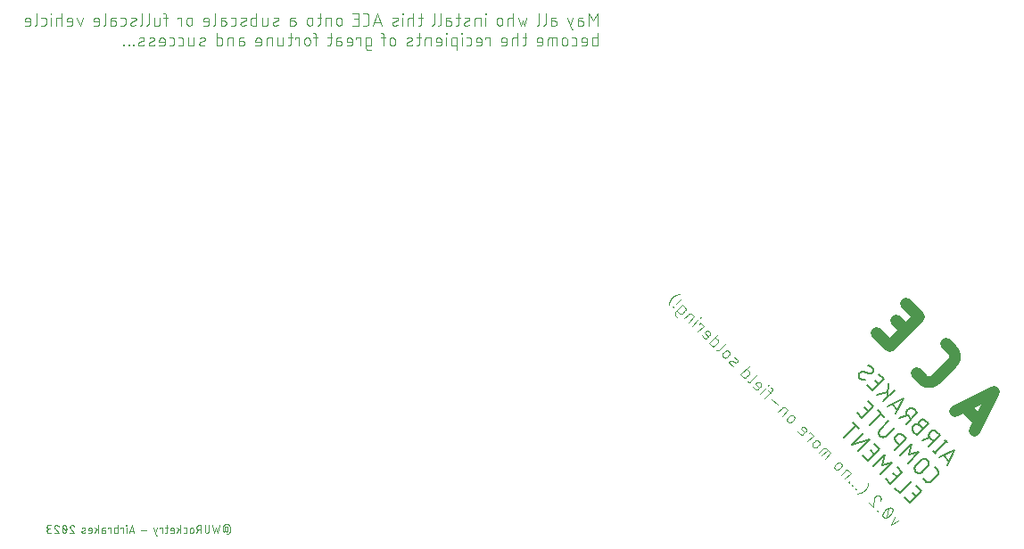
<source format=gbr>
G04 EAGLE Gerber RS-274X export*
G75*
%MOMM*%
%FSLAX34Y34*%
%LPD*%
%INSilkscreen Bottom*%
%IPPOS*%
%AMOC8*
5,1,8,0,0,1.08239X$1,22.5*%
G01*
%ADD10C,0.076200*%
%ADD11C,1.117600*%
%ADD12C,0.127000*%
%ADD13C,0.101600*%


D10*
X461208Y68749D02*
X462435Y68749D01*
X462435Y68750D02*
X462504Y68748D01*
X462572Y68742D01*
X462641Y68733D01*
X462708Y68719D01*
X462775Y68702D01*
X462841Y68681D01*
X462905Y68657D01*
X462968Y68628D01*
X463029Y68597D01*
X463088Y68562D01*
X463146Y68524D01*
X463201Y68482D01*
X463253Y68438D01*
X463303Y68390D01*
X463351Y68340D01*
X463395Y68288D01*
X463437Y68233D01*
X463475Y68175D01*
X463510Y68116D01*
X463541Y68055D01*
X463570Y67992D01*
X463594Y67928D01*
X463615Y67862D01*
X463632Y67795D01*
X463646Y67728D01*
X463655Y67659D01*
X463661Y67591D01*
X463663Y67522D01*
X463663Y65066D01*
X463661Y64997D01*
X463655Y64929D01*
X463646Y64860D01*
X463632Y64793D01*
X463615Y64726D01*
X463594Y64660D01*
X463570Y64596D01*
X463541Y64533D01*
X463510Y64472D01*
X463475Y64413D01*
X463437Y64355D01*
X463395Y64300D01*
X463351Y64248D01*
X463303Y64198D01*
X463253Y64150D01*
X463201Y64106D01*
X463146Y64064D01*
X463088Y64026D01*
X463029Y63991D01*
X462968Y63960D01*
X462905Y63931D01*
X462841Y63907D01*
X462775Y63886D01*
X462708Y63869D01*
X462641Y63855D01*
X462572Y63846D01*
X462504Y63840D01*
X462435Y63838D01*
X462366Y63840D01*
X462298Y63846D01*
X462229Y63855D01*
X462162Y63869D01*
X462095Y63886D01*
X462029Y63907D01*
X461965Y63931D01*
X461902Y63960D01*
X461841Y63991D01*
X461782Y64026D01*
X461724Y64064D01*
X461669Y64106D01*
X461617Y64150D01*
X461567Y64198D01*
X461519Y64248D01*
X461475Y64300D01*
X461433Y64355D01*
X461395Y64413D01*
X461360Y64472D01*
X461329Y64533D01*
X461300Y64596D01*
X461276Y64660D01*
X461255Y64726D01*
X461238Y64793D01*
X461224Y64860D01*
X461215Y64929D01*
X461209Y64997D01*
X461207Y65066D01*
X461208Y64862D02*
X461208Y68749D01*
X461208Y64862D02*
X461206Y64799D01*
X461200Y64736D01*
X461191Y64674D01*
X461177Y64612D01*
X461160Y64552D01*
X461139Y64492D01*
X461114Y64434D01*
X461086Y64378D01*
X461055Y64323D01*
X461020Y64271D01*
X460982Y64221D01*
X460941Y64173D01*
X460897Y64128D01*
X460851Y64085D01*
X460801Y64046D01*
X460750Y64009D01*
X460697Y63976D01*
X460641Y63946D01*
X460584Y63920D01*
X460525Y63897D01*
X460465Y63878D01*
X460404Y63863D01*
X460342Y63851D01*
X460279Y63843D01*
X460217Y63839D01*
X460153Y63839D01*
X460091Y63843D01*
X460028Y63851D01*
X459966Y63863D01*
X459905Y63878D01*
X459845Y63897D01*
X459786Y63920D01*
X459729Y63946D01*
X459674Y63976D01*
X459620Y64009D01*
X459569Y64046D01*
X459519Y64085D01*
X459473Y64128D01*
X459429Y64173D01*
X459388Y64221D01*
X459350Y64271D01*
X459315Y64323D01*
X459284Y64378D01*
X459256Y64434D01*
X459231Y64492D01*
X459210Y64552D01*
X459193Y64612D01*
X459179Y64674D01*
X459170Y64736D01*
X459164Y64799D01*
X459162Y64862D01*
X459161Y64862D02*
X459161Y67931D01*
X459163Y68044D01*
X459169Y68157D01*
X459179Y68269D01*
X459192Y68382D01*
X459210Y68493D01*
X459231Y68604D01*
X459256Y68715D01*
X459285Y68824D01*
X459318Y68932D01*
X459354Y69039D01*
X459394Y69145D01*
X459438Y69249D01*
X459485Y69352D01*
X459536Y69453D01*
X459590Y69552D01*
X459648Y69649D01*
X459709Y69744D01*
X459773Y69837D01*
X459840Y69928D01*
X459911Y70016D01*
X459984Y70102D01*
X460061Y70185D01*
X460140Y70266D01*
X460222Y70344D01*
X460307Y70419D01*
X460394Y70491D01*
X460483Y70560D01*
X460575Y70625D01*
X460669Y70688D01*
X460765Y70747D01*
X460864Y70803D01*
X460964Y70856D01*
X461066Y70905D01*
X461169Y70950D01*
X461274Y70992D01*
X461380Y71030D01*
X461488Y71065D01*
X461597Y71096D01*
X461706Y71123D01*
X461817Y71146D01*
X461928Y71166D01*
X462040Y71181D01*
X462153Y71193D01*
X462266Y71201D01*
X462378Y71205D01*
X462492Y71205D01*
X462604Y71201D01*
X462717Y71193D01*
X462830Y71181D01*
X462942Y71166D01*
X463053Y71146D01*
X463164Y71123D01*
X463273Y71096D01*
X463382Y71065D01*
X463490Y71030D01*
X463596Y70992D01*
X463701Y70950D01*
X463804Y70905D01*
X463906Y70856D01*
X464006Y70803D01*
X464105Y70747D01*
X464201Y70688D01*
X464295Y70625D01*
X464387Y70560D01*
X464476Y70491D01*
X464563Y70419D01*
X464648Y70344D01*
X464730Y70266D01*
X464809Y70185D01*
X464886Y70102D01*
X464959Y70016D01*
X465030Y69928D01*
X465097Y69837D01*
X465161Y69744D01*
X465222Y69649D01*
X465280Y69552D01*
X465334Y69453D01*
X465385Y69352D01*
X465432Y69249D01*
X465476Y69145D01*
X465516Y69039D01*
X465552Y68932D01*
X465585Y68824D01*
X465614Y68715D01*
X465639Y68604D01*
X465660Y68493D01*
X465678Y68382D01*
X465691Y68269D01*
X465701Y68157D01*
X465707Y68044D01*
X465709Y67931D01*
X465709Y64453D01*
X465710Y64453D02*
X465708Y64343D01*
X465702Y64233D01*
X465692Y64124D01*
X465679Y64014D01*
X465661Y63906D01*
X465639Y63798D01*
X465614Y63691D01*
X465585Y63585D01*
X465552Y63480D01*
X465515Y63376D01*
X465475Y63274D01*
X465431Y63173D01*
X465383Y63074D01*
X465332Y62976D01*
X465278Y62881D01*
X465220Y62787D01*
X465159Y62696D01*
X465094Y62606D01*
X465027Y62520D01*
X464956Y62435D01*
X464882Y62354D01*
X464806Y62274D01*
X464727Y62198D01*
X464645Y62125D01*
X464560Y62054D01*
X464473Y61987D01*
X464384Y61923D01*
X464292Y61862D01*
X464199Y61804D01*
X464103Y61750D01*
X464005Y61699D01*
X463906Y61652D01*
X463805Y61608D01*
X463703Y61568D01*
X463599Y61531D01*
X463494Y61499D01*
X463388Y61470D01*
X463280Y61445D01*
X463172Y61424D01*
X463064Y61406D01*
X462955Y61393D01*
X462845Y61383D01*
X454075Y62611D02*
X455712Y69977D01*
X452438Y67522D02*
X454075Y62611D01*
X450801Y62611D02*
X452438Y67522D01*
X449164Y69977D02*
X450801Y62611D01*
X445950Y64657D02*
X445950Y69977D01*
X445949Y64657D02*
X445947Y64568D01*
X445941Y64479D01*
X445931Y64390D01*
X445918Y64302D01*
X445901Y64214D01*
X445879Y64127D01*
X445854Y64042D01*
X445826Y63957D01*
X445793Y63874D01*
X445757Y63792D01*
X445718Y63712D01*
X445675Y63634D01*
X445629Y63558D01*
X445579Y63483D01*
X445526Y63411D01*
X445470Y63342D01*
X445411Y63275D01*
X445350Y63210D01*
X445285Y63149D01*
X445218Y63090D01*
X445149Y63034D01*
X445077Y62981D01*
X445002Y62931D01*
X444926Y62885D01*
X444848Y62842D01*
X444768Y62803D01*
X444686Y62767D01*
X444603Y62734D01*
X444518Y62706D01*
X444433Y62681D01*
X444346Y62659D01*
X444258Y62642D01*
X444170Y62629D01*
X444081Y62619D01*
X443992Y62613D01*
X443903Y62611D01*
X443814Y62613D01*
X443725Y62619D01*
X443636Y62629D01*
X443548Y62642D01*
X443460Y62659D01*
X443373Y62681D01*
X443288Y62706D01*
X443203Y62734D01*
X443120Y62767D01*
X443038Y62803D01*
X442958Y62842D01*
X442880Y62885D01*
X442804Y62931D01*
X442729Y62981D01*
X442657Y63034D01*
X442588Y63090D01*
X442521Y63149D01*
X442456Y63210D01*
X442395Y63275D01*
X442336Y63342D01*
X442280Y63411D01*
X442227Y63483D01*
X442177Y63558D01*
X442131Y63634D01*
X442088Y63712D01*
X442049Y63792D01*
X442013Y63874D01*
X441980Y63957D01*
X441952Y64042D01*
X441927Y64127D01*
X441905Y64214D01*
X441888Y64302D01*
X441875Y64390D01*
X441865Y64479D01*
X441859Y64568D01*
X441857Y64657D01*
X441857Y69977D01*
X438096Y69977D02*
X438096Y62611D01*
X438096Y69977D02*
X436049Y69977D01*
X435960Y69975D01*
X435871Y69969D01*
X435782Y69959D01*
X435694Y69946D01*
X435606Y69929D01*
X435519Y69907D01*
X435434Y69882D01*
X435349Y69854D01*
X435266Y69821D01*
X435184Y69785D01*
X435104Y69746D01*
X435026Y69703D01*
X434950Y69657D01*
X434875Y69607D01*
X434803Y69554D01*
X434734Y69498D01*
X434667Y69439D01*
X434602Y69378D01*
X434541Y69313D01*
X434482Y69246D01*
X434426Y69177D01*
X434373Y69105D01*
X434323Y69030D01*
X434277Y68954D01*
X434234Y68876D01*
X434195Y68796D01*
X434159Y68714D01*
X434126Y68631D01*
X434098Y68546D01*
X434073Y68461D01*
X434051Y68374D01*
X434034Y68286D01*
X434021Y68198D01*
X434011Y68109D01*
X434005Y68020D01*
X434003Y67931D01*
X434005Y67842D01*
X434011Y67753D01*
X434021Y67664D01*
X434034Y67576D01*
X434051Y67488D01*
X434073Y67401D01*
X434098Y67316D01*
X434126Y67231D01*
X434159Y67148D01*
X434195Y67066D01*
X434234Y66986D01*
X434277Y66908D01*
X434323Y66832D01*
X434373Y66757D01*
X434426Y66685D01*
X434482Y66616D01*
X434541Y66549D01*
X434602Y66484D01*
X434667Y66423D01*
X434734Y66364D01*
X434803Y66308D01*
X434875Y66255D01*
X434950Y66205D01*
X435026Y66159D01*
X435104Y66116D01*
X435184Y66077D01*
X435266Y66041D01*
X435349Y66008D01*
X435434Y65980D01*
X435519Y65955D01*
X435606Y65933D01*
X435694Y65916D01*
X435782Y65903D01*
X435871Y65893D01*
X435960Y65887D01*
X436049Y65885D01*
X438096Y65885D01*
X435640Y65885D02*
X434003Y62611D01*
X430910Y64248D02*
X430910Y65885D01*
X430908Y65964D01*
X430902Y66043D01*
X430893Y66122D01*
X430880Y66200D01*
X430862Y66277D01*
X430842Y66353D01*
X430817Y66428D01*
X430789Y66502D01*
X430758Y66575D01*
X430722Y66646D01*
X430684Y66715D01*
X430642Y66782D01*
X430597Y66847D01*
X430549Y66910D01*
X430498Y66971D01*
X430444Y67028D01*
X430388Y67084D01*
X430329Y67136D01*
X430267Y67186D01*
X430203Y67232D01*
X430137Y67276D01*
X430069Y67316D01*
X429999Y67352D01*
X429927Y67386D01*
X429853Y67416D01*
X429779Y67442D01*
X429703Y67465D01*
X429626Y67483D01*
X429549Y67499D01*
X429470Y67510D01*
X429392Y67518D01*
X429313Y67522D01*
X429233Y67522D01*
X429154Y67518D01*
X429076Y67510D01*
X428997Y67499D01*
X428920Y67483D01*
X428843Y67465D01*
X428767Y67442D01*
X428693Y67416D01*
X428619Y67386D01*
X428547Y67352D01*
X428477Y67316D01*
X428409Y67276D01*
X428343Y67232D01*
X428279Y67186D01*
X428217Y67136D01*
X428158Y67084D01*
X428102Y67028D01*
X428048Y66971D01*
X427997Y66910D01*
X427949Y66847D01*
X427904Y66782D01*
X427862Y66715D01*
X427824Y66646D01*
X427788Y66575D01*
X427757Y66502D01*
X427729Y66428D01*
X427704Y66353D01*
X427684Y66277D01*
X427666Y66200D01*
X427653Y66122D01*
X427644Y66043D01*
X427638Y65964D01*
X427636Y65885D01*
X427636Y64248D01*
X427638Y64169D01*
X427644Y64090D01*
X427653Y64011D01*
X427666Y63933D01*
X427684Y63856D01*
X427704Y63780D01*
X427729Y63705D01*
X427757Y63631D01*
X427788Y63558D01*
X427824Y63487D01*
X427862Y63418D01*
X427904Y63351D01*
X427949Y63286D01*
X427997Y63223D01*
X428048Y63162D01*
X428102Y63105D01*
X428158Y63049D01*
X428217Y62997D01*
X428279Y62947D01*
X428343Y62901D01*
X428409Y62857D01*
X428477Y62817D01*
X428547Y62781D01*
X428619Y62747D01*
X428693Y62717D01*
X428767Y62691D01*
X428843Y62668D01*
X428920Y62650D01*
X428997Y62634D01*
X429076Y62623D01*
X429154Y62615D01*
X429233Y62611D01*
X429313Y62611D01*
X429392Y62615D01*
X429470Y62623D01*
X429549Y62634D01*
X429626Y62650D01*
X429703Y62668D01*
X429779Y62691D01*
X429853Y62717D01*
X429927Y62747D01*
X429999Y62781D01*
X430069Y62817D01*
X430137Y62857D01*
X430203Y62901D01*
X430267Y62947D01*
X430329Y62997D01*
X430388Y63049D01*
X430444Y63105D01*
X430498Y63162D01*
X430549Y63223D01*
X430597Y63286D01*
X430642Y63351D01*
X430684Y63418D01*
X430722Y63487D01*
X430758Y63558D01*
X430789Y63631D01*
X430817Y63705D01*
X430842Y63780D01*
X430862Y63856D01*
X430880Y63933D01*
X430893Y64011D01*
X430902Y64090D01*
X430908Y64169D01*
X430910Y64248D01*
X423333Y62611D02*
X421696Y62611D01*
X423333Y62611D02*
X423402Y62613D01*
X423470Y62619D01*
X423539Y62628D01*
X423606Y62642D01*
X423673Y62659D01*
X423739Y62680D01*
X423803Y62704D01*
X423866Y62733D01*
X423927Y62764D01*
X423986Y62799D01*
X424044Y62837D01*
X424099Y62879D01*
X424151Y62923D01*
X424201Y62971D01*
X424249Y63021D01*
X424293Y63073D01*
X424335Y63128D01*
X424373Y63186D01*
X424408Y63245D01*
X424439Y63306D01*
X424468Y63369D01*
X424492Y63433D01*
X424513Y63499D01*
X424530Y63566D01*
X424544Y63633D01*
X424553Y63702D01*
X424559Y63770D01*
X424561Y63839D01*
X424561Y66294D01*
X424559Y66363D01*
X424553Y66431D01*
X424544Y66500D01*
X424530Y66567D01*
X424513Y66634D01*
X424492Y66700D01*
X424468Y66764D01*
X424439Y66827D01*
X424408Y66888D01*
X424373Y66947D01*
X424335Y67005D01*
X424293Y67060D01*
X424249Y67112D01*
X424201Y67162D01*
X424151Y67210D01*
X424099Y67254D01*
X424044Y67296D01*
X423986Y67334D01*
X423927Y67369D01*
X423866Y67400D01*
X423803Y67429D01*
X423739Y67453D01*
X423673Y67474D01*
X423606Y67491D01*
X423539Y67505D01*
X423470Y67514D01*
X423402Y67520D01*
X423333Y67522D01*
X421696Y67522D01*
X418624Y69977D02*
X418624Y62611D01*
X418624Y65066D02*
X415350Y67522D01*
X417192Y66089D02*
X415350Y62611D01*
X411394Y62611D02*
X409348Y62611D01*
X411394Y62611D02*
X411463Y62613D01*
X411531Y62619D01*
X411600Y62628D01*
X411667Y62642D01*
X411734Y62659D01*
X411800Y62680D01*
X411864Y62704D01*
X411927Y62733D01*
X411988Y62764D01*
X412047Y62799D01*
X412105Y62837D01*
X412160Y62879D01*
X412212Y62923D01*
X412262Y62971D01*
X412310Y63021D01*
X412354Y63073D01*
X412396Y63128D01*
X412434Y63186D01*
X412469Y63245D01*
X412500Y63306D01*
X412529Y63369D01*
X412553Y63433D01*
X412574Y63499D01*
X412591Y63566D01*
X412605Y63633D01*
X412614Y63702D01*
X412620Y63770D01*
X412622Y63839D01*
X412622Y65885D01*
X412620Y65964D01*
X412614Y66043D01*
X412605Y66122D01*
X412592Y66200D01*
X412574Y66277D01*
X412554Y66353D01*
X412529Y66428D01*
X412501Y66502D01*
X412470Y66575D01*
X412434Y66646D01*
X412396Y66715D01*
X412354Y66782D01*
X412309Y66847D01*
X412261Y66910D01*
X412210Y66971D01*
X412156Y67028D01*
X412100Y67084D01*
X412041Y67136D01*
X411979Y67186D01*
X411915Y67232D01*
X411849Y67276D01*
X411781Y67316D01*
X411711Y67352D01*
X411639Y67386D01*
X411565Y67416D01*
X411491Y67442D01*
X411415Y67465D01*
X411338Y67483D01*
X411261Y67499D01*
X411182Y67510D01*
X411104Y67518D01*
X411025Y67522D01*
X410945Y67522D01*
X410866Y67518D01*
X410788Y67510D01*
X410709Y67499D01*
X410632Y67483D01*
X410555Y67465D01*
X410479Y67442D01*
X410405Y67416D01*
X410331Y67386D01*
X410259Y67352D01*
X410189Y67316D01*
X410121Y67276D01*
X410055Y67232D01*
X409991Y67186D01*
X409929Y67136D01*
X409870Y67084D01*
X409814Y67028D01*
X409760Y66971D01*
X409709Y66910D01*
X409661Y66847D01*
X409616Y66782D01*
X409574Y66715D01*
X409536Y66646D01*
X409500Y66575D01*
X409469Y66502D01*
X409441Y66428D01*
X409416Y66353D01*
X409396Y66277D01*
X409378Y66200D01*
X409365Y66122D01*
X409356Y66043D01*
X409350Y65964D01*
X409348Y65885D01*
X409348Y65066D01*
X412622Y65066D01*
X406913Y67522D02*
X404457Y67522D01*
X406094Y69977D02*
X406094Y63839D01*
X406092Y63770D01*
X406086Y63702D01*
X406077Y63633D01*
X406063Y63566D01*
X406046Y63499D01*
X406025Y63433D01*
X406001Y63369D01*
X405972Y63306D01*
X405941Y63245D01*
X405906Y63186D01*
X405868Y63128D01*
X405826Y63073D01*
X405782Y63021D01*
X405734Y62971D01*
X405684Y62923D01*
X405632Y62879D01*
X405577Y62838D01*
X405519Y62799D01*
X405460Y62764D01*
X405399Y62733D01*
X405336Y62704D01*
X405272Y62680D01*
X405206Y62659D01*
X405139Y62642D01*
X405072Y62628D01*
X405004Y62619D01*
X404935Y62613D01*
X404866Y62611D01*
X404867Y62611D02*
X404457Y62611D01*
X401359Y62611D02*
X401359Y67522D01*
X398904Y67522D01*
X398904Y66703D01*
X396773Y60156D02*
X395954Y60156D01*
X393499Y67522D01*
X396773Y67522D02*
X395136Y62611D01*
X386618Y65476D02*
X381708Y65476D01*
X374914Y62611D02*
X372459Y69977D01*
X370003Y62611D01*
X370617Y64453D02*
X374300Y64453D01*
X367338Y62611D02*
X367338Y67522D01*
X367543Y69568D02*
X367543Y69977D01*
X367133Y69977D01*
X367133Y69568D01*
X367543Y69568D01*
X364052Y67522D02*
X364052Y62611D01*
X364052Y67522D02*
X361597Y67522D01*
X361597Y66703D01*
X358937Y69977D02*
X358937Y62611D01*
X356891Y62611D01*
X356822Y62613D01*
X356754Y62619D01*
X356685Y62628D01*
X356618Y62642D01*
X356551Y62659D01*
X356485Y62680D01*
X356421Y62704D01*
X356358Y62733D01*
X356297Y62764D01*
X356238Y62799D01*
X356180Y62837D01*
X356125Y62879D01*
X356073Y62923D01*
X356023Y62971D01*
X355975Y63021D01*
X355931Y63073D01*
X355889Y63128D01*
X355851Y63186D01*
X355816Y63245D01*
X355785Y63306D01*
X355756Y63369D01*
X355732Y63433D01*
X355711Y63499D01*
X355694Y63566D01*
X355680Y63633D01*
X355671Y63702D01*
X355665Y63770D01*
X355663Y63839D01*
X355663Y66294D01*
X355665Y66363D01*
X355671Y66431D01*
X355680Y66500D01*
X355694Y66567D01*
X355711Y66634D01*
X355732Y66700D01*
X355756Y66764D01*
X355785Y66827D01*
X355816Y66888D01*
X355851Y66947D01*
X355889Y67005D01*
X355931Y67060D01*
X355975Y67112D01*
X356023Y67162D01*
X356073Y67210D01*
X356125Y67254D01*
X356180Y67296D01*
X356238Y67334D01*
X356297Y67369D01*
X356358Y67400D01*
X356421Y67429D01*
X356485Y67453D01*
X356551Y67474D01*
X356618Y67491D01*
X356685Y67505D01*
X356754Y67514D01*
X356822Y67520D01*
X356891Y67522D01*
X358937Y67522D01*
X352348Y67522D02*
X352348Y62611D01*
X352348Y67522D02*
X349893Y67522D01*
X349893Y66703D01*
X346126Y65476D02*
X344284Y65476D01*
X346126Y65475D02*
X346201Y65473D01*
X346276Y65467D01*
X346350Y65457D01*
X346424Y65444D01*
X346497Y65426D01*
X346569Y65405D01*
X346639Y65380D01*
X346708Y65351D01*
X346776Y65319D01*
X346842Y65283D01*
X346906Y65244D01*
X346968Y65202D01*
X347027Y65156D01*
X347084Y65107D01*
X347139Y65056D01*
X347190Y65001D01*
X347239Y64944D01*
X347285Y64885D01*
X347327Y64823D01*
X347366Y64759D01*
X347402Y64693D01*
X347434Y64625D01*
X347463Y64556D01*
X347488Y64486D01*
X347509Y64414D01*
X347527Y64341D01*
X347540Y64267D01*
X347550Y64193D01*
X347556Y64118D01*
X347558Y64043D01*
X347556Y63968D01*
X347550Y63893D01*
X347540Y63819D01*
X347527Y63745D01*
X347509Y63672D01*
X347488Y63600D01*
X347463Y63530D01*
X347434Y63461D01*
X347402Y63393D01*
X347366Y63327D01*
X347327Y63263D01*
X347285Y63201D01*
X347239Y63142D01*
X347190Y63085D01*
X347139Y63030D01*
X347084Y62979D01*
X347027Y62930D01*
X346968Y62884D01*
X346906Y62842D01*
X346842Y62803D01*
X346776Y62767D01*
X346708Y62735D01*
X346639Y62706D01*
X346569Y62681D01*
X346497Y62660D01*
X346424Y62642D01*
X346350Y62629D01*
X346276Y62619D01*
X346201Y62613D01*
X346126Y62611D01*
X344284Y62611D01*
X344284Y66294D01*
X344286Y66363D01*
X344292Y66431D01*
X344301Y66500D01*
X344315Y66567D01*
X344332Y66634D01*
X344353Y66700D01*
X344377Y66764D01*
X344406Y66827D01*
X344437Y66888D01*
X344472Y66947D01*
X344510Y67005D01*
X344552Y67060D01*
X344596Y67112D01*
X344644Y67162D01*
X344694Y67210D01*
X344746Y67254D01*
X344801Y67296D01*
X344859Y67334D01*
X344918Y67369D01*
X344979Y67400D01*
X345042Y67429D01*
X345106Y67453D01*
X345172Y67474D01*
X345239Y67491D01*
X345306Y67505D01*
X345375Y67514D01*
X345443Y67520D01*
X345512Y67522D01*
X347149Y67522D01*
X340596Y69977D02*
X340596Y62611D01*
X340596Y65066D02*
X337322Y67522D01*
X339163Y66089D02*
X337322Y62611D01*
X333366Y62611D02*
X331320Y62611D01*
X333366Y62611D02*
X333435Y62613D01*
X333503Y62619D01*
X333572Y62628D01*
X333639Y62642D01*
X333706Y62659D01*
X333772Y62680D01*
X333836Y62704D01*
X333899Y62733D01*
X333960Y62764D01*
X334019Y62799D01*
X334077Y62837D01*
X334132Y62879D01*
X334184Y62923D01*
X334234Y62971D01*
X334282Y63021D01*
X334326Y63073D01*
X334368Y63128D01*
X334406Y63186D01*
X334441Y63245D01*
X334472Y63306D01*
X334501Y63369D01*
X334525Y63433D01*
X334546Y63499D01*
X334563Y63566D01*
X334577Y63633D01*
X334586Y63702D01*
X334592Y63770D01*
X334594Y63839D01*
X334594Y65885D01*
X334592Y65964D01*
X334586Y66043D01*
X334577Y66122D01*
X334564Y66200D01*
X334546Y66277D01*
X334526Y66353D01*
X334501Y66428D01*
X334473Y66502D01*
X334442Y66575D01*
X334406Y66646D01*
X334368Y66715D01*
X334326Y66782D01*
X334281Y66847D01*
X334233Y66910D01*
X334182Y66971D01*
X334128Y67028D01*
X334072Y67084D01*
X334013Y67136D01*
X333951Y67186D01*
X333887Y67232D01*
X333821Y67276D01*
X333753Y67316D01*
X333683Y67352D01*
X333611Y67386D01*
X333537Y67416D01*
X333463Y67442D01*
X333387Y67465D01*
X333310Y67483D01*
X333233Y67499D01*
X333154Y67510D01*
X333076Y67518D01*
X332997Y67522D01*
X332917Y67522D01*
X332838Y67518D01*
X332760Y67510D01*
X332681Y67499D01*
X332604Y67483D01*
X332527Y67465D01*
X332451Y67442D01*
X332377Y67416D01*
X332303Y67386D01*
X332231Y67352D01*
X332161Y67316D01*
X332093Y67276D01*
X332027Y67232D01*
X331963Y67186D01*
X331901Y67136D01*
X331842Y67084D01*
X331786Y67028D01*
X331732Y66971D01*
X331681Y66910D01*
X331633Y66847D01*
X331588Y66782D01*
X331546Y66715D01*
X331508Y66646D01*
X331472Y66575D01*
X331441Y66502D01*
X331413Y66428D01*
X331388Y66353D01*
X331368Y66277D01*
X331350Y66200D01*
X331337Y66122D01*
X331328Y66043D01*
X331322Y65964D01*
X331320Y65885D01*
X331320Y65066D01*
X334594Y65066D01*
X327640Y65476D02*
X325594Y64657D01*
X327640Y65476D02*
X327699Y65501D01*
X327756Y65530D01*
X327811Y65563D01*
X327864Y65599D01*
X327915Y65637D01*
X327963Y65679D01*
X328009Y65724D01*
X328052Y65771D01*
X328092Y65821D01*
X328129Y65873D01*
X328163Y65928D01*
X328194Y65984D01*
X328221Y66042D01*
X328244Y66102D01*
X328264Y66162D01*
X328280Y66224D01*
X328293Y66287D01*
X328301Y66351D01*
X328306Y66414D01*
X328307Y66478D01*
X328304Y66542D01*
X328297Y66606D01*
X328286Y66669D01*
X328272Y66731D01*
X328254Y66793D01*
X328232Y66853D01*
X328207Y66912D01*
X328178Y66969D01*
X328145Y67024D01*
X328110Y67077D01*
X328071Y67128D01*
X328029Y67177D01*
X327985Y67223D01*
X327937Y67266D01*
X327888Y67306D01*
X327835Y67343D01*
X327781Y67377D01*
X327725Y67408D01*
X327667Y67435D01*
X327608Y67459D01*
X327547Y67478D01*
X327485Y67495D01*
X327422Y67507D01*
X327359Y67516D01*
X327295Y67521D01*
X327231Y67522D01*
X327095Y67518D01*
X326960Y67510D01*
X326824Y67498D01*
X326690Y67482D01*
X326555Y67462D01*
X326422Y67439D01*
X326289Y67411D01*
X326157Y67380D01*
X326026Y67345D01*
X325896Y67306D01*
X325767Y67263D01*
X325640Y67216D01*
X325514Y67166D01*
X325389Y67112D01*
X325594Y64657D02*
X325535Y64632D01*
X325478Y64603D01*
X325423Y64570D01*
X325370Y64534D01*
X325319Y64496D01*
X325271Y64454D01*
X325225Y64409D01*
X325182Y64362D01*
X325142Y64312D01*
X325105Y64260D01*
X325071Y64205D01*
X325040Y64149D01*
X325013Y64091D01*
X324990Y64031D01*
X324970Y63971D01*
X324954Y63909D01*
X324941Y63846D01*
X324933Y63782D01*
X324928Y63719D01*
X324927Y63655D01*
X324930Y63591D01*
X324937Y63527D01*
X324948Y63464D01*
X324962Y63402D01*
X324980Y63340D01*
X325002Y63280D01*
X325027Y63221D01*
X325056Y63164D01*
X325089Y63109D01*
X325124Y63056D01*
X325163Y63005D01*
X325205Y62956D01*
X325249Y62910D01*
X325297Y62867D01*
X325346Y62827D01*
X325399Y62790D01*
X325453Y62756D01*
X325509Y62725D01*
X325567Y62698D01*
X325626Y62674D01*
X325687Y62655D01*
X325749Y62638D01*
X325812Y62626D01*
X325875Y62617D01*
X325939Y62612D01*
X326003Y62611D01*
X326167Y62615D01*
X326331Y62623D01*
X326495Y62635D01*
X326658Y62651D01*
X326821Y62671D01*
X326984Y62694D01*
X327145Y62722D01*
X327307Y62753D01*
X327467Y62788D01*
X327626Y62827D01*
X327785Y62870D01*
X327942Y62916D01*
X328099Y62966D01*
X328254Y63020D01*
X315683Y69978D02*
X315598Y69976D01*
X315513Y69970D01*
X315429Y69960D01*
X315345Y69947D01*
X315261Y69929D01*
X315179Y69908D01*
X315098Y69883D01*
X315018Y69854D01*
X314939Y69821D01*
X314862Y69785D01*
X314787Y69745D01*
X314713Y69702D01*
X314642Y69656D01*
X314573Y69606D01*
X314506Y69553D01*
X314442Y69497D01*
X314381Y69438D01*
X314322Y69377D01*
X314266Y69313D01*
X314213Y69246D01*
X314163Y69177D01*
X314117Y69106D01*
X314074Y69032D01*
X314034Y68957D01*
X313998Y68880D01*
X313965Y68801D01*
X313936Y68721D01*
X313911Y68640D01*
X313890Y68558D01*
X313872Y68474D01*
X313859Y68390D01*
X313849Y68306D01*
X313843Y68221D01*
X313841Y68136D01*
X315683Y69977D02*
X315779Y69975D01*
X315875Y69969D01*
X315970Y69959D01*
X316065Y69946D01*
X316160Y69928D01*
X316253Y69907D01*
X316346Y69882D01*
X316437Y69853D01*
X316528Y69821D01*
X316617Y69785D01*
X316704Y69745D01*
X316790Y69702D01*
X316874Y69656D01*
X316956Y69606D01*
X317036Y69552D01*
X317113Y69496D01*
X317188Y69436D01*
X317261Y69374D01*
X317331Y69308D01*
X317399Y69240D01*
X317464Y69169D01*
X317525Y69096D01*
X317584Y69020D01*
X317640Y68941D01*
X317692Y68861D01*
X317741Y68778D01*
X317787Y68694D01*
X317829Y68608D01*
X317867Y68520D01*
X317902Y68431D01*
X317934Y68340D01*
X314456Y66704D02*
X314396Y66763D01*
X314339Y66825D01*
X314284Y66889D01*
X314233Y66956D01*
X314184Y67025D01*
X314138Y67095D01*
X314095Y67168D01*
X314055Y67242D01*
X314019Y67318D01*
X313986Y67396D01*
X313956Y67475D01*
X313929Y67555D01*
X313906Y67636D01*
X313887Y67718D01*
X313871Y67800D01*
X313858Y67884D01*
X313849Y67968D01*
X313844Y68052D01*
X313842Y68136D01*
X314456Y66703D02*
X317934Y62611D01*
X313842Y62611D01*
X310619Y66294D02*
X310617Y66447D01*
X310611Y66600D01*
X310602Y66752D01*
X310588Y66905D01*
X310571Y67057D01*
X310550Y67208D01*
X310525Y67359D01*
X310496Y67509D01*
X310464Y67659D01*
X310427Y67807D01*
X310387Y67955D01*
X310344Y68102D01*
X310296Y68247D01*
X310245Y68391D01*
X310191Y68534D01*
X310132Y68676D01*
X310071Y68815D01*
X310005Y68954D01*
X309979Y69024D01*
X309949Y69093D01*
X309917Y69161D01*
X309880Y69227D01*
X309841Y69291D01*
X309798Y69353D01*
X309753Y69412D01*
X309704Y69470D01*
X309653Y69524D01*
X309599Y69577D01*
X309542Y69626D01*
X309483Y69673D01*
X309422Y69716D01*
X309359Y69757D01*
X309294Y69794D01*
X309227Y69829D01*
X309158Y69859D01*
X309088Y69887D01*
X309017Y69910D01*
X308945Y69931D01*
X308872Y69947D01*
X308798Y69960D01*
X308723Y69970D01*
X308648Y69975D01*
X308573Y69977D01*
X308498Y69975D01*
X308423Y69970D01*
X308348Y69960D01*
X308274Y69947D01*
X308201Y69931D01*
X308129Y69910D01*
X308058Y69887D01*
X307988Y69859D01*
X307919Y69829D01*
X307852Y69794D01*
X307787Y69757D01*
X307724Y69716D01*
X307663Y69673D01*
X307604Y69626D01*
X307547Y69577D01*
X307493Y69524D01*
X307442Y69470D01*
X307394Y69412D01*
X307348Y69353D01*
X307305Y69291D01*
X307266Y69227D01*
X307230Y69161D01*
X307197Y69094D01*
X307167Y69024D01*
X307141Y68954D01*
X307076Y68816D01*
X307014Y68676D01*
X306956Y68534D01*
X306901Y68391D01*
X306850Y68247D01*
X306802Y68102D01*
X306759Y67955D01*
X306719Y67808D01*
X306682Y67659D01*
X306650Y67509D01*
X306621Y67359D01*
X306596Y67208D01*
X306575Y67057D01*
X306558Y66905D01*
X306544Y66752D01*
X306535Y66600D01*
X306529Y66447D01*
X306527Y66294D01*
X310619Y66294D02*
X310617Y66141D01*
X310611Y65988D01*
X310602Y65835D01*
X310588Y65683D01*
X310571Y65531D01*
X310550Y65380D01*
X310525Y65229D01*
X310496Y65078D01*
X310464Y64929D01*
X310427Y64780D01*
X310387Y64633D01*
X310344Y64486D01*
X310296Y64341D01*
X310245Y64196D01*
X310190Y64054D01*
X310132Y63912D01*
X310070Y63772D01*
X310005Y63634D01*
X309979Y63564D01*
X309949Y63494D01*
X309917Y63427D01*
X309880Y63361D01*
X309841Y63297D01*
X309798Y63235D01*
X309752Y63176D01*
X309704Y63118D01*
X309653Y63064D01*
X309599Y63011D01*
X309542Y62962D01*
X309483Y62915D01*
X309422Y62872D01*
X309359Y62831D01*
X309294Y62794D01*
X309227Y62759D01*
X309158Y62729D01*
X309088Y62701D01*
X309017Y62678D01*
X308945Y62657D01*
X308872Y62641D01*
X308798Y62628D01*
X308723Y62618D01*
X308648Y62613D01*
X308573Y62611D01*
X307141Y63634D02*
X307076Y63772D01*
X307014Y63912D01*
X306956Y64054D01*
X306901Y64197D01*
X306850Y64341D01*
X306802Y64486D01*
X306759Y64633D01*
X306719Y64781D01*
X306682Y64929D01*
X306650Y65079D01*
X306621Y65229D01*
X306596Y65380D01*
X306575Y65531D01*
X306558Y65683D01*
X306544Y65836D01*
X306535Y65988D01*
X306529Y66141D01*
X306527Y66294D01*
X307141Y63634D02*
X307167Y63563D01*
X307197Y63494D01*
X307230Y63427D01*
X307266Y63361D01*
X307305Y63297D01*
X307348Y63235D01*
X307394Y63176D01*
X307442Y63118D01*
X307493Y63064D01*
X307547Y63011D01*
X307604Y62962D01*
X307663Y62915D01*
X307724Y62872D01*
X307787Y62831D01*
X307852Y62794D01*
X307919Y62759D01*
X307988Y62729D01*
X308058Y62701D01*
X308129Y62678D01*
X308201Y62657D01*
X308274Y62641D01*
X308348Y62628D01*
X308423Y62618D01*
X308498Y62613D01*
X308573Y62611D01*
X310210Y64248D02*
X306936Y68340D01*
X301053Y69978D02*
X300968Y69976D01*
X300883Y69970D01*
X300799Y69960D01*
X300715Y69947D01*
X300631Y69929D01*
X300549Y69908D01*
X300468Y69883D01*
X300388Y69854D01*
X300309Y69821D01*
X300232Y69785D01*
X300157Y69745D01*
X300083Y69702D01*
X300012Y69656D01*
X299943Y69606D01*
X299876Y69553D01*
X299812Y69497D01*
X299751Y69438D01*
X299692Y69377D01*
X299636Y69313D01*
X299583Y69246D01*
X299533Y69177D01*
X299487Y69106D01*
X299444Y69032D01*
X299404Y68957D01*
X299368Y68880D01*
X299335Y68801D01*
X299306Y68721D01*
X299281Y68640D01*
X299260Y68558D01*
X299242Y68474D01*
X299229Y68390D01*
X299219Y68306D01*
X299213Y68221D01*
X299211Y68136D01*
X301053Y69977D02*
X301149Y69975D01*
X301245Y69969D01*
X301340Y69959D01*
X301435Y69946D01*
X301530Y69928D01*
X301623Y69907D01*
X301716Y69882D01*
X301807Y69853D01*
X301898Y69821D01*
X301987Y69785D01*
X302074Y69745D01*
X302160Y69702D01*
X302244Y69656D01*
X302326Y69606D01*
X302406Y69552D01*
X302483Y69496D01*
X302558Y69436D01*
X302631Y69374D01*
X302701Y69308D01*
X302769Y69240D01*
X302834Y69169D01*
X302895Y69096D01*
X302954Y69020D01*
X303010Y68941D01*
X303062Y68861D01*
X303111Y68778D01*
X303157Y68694D01*
X303199Y68608D01*
X303237Y68520D01*
X303272Y68431D01*
X303304Y68340D01*
X299825Y66704D02*
X299765Y66763D01*
X299708Y66825D01*
X299653Y66889D01*
X299602Y66956D01*
X299553Y67025D01*
X299507Y67095D01*
X299464Y67168D01*
X299424Y67242D01*
X299388Y67318D01*
X299355Y67396D01*
X299325Y67475D01*
X299298Y67555D01*
X299275Y67636D01*
X299256Y67718D01*
X299240Y67800D01*
X299227Y67884D01*
X299218Y67968D01*
X299213Y68052D01*
X299211Y68136D01*
X299825Y66703D02*
X303304Y62611D01*
X299212Y62611D01*
X295989Y62611D02*
X293942Y62611D01*
X293853Y62613D01*
X293764Y62619D01*
X293675Y62629D01*
X293587Y62642D01*
X293499Y62659D01*
X293412Y62681D01*
X293327Y62706D01*
X293242Y62734D01*
X293159Y62767D01*
X293077Y62803D01*
X292997Y62842D01*
X292919Y62885D01*
X292843Y62931D01*
X292768Y62981D01*
X292696Y63034D01*
X292627Y63090D01*
X292560Y63149D01*
X292495Y63210D01*
X292434Y63275D01*
X292375Y63342D01*
X292319Y63411D01*
X292266Y63483D01*
X292216Y63558D01*
X292170Y63634D01*
X292127Y63712D01*
X292088Y63792D01*
X292052Y63874D01*
X292019Y63957D01*
X291991Y64042D01*
X291966Y64127D01*
X291944Y64214D01*
X291927Y64302D01*
X291914Y64390D01*
X291904Y64479D01*
X291898Y64568D01*
X291896Y64657D01*
X291898Y64746D01*
X291904Y64835D01*
X291914Y64924D01*
X291927Y65012D01*
X291944Y65100D01*
X291966Y65187D01*
X291991Y65272D01*
X292019Y65357D01*
X292052Y65440D01*
X292088Y65522D01*
X292127Y65602D01*
X292170Y65680D01*
X292216Y65756D01*
X292266Y65831D01*
X292319Y65903D01*
X292375Y65972D01*
X292434Y66039D01*
X292495Y66104D01*
X292560Y66165D01*
X292627Y66224D01*
X292696Y66280D01*
X292768Y66333D01*
X292843Y66383D01*
X292919Y66429D01*
X292997Y66472D01*
X293077Y66511D01*
X293159Y66547D01*
X293242Y66580D01*
X293327Y66608D01*
X293412Y66633D01*
X293499Y66655D01*
X293587Y66672D01*
X293675Y66685D01*
X293764Y66695D01*
X293853Y66701D01*
X293942Y66703D01*
X293533Y69977D02*
X295989Y69977D01*
X293533Y69977D02*
X293454Y69975D01*
X293375Y69969D01*
X293296Y69960D01*
X293218Y69947D01*
X293141Y69929D01*
X293065Y69909D01*
X292990Y69884D01*
X292916Y69856D01*
X292843Y69825D01*
X292772Y69789D01*
X292703Y69751D01*
X292636Y69709D01*
X292571Y69664D01*
X292508Y69616D01*
X292447Y69565D01*
X292390Y69511D01*
X292334Y69455D01*
X292282Y69396D01*
X292232Y69334D01*
X292186Y69270D01*
X292142Y69204D01*
X292102Y69136D01*
X292066Y69066D01*
X292032Y68994D01*
X292002Y68920D01*
X291976Y68846D01*
X291953Y68770D01*
X291935Y68693D01*
X291919Y68616D01*
X291908Y68537D01*
X291900Y68459D01*
X291896Y68380D01*
X291896Y68300D01*
X291900Y68221D01*
X291908Y68143D01*
X291919Y68064D01*
X291935Y67987D01*
X291953Y67910D01*
X291976Y67834D01*
X292002Y67760D01*
X292032Y67686D01*
X292066Y67614D01*
X292102Y67544D01*
X292142Y67476D01*
X292186Y67410D01*
X292232Y67346D01*
X292282Y67284D01*
X292334Y67225D01*
X292390Y67169D01*
X292447Y67115D01*
X292508Y67064D01*
X292571Y67016D01*
X292636Y66971D01*
X292703Y66929D01*
X292772Y66891D01*
X292843Y66855D01*
X292916Y66824D01*
X292990Y66796D01*
X293065Y66771D01*
X293141Y66751D01*
X293218Y66733D01*
X293296Y66720D01*
X293375Y66711D01*
X293454Y66705D01*
X293533Y66703D01*
X295170Y66703D01*
D11*
X1171908Y159763D02*
X1190587Y197121D01*
X1153230Y178442D01*
X1162569Y183112D02*
X1176578Y169103D01*
X1122864Y208807D02*
X1116638Y215034D01*
X1122865Y208808D02*
X1123017Y208659D01*
X1123173Y208514D01*
X1123332Y208373D01*
X1123495Y208236D01*
X1123661Y208103D01*
X1123830Y207974D01*
X1124002Y207849D01*
X1124177Y207728D01*
X1124355Y207611D01*
X1124536Y207499D01*
X1124719Y207391D01*
X1124905Y207288D01*
X1125094Y207189D01*
X1125284Y207094D01*
X1125477Y207005D01*
X1125672Y206920D01*
X1125869Y206840D01*
X1126068Y206764D01*
X1126269Y206693D01*
X1126471Y206628D01*
X1126675Y206567D01*
X1126881Y206511D01*
X1127087Y206460D01*
X1127295Y206414D01*
X1127504Y206373D01*
X1127714Y206337D01*
X1127924Y206307D01*
X1128135Y206281D01*
X1128347Y206260D01*
X1128559Y206245D01*
X1128772Y206235D01*
X1128985Y206230D01*
X1129197Y206230D01*
X1129410Y206235D01*
X1129623Y206245D01*
X1129835Y206260D01*
X1130047Y206281D01*
X1130258Y206307D01*
X1130468Y206337D01*
X1130678Y206373D01*
X1130887Y206414D01*
X1131095Y206460D01*
X1131301Y206511D01*
X1131507Y206567D01*
X1131711Y206628D01*
X1131913Y206693D01*
X1132114Y206764D01*
X1132313Y206840D01*
X1132510Y206920D01*
X1132705Y207005D01*
X1132898Y207094D01*
X1133088Y207189D01*
X1133277Y207288D01*
X1133463Y207391D01*
X1133646Y207499D01*
X1133827Y207611D01*
X1134005Y207728D01*
X1134180Y207849D01*
X1134352Y207974D01*
X1134521Y208103D01*
X1134687Y208236D01*
X1134850Y208373D01*
X1135009Y208514D01*
X1135165Y208659D01*
X1135317Y208808D01*
X1135317Y208807D02*
X1150883Y224373D01*
X1150882Y224373D02*
X1151033Y224528D01*
X1151180Y224686D01*
X1151323Y224848D01*
X1151462Y225013D01*
X1151597Y225182D01*
X1151728Y225354D01*
X1151855Y225529D01*
X1151977Y225707D01*
X1152095Y225888D01*
X1152208Y226072D01*
X1152317Y226259D01*
X1152421Y226448D01*
X1152521Y226640D01*
X1152616Y226834D01*
X1152706Y227031D01*
X1152791Y227229D01*
X1152871Y227430D01*
X1152946Y227633D01*
X1153017Y227837D01*
X1153082Y228043D01*
X1153142Y228251D01*
X1153197Y228460D01*
X1153247Y228670D01*
X1153292Y228881D01*
X1153331Y229094D01*
X1153366Y229307D01*
X1153395Y229521D01*
X1153419Y229736D01*
X1153437Y229951D01*
X1153450Y230167D01*
X1153458Y230383D01*
X1153461Y230599D01*
X1153458Y230815D01*
X1153450Y231031D01*
X1153437Y231247D01*
X1153419Y231462D01*
X1153395Y231677D01*
X1153366Y231891D01*
X1153331Y232104D01*
X1153292Y232317D01*
X1153247Y232528D01*
X1153197Y232738D01*
X1153142Y232947D01*
X1153082Y233155D01*
X1153017Y233361D01*
X1152946Y233565D01*
X1152871Y233768D01*
X1152791Y233968D01*
X1152706Y234167D01*
X1152616Y234364D01*
X1152521Y234558D01*
X1152421Y234750D01*
X1152317Y234939D01*
X1152208Y235126D01*
X1152095Y235310D01*
X1151977Y235491D01*
X1151855Y235669D01*
X1151728Y235844D01*
X1151597Y236016D01*
X1151462Y236185D01*
X1151323Y236350D01*
X1151180Y236512D01*
X1151033Y236670D01*
X1150882Y236825D01*
X1150883Y236826D02*
X1144656Y243052D01*
X1091246Y240426D02*
X1078793Y252878D01*
X1091246Y240426D02*
X1119264Y268444D01*
X1106812Y280897D01*
X1097472Y265331D02*
X1106812Y255991D01*
D12*
X1153860Y141432D02*
X1146556Y126824D01*
X1139252Y134128D02*
X1153860Y141432D01*
X1142904Y135954D02*
X1148382Y130476D01*
X1134495Y138885D02*
X1145451Y149841D01*
X1133278Y140103D02*
X1135712Y137668D01*
X1146668Y148624D02*
X1144233Y151059D01*
X1139674Y155618D02*
X1128718Y144662D01*
X1139674Y155618D02*
X1136631Y158661D01*
X1136630Y158661D02*
X1136537Y158752D01*
X1136441Y158840D01*
X1136342Y158924D01*
X1136241Y159006D01*
X1136138Y159085D01*
X1136032Y159160D01*
X1135924Y159232D01*
X1135814Y159301D01*
X1135701Y159367D01*
X1135587Y159429D01*
X1135471Y159488D01*
X1135353Y159543D01*
X1135234Y159594D01*
X1135113Y159642D01*
X1134991Y159687D01*
X1134867Y159727D01*
X1134743Y159764D01*
X1134617Y159797D01*
X1134490Y159826D01*
X1134363Y159852D01*
X1134235Y159873D01*
X1134106Y159891D01*
X1133976Y159904D01*
X1133847Y159914D01*
X1133717Y159920D01*
X1133587Y159922D01*
X1133457Y159920D01*
X1133327Y159914D01*
X1133197Y159904D01*
X1133068Y159891D01*
X1132939Y159873D01*
X1132811Y159851D01*
X1132684Y159826D01*
X1132557Y159797D01*
X1132431Y159764D01*
X1132307Y159727D01*
X1132183Y159687D01*
X1132061Y159642D01*
X1131940Y159594D01*
X1131821Y159543D01*
X1131703Y159488D01*
X1131587Y159429D01*
X1131473Y159367D01*
X1131360Y159301D01*
X1131250Y159232D01*
X1131142Y159160D01*
X1131036Y159085D01*
X1130933Y159006D01*
X1130832Y158924D01*
X1130733Y158840D01*
X1130637Y158752D01*
X1130544Y158661D01*
X1130453Y158568D01*
X1130365Y158472D01*
X1130281Y158373D01*
X1130199Y158272D01*
X1130120Y158169D01*
X1130045Y158063D01*
X1129973Y157955D01*
X1129904Y157845D01*
X1129838Y157732D01*
X1129776Y157618D01*
X1129717Y157502D01*
X1129662Y157384D01*
X1129611Y157265D01*
X1129563Y157144D01*
X1129518Y157022D01*
X1129478Y156898D01*
X1129441Y156774D01*
X1129408Y156648D01*
X1129379Y156521D01*
X1129354Y156394D01*
X1129332Y156266D01*
X1129314Y156137D01*
X1129301Y156008D01*
X1129291Y155878D01*
X1129285Y155748D01*
X1129283Y155618D01*
X1129285Y155488D01*
X1129291Y155358D01*
X1129301Y155229D01*
X1129314Y155099D01*
X1129332Y154970D01*
X1129353Y154842D01*
X1129379Y154715D01*
X1129408Y154588D01*
X1129441Y154462D01*
X1129478Y154338D01*
X1129518Y154214D01*
X1129563Y154092D01*
X1129611Y153971D01*
X1129662Y153852D01*
X1129717Y153734D01*
X1129776Y153618D01*
X1129838Y153504D01*
X1129904Y153391D01*
X1129973Y153281D01*
X1130045Y153173D01*
X1130120Y153067D01*
X1130199Y152964D01*
X1130281Y152863D01*
X1130365Y152764D01*
X1130453Y152668D01*
X1130544Y152575D01*
X1133587Y149532D01*
X1129935Y153184D02*
X1122631Y150749D01*
X1123864Y161690D02*
X1120820Y164733D01*
X1120727Y164824D01*
X1120631Y164912D01*
X1120532Y164996D01*
X1120431Y165078D01*
X1120328Y165157D01*
X1120222Y165232D01*
X1120114Y165304D01*
X1120004Y165373D01*
X1119891Y165439D01*
X1119777Y165501D01*
X1119661Y165560D01*
X1119543Y165615D01*
X1119424Y165666D01*
X1119303Y165714D01*
X1119181Y165759D01*
X1119057Y165799D01*
X1118933Y165836D01*
X1118807Y165869D01*
X1118680Y165898D01*
X1118553Y165924D01*
X1118425Y165945D01*
X1118296Y165963D01*
X1118166Y165976D01*
X1118037Y165986D01*
X1117907Y165992D01*
X1117777Y165994D01*
X1117647Y165992D01*
X1117517Y165986D01*
X1117387Y165976D01*
X1117258Y165963D01*
X1117129Y165945D01*
X1117001Y165923D01*
X1116874Y165898D01*
X1116747Y165869D01*
X1116621Y165836D01*
X1116497Y165799D01*
X1116373Y165759D01*
X1116251Y165714D01*
X1116130Y165666D01*
X1116011Y165615D01*
X1115893Y165560D01*
X1115777Y165501D01*
X1115663Y165439D01*
X1115550Y165373D01*
X1115440Y165304D01*
X1115332Y165232D01*
X1115226Y165157D01*
X1115123Y165078D01*
X1115022Y164996D01*
X1114923Y164912D01*
X1114827Y164824D01*
X1114734Y164733D01*
X1114643Y164640D01*
X1114555Y164544D01*
X1114471Y164445D01*
X1114389Y164344D01*
X1114310Y164241D01*
X1114235Y164135D01*
X1114163Y164027D01*
X1114094Y163917D01*
X1114028Y163804D01*
X1113966Y163690D01*
X1113907Y163574D01*
X1113852Y163456D01*
X1113801Y163337D01*
X1113753Y163216D01*
X1113708Y163094D01*
X1113668Y162970D01*
X1113631Y162846D01*
X1113598Y162720D01*
X1113569Y162593D01*
X1113544Y162466D01*
X1113522Y162338D01*
X1113504Y162209D01*
X1113491Y162080D01*
X1113481Y161950D01*
X1113475Y161820D01*
X1113473Y161690D01*
X1113475Y161560D01*
X1113481Y161430D01*
X1113491Y161301D01*
X1113504Y161171D01*
X1113522Y161042D01*
X1113543Y160914D01*
X1113569Y160787D01*
X1113598Y160660D01*
X1113631Y160534D01*
X1113668Y160410D01*
X1113708Y160286D01*
X1113753Y160164D01*
X1113801Y160043D01*
X1113852Y159924D01*
X1113907Y159806D01*
X1113966Y159690D01*
X1114028Y159576D01*
X1114094Y159463D01*
X1114163Y159353D01*
X1114235Y159245D01*
X1114310Y159139D01*
X1114389Y159036D01*
X1114471Y158935D01*
X1114555Y158836D01*
X1114643Y158740D01*
X1114734Y158647D01*
X1114734Y158646D02*
X1117777Y155603D01*
X1128733Y166559D01*
X1125690Y169602D01*
X1125690Y169603D02*
X1125606Y169683D01*
X1125520Y169761D01*
X1125431Y169836D01*
X1125339Y169908D01*
X1125246Y169977D01*
X1125150Y170043D01*
X1125051Y170105D01*
X1124951Y170164D01*
X1124849Y170220D01*
X1124745Y170272D01*
X1124639Y170320D01*
X1124532Y170365D01*
X1124423Y170407D01*
X1124313Y170444D01*
X1124202Y170478D01*
X1124090Y170508D01*
X1123977Y170535D01*
X1123862Y170557D01*
X1123748Y170576D01*
X1123632Y170590D01*
X1123516Y170601D01*
X1123400Y170608D01*
X1123284Y170611D01*
X1123168Y170610D01*
X1123052Y170605D01*
X1122936Y170596D01*
X1122820Y170583D01*
X1122705Y170567D01*
X1122590Y170546D01*
X1122477Y170522D01*
X1122364Y170494D01*
X1122252Y170462D01*
X1122141Y170426D01*
X1122032Y170386D01*
X1121924Y170343D01*
X1121818Y170297D01*
X1121713Y170246D01*
X1121610Y170192D01*
X1121508Y170135D01*
X1121409Y170074D01*
X1121312Y170010D01*
X1121217Y169943D01*
X1121125Y169873D01*
X1121034Y169799D01*
X1120947Y169723D01*
X1120862Y169643D01*
X1120780Y169561D01*
X1120700Y169476D01*
X1120624Y169389D01*
X1120550Y169298D01*
X1120480Y169206D01*
X1120413Y169111D01*
X1120349Y169014D01*
X1120288Y168915D01*
X1120231Y168813D01*
X1120177Y168710D01*
X1120126Y168605D01*
X1120080Y168499D01*
X1120037Y168391D01*
X1119997Y168282D01*
X1119961Y168171D01*
X1119929Y168059D01*
X1119901Y167946D01*
X1119877Y167833D01*
X1119856Y167718D01*
X1119840Y167603D01*
X1119827Y167487D01*
X1119818Y167371D01*
X1119813Y167255D01*
X1119812Y167139D01*
X1119815Y167023D01*
X1119822Y166907D01*
X1119833Y166791D01*
X1119847Y166675D01*
X1119866Y166561D01*
X1119888Y166446D01*
X1119915Y166333D01*
X1119945Y166221D01*
X1119979Y166110D01*
X1120016Y166000D01*
X1120058Y165891D01*
X1120103Y165784D01*
X1120151Y165678D01*
X1120203Y165574D01*
X1120259Y165472D01*
X1120318Y165372D01*
X1120380Y165273D01*
X1120446Y165177D01*
X1120515Y165084D01*
X1120587Y164992D01*
X1120662Y164903D01*
X1120740Y164817D01*
X1120820Y164733D01*
X1118300Y176992D02*
X1107344Y166036D01*
X1118300Y176992D02*
X1115257Y180035D01*
X1115164Y180126D01*
X1115068Y180214D01*
X1114969Y180298D01*
X1114868Y180380D01*
X1114765Y180459D01*
X1114659Y180534D01*
X1114551Y180606D01*
X1114441Y180675D01*
X1114328Y180741D01*
X1114214Y180803D01*
X1114098Y180862D01*
X1113980Y180917D01*
X1113861Y180968D01*
X1113740Y181016D01*
X1113618Y181061D01*
X1113494Y181101D01*
X1113370Y181138D01*
X1113244Y181171D01*
X1113117Y181200D01*
X1112990Y181226D01*
X1112862Y181247D01*
X1112733Y181265D01*
X1112603Y181278D01*
X1112474Y181288D01*
X1112344Y181294D01*
X1112214Y181296D01*
X1112084Y181294D01*
X1111954Y181288D01*
X1111824Y181278D01*
X1111695Y181265D01*
X1111566Y181247D01*
X1111438Y181225D01*
X1111311Y181200D01*
X1111184Y181171D01*
X1111058Y181138D01*
X1110934Y181101D01*
X1110810Y181061D01*
X1110688Y181016D01*
X1110567Y180968D01*
X1110448Y180917D01*
X1110330Y180862D01*
X1110214Y180803D01*
X1110100Y180741D01*
X1109987Y180675D01*
X1109877Y180606D01*
X1109769Y180534D01*
X1109663Y180459D01*
X1109560Y180380D01*
X1109459Y180298D01*
X1109360Y180214D01*
X1109264Y180126D01*
X1109171Y180035D01*
X1109080Y179942D01*
X1108992Y179846D01*
X1108908Y179747D01*
X1108826Y179646D01*
X1108747Y179543D01*
X1108672Y179437D01*
X1108600Y179329D01*
X1108531Y179219D01*
X1108465Y179106D01*
X1108403Y178992D01*
X1108344Y178876D01*
X1108289Y178758D01*
X1108238Y178639D01*
X1108190Y178518D01*
X1108145Y178396D01*
X1108105Y178272D01*
X1108068Y178148D01*
X1108035Y178022D01*
X1108006Y177895D01*
X1107981Y177768D01*
X1107959Y177640D01*
X1107941Y177511D01*
X1107928Y177382D01*
X1107918Y177252D01*
X1107912Y177122D01*
X1107910Y176992D01*
X1107912Y176862D01*
X1107918Y176732D01*
X1107928Y176603D01*
X1107941Y176473D01*
X1107959Y176344D01*
X1107980Y176216D01*
X1108006Y176089D01*
X1108035Y175962D01*
X1108068Y175836D01*
X1108105Y175712D01*
X1108145Y175588D01*
X1108190Y175466D01*
X1108238Y175345D01*
X1108289Y175226D01*
X1108344Y175108D01*
X1108403Y174992D01*
X1108465Y174878D01*
X1108531Y174765D01*
X1108600Y174655D01*
X1108672Y174547D01*
X1108747Y174441D01*
X1108826Y174338D01*
X1108908Y174237D01*
X1108992Y174138D01*
X1109080Y174042D01*
X1109171Y173949D01*
X1109170Y173949D02*
X1112214Y170905D01*
X1108562Y174557D02*
X1101258Y172123D01*
X1097502Y175879D02*
X1104806Y190486D01*
X1090198Y183182D01*
X1093850Y185008D02*
X1099328Y179530D01*
X1085892Y187488D02*
X1096848Y198444D01*
X1090761Y204531D02*
X1090152Y191749D01*
X1090152Y196618D02*
X1079805Y193575D01*
X1075500Y197880D02*
X1070631Y202749D01*
X1075500Y197880D02*
X1086456Y208836D01*
X1081587Y213705D01*
X1077935Y207619D02*
X1081587Y203967D01*
X1063458Y209922D02*
X1063378Y210005D01*
X1063301Y210090D01*
X1063227Y210178D01*
X1063156Y210269D01*
X1063087Y210361D01*
X1063022Y210456D01*
X1062960Y210553D01*
X1062902Y210652D01*
X1062846Y210753D01*
X1062795Y210856D01*
X1062746Y210960D01*
X1062701Y211066D01*
X1062660Y211173D01*
X1062622Y211282D01*
X1062588Y211392D01*
X1062558Y211503D01*
X1062531Y211615D01*
X1062508Y211728D01*
X1062489Y211841D01*
X1062474Y211955D01*
X1062462Y212070D01*
X1062454Y212184D01*
X1062450Y212299D01*
X1062450Y212415D01*
X1062454Y212530D01*
X1062462Y212644D01*
X1062474Y212759D01*
X1062489Y212873D01*
X1062508Y212986D01*
X1062531Y213099D01*
X1062558Y213211D01*
X1062588Y213322D01*
X1062622Y213432D01*
X1062660Y213541D01*
X1062701Y213648D01*
X1062746Y213754D01*
X1062795Y213858D01*
X1062846Y213961D01*
X1062902Y214062D01*
X1062960Y214161D01*
X1063022Y214258D01*
X1063087Y214353D01*
X1063156Y214445D01*
X1063227Y214536D01*
X1063301Y214624D01*
X1063378Y214709D01*
X1063458Y214792D01*
X1063458Y209922D02*
X1063583Y209801D01*
X1063710Y209682D01*
X1063840Y209567D01*
X1063973Y209454D01*
X1064109Y209345D01*
X1064247Y209239D01*
X1064387Y209137D01*
X1064531Y209038D01*
X1064676Y208942D01*
X1064823Y208850D01*
X1064973Y208761D01*
X1065125Y208676D01*
X1065279Y208595D01*
X1065435Y208517D01*
X1065592Y208444D01*
X1065752Y208373D01*
X1065912Y208307D01*
X1066075Y208245D01*
X1066239Y208186D01*
X1066404Y208132D01*
X1066571Y208081D01*
X1066738Y208035D01*
X1066907Y207992D01*
X1067077Y207954D01*
X1067247Y207919D01*
X1067419Y207889D01*
X1067591Y207863D01*
X1067763Y207840D01*
X1067936Y207822D01*
X1068110Y207809D01*
X1068284Y207799D01*
X1068457Y207793D01*
X1068631Y207792D01*
X1075327Y215095D02*
X1075407Y215178D01*
X1075484Y215263D01*
X1075558Y215351D01*
X1075629Y215442D01*
X1075698Y215534D01*
X1075763Y215629D01*
X1075825Y215726D01*
X1075883Y215825D01*
X1075939Y215926D01*
X1075990Y216029D01*
X1076039Y216133D01*
X1076084Y216239D01*
X1076125Y216346D01*
X1076163Y216455D01*
X1076197Y216565D01*
X1076227Y216676D01*
X1076254Y216788D01*
X1076277Y216901D01*
X1076296Y217014D01*
X1076311Y217128D01*
X1076323Y217243D01*
X1076331Y217357D01*
X1076335Y217472D01*
X1076335Y217588D01*
X1076331Y217703D01*
X1076323Y217817D01*
X1076311Y217932D01*
X1076296Y218046D01*
X1076277Y218159D01*
X1076254Y218272D01*
X1076227Y218384D01*
X1076197Y218495D01*
X1076163Y218605D01*
X1076125Y218714D01*
X1076084Y218821D01*
X1076039Y218927D01*
X1075990Y219031D01*
X1075939Y219134D01*
X1075883Y219235D01*
X1075825Y219334D01*
X1075763Y219431D01*
X1075698Y219526D01*
X1075629Y219618D01*
X1075558Y219709D01*
X1075484Y219797D01*
X1075407Y219882D01*
X1075327Y219965D01*
X1075213Y220077D01*
X1075096Y220185D01*
X1074976Y220291D01*
X1074854Y220394D01*
X1074729Y220494D01*
X1074601Y220590D01*
X1074472Y220684D01*
X1074340Y220774D01*
X1074206Y220861D01*
X1074070Y220944D01*
X1073931Y221024D01*
X1073791Y221101D01*
X1073649Y221174D01*
X1073505Y221244D01*
X1073360Y221310D01*
X1073213Y221373D01*
X1073064Y221432D01*
X1072914Y221487D01*
X1072763Y221538D01*
X1072611Y221586D01*
X1072457Y221630D01*
X1072302Y221670D01*
X1072147Y221706D01*
X1071990Y221738D01*
X1071833Y221767D01*
X1071675Y221791D01*
X1071979Y214183D02*
X1072093Y214156D01*
X1072208Y214132D01*
X1072323Y214113D01*
X1072439Y214097D01*
X1072556Y214085D01*
X1072673Y214077D01*
X1072790Y214073D01*
X1072907Y214072D01*
X1073024Y214076D01*
X1073141Y214084D01*
X1073257Y214095D01*
X1073373Y214111D01*
X1073489Y214130D01*
X1073604Y214153D01*
X1073718Y214180D01*
X1073831Y214211D01*
X1073942Y214246D01*
X1074053Y214284D01*
X1074162Y214326D01*
X1074270Y214372D01*
X1074377Y214421D01*
X1074481Y214474D01*
X1074584Y214530D01*
X1074685Y214589D01*
X1074783Y214652D01*
X1074880Y214719D01*
X1074974Y214788D01*
X1075066Y214861D01*
X1075156Y214936D01*
X1075243Y215015D01*
X1075327Y215096D01*
X1066806Y215705D02*
X1066692Y215732D01*
X1066577Y215756D01*
X1066462Y215775D01*
X1066346Y215791D01*
X1066229Y215803D01*
X1066112Y215811D01*
X1065995Y215815D01*
X1065878Y215816D01*
X1065761Y215812D01*
X1065644Y215804D01*
X1065528Y215793D01*
X1065412Y215777D01*
X1065296Y215758D01*
X1065181Y215735D01*
X1065067Y215708D01*
X1064954Y215677D01*
X1064843Y215642D01*
X1064732Y215604D01*
X1064623Y215562D01*
X1064515Y215516D01*
X1064408Y215467D01*
X1064304Y215414D01*
X1064201Y215358D01*
X1064100Y215299D01*
X1064002Y215236D01*
X1063905Y215169D01*
X1063811Y215100D01*
X1063719Y215027D01*
X1063629Y214952D01*
X1063542Y214873D01*
X1063458Y214792D01*
X1066806Y215704D02*
X1071979Y214183D01*
X1123906Y113912D02*
X1126341Y111478D01*
X1126340Y111477D02*
X1126423Y111397D01*
X1126508Y111320D01*
X1126596Y111246D01*
X1126687Y111175D01*
X1126779Y111106D01*
X1126874Y111041D01*
X1126971Y110979D01*
X1127070Y110921D01*
X1127171Y110865D01*
X1127274Y110814D01*
X1127378Y110765D01*
X1127484Y110720D01*
X1127591Y110679D01*
X1127700Y110641D01*
X1127810Y110607D01*
X1127921Y110577D01*
X1128033Y110550D01*
X1128146Y110527D01*
X1128259Y110508D01*
X1128373Y110493D01*
X1128488Y110481D01*
X1128602Y110473D01*
X1128717Y110469D01*
X1128833Y110469D01*
X1128948Y110473D01*
X1129062Y110481D01*
X1129177Y110493D01*
X1129291Y110508D01*
X1129404Y110527D01*
X1129517Y110550D01*
X1129629Y110577D01*
X1129740Y110607D01*
X1129850Y110641D01*
X1129959Y110679D01*
X1130066Y110720D01*
X1130172Y110765D01*
X1130276Y110814D01*
X1130379Y110865D01*
X1130480Y110921D01*
X1130579Y110979D01*
X1130676Y111041D01*
X1130771Y111106D01*
X1130863Y111175D01*
X1130954Y111246D01*
X1131042Y111320D01*
X1131127Y111397D01*
X1131210Y111477D01*
X1131210Y111478D02*
X1137297Y117564D01*
X1137377Y117647D01*
X1137454Y117732D01*
X1137528Y117820D01*
X1137599Y117911D01*
X1137668Y118003D01*
X1137733Y118098D01*
X1137795Y118195D01*
X1137853Y118294D01*
X1137909Y118395D01*
X1137960Y118498D01*
X1138009Y118602D01*
X1138054Y118708D01*
X1138095Y118815D01*
X1138133Y118924D01*
X1138167Y119034D01*
X1138197Y119145D01*
X1138224Y119257D01*
X1138247Y119370D01*
X1138266Y119483D01*
X1138281Y119597D01*
X1138293Y119712D01*
X1138301Y119826D01*
X1138305Y119941D01*
X1138305Y120057D01*
X1138301Y120172D01*
X1138293Y120286D01*
X1138281Y120401D01*
X1138266Y120515D01*
X1138247Y120628D01*
X1138224Y120741D01*
X1138197Y120853D01*
X1138167Y120964D01*
X1138133Y121074D01*
X1138095Y121183D01*
X1138054Y121290D01*
X1138009Y121396D01*
X1137960Y121500D01*
X1137909Y121603D01*
X1137853Y121704D01*
X1137795Y121803D01*
X1137733Y121900D01*
X1137668Y121995D01*
X1137599Y122087D01*
X1137528Y122178D01*
X1137454Y122266D01*
X1137377Y122351D01*
X1137297Y122434D01*
X1134862Y124868D01*
X1127902Y125742D02*
X1123032Y120873D01*
X1127901Y125742D02*
X1127992Y125835D01*
X1128080Y125931D01*
X1128164Y126030D01*
X1128246Y126131D01*
X1128325Y126234D01*
X1128400Y126340D01*
X1128472Y126448D01*
X1128541Y126558D01*
X1128607Y126671D01*
X1128669Y126785D01*
X1128728Y126901D01*
X1128783Y127019D01*
X1128834Y127138D01*
X1128882Y127259D01*
X1128927Y127381D01*
X1128967Y127505D01*
X1129004Y127629D01*
X1129037Y127755D01*
X1129066Y127882D01*
X1129091Y128009D01*
X1129113Y128137D01*
X1129131Y128266D01*
X1129144Y128395D01*
X1129154Y128525D01*
X1129160Y128655D01*
X1129162Y128785D01*
X1129160Y128915D01*
X1129154Y129045D01*
X1129144Y129175D01*
X1129131Y129304D01*
X1129113Y129433D01*
X1129092Y129561D01*
X1129066Y129688D01*
X1129037Y129815D01*
X1129004Y129941D01*
X1128967Y130065D01*
X1128927Y130189D01*
X1128882Y130311D01*
X1128834Y130432D01*
X1128783Y130551D01*
X1128728Y130669D01*
X1128669Y130785D01*
X1128607Y130899D01*
X1128541Y131012D01*
X1128472Y131122D01*
X1128400Y131230D01*
X1128325Y131336D01*
X1128246Y131439D01*
X1128164Y131540D01*
X1128080Y131639D01*
X1127992Y131735D01*
X1127901Y131828D01*
X1127808Y131919D01*
X1127712Y132007D01*
X1127613Y132091D01*
X1127512Y132173D01*
X1127409Y132252D01*
X1127303Y132327D01*
X1127195Y132399D01*
X1127085Y132468D01*
X1126972Y132534D01*
X1126858Y132596D01*
X1126742Y132655D01*
X1126624Y132710D01*
X1126505Y132761D01*
X1126384Y132809D01*
X1126262Y132854D01*
X1126138Y132894D01*
X1126014Y132931D01*
X1125888Y132964D01*
X1125761Y132993D01*
X1125634Y133018D01*
X1125506Y133040D01*
X1125377Y133058D01*
X1125248Y133071D01*
X1125118Y133081D01*
X1124988Y133087D01*
X1124858Y133089D01*
X1124728Y133087D01*
X1124598Y133081D01*
X1124469Y133071D01*
X1124339Y133058D01*
X1124210Y133040D01*
X1124082Y133019D01*
X1123955Y132993D01*
X1123828Y132964D01*
X1123702Y132931D01*
X1123578Y132894D01*
X1123454Y132854D01*
X1123332Y132809D01*
X1123211Y132761D01*
X1123092Y132710D01*
X1122974Y132655D01*
X1122858Y132596D01*
X1122744Y132534D01*
X1122631Y132468D01*
X1122521Y132399D01*
X1122413Y132327D01*
X1122307Y132252D01*
X1122204Y132173D01*
X1122103Y132091D01*
X1122004Y132007D01*
X1121908Y131919D01*
X1121815Y131828D01*
X1121815Y131829D02*
X1116946Y126959D01*
X1116855Y126866D01*
X1116767Y126770D01*
X1116683Y126671D01*
X1116601Y126570D01*
X1116522Y126467D01*
X1116447Y126361D01*
X1116375Y126253D01*
X1116306Y126143D01*
X1116240Y126030D01*
X1116178Y125916D01*
X1116119Y125800D01*
X1116064Y125682D01*
X1116013Y125563D01*
X1115965Y125442D01*
X1115920Y125320D01*
X1115880Y125196D01*
X1115843Y125072D01*
X1115810Y124946D01*
X1115781Y124819D01*
X1115755Y124692D01*
X1115734Y124564D01*
X1115716Y124435D01*
X1115703Y124305D01*
X1115693Y124176D01*
X1115687Y124046D01*
X1115685Y123916D01*
X1115687Y123786D01*
X1115693Y123656D01*
X1115703Y123526D01*
X1115716Y123397D01*
X1115734Y123268D01*
X1115756Y123140D01*
X1115781Y123013D01*
X1115810Y122886D01*
X1115843Y122760D01*
X1115880Y122636D01*
X1115920Y122512D01*
X1115965Y122390D01*
X1116013Y122269D01*
X1116064Y122150D01*
X1116119Y122032D01*
X1116178Y121916D01*
X1116240Y121802D01*
X1116306Y121689D01*
X1116375Y121579D01*
X1116447Y121471D01*
X1116522Y121365D01*
X1116601Y121262D01*
X1116683Y121161D01*
X1116767Y121062D01*
X1116855Y120966D01*
X1116946Y120873D01*
X1117039Y120782D01*
X1117135Y120694D01*
X1117234Y120610D01*
X1117335Y120528D01*
X1117438Y120449D01*
X1117544Y120374D01*
X1117652Y120302D01*
X1117762Y120233D01*
X1117875Y120167D01*
X1117989Y120105D01*
X1118105Y120046D01*
X1118223Y119991D01*
X1118342Y119940D01*
X1118463Y119892D01*
X1118585Y119847D01*
X1118709Y119807D01*
X1118833Y119770D01*
X1118959Y119737D01*
X1119086Y119708D01*
X1119213Y119683D01*
X1119341Y119661D01*
X1119470Y119643D01*
X1119599Y119630D01*
X1119729Y119620D01*
X1119859Y119614D01*
X1119989Y119612D01*
X1120119Y119614D01*
X1120249Y119620D01*
X1120378Y119630D01*
X1120508Y119643D01*
X1120637Y119661D01*
X1120765Y119682D01*
X1120892Y119708D01*
X1121019Y119737D01*
X1121145Y119770D01*
X1121269Y119807D01*
X1121393Y119847D01*
X1121515Y119892D01*
X1121636Y119940D01*
X1121755Y119991D01*
X1121873Y120046D01*
X1121989Y120105D01*
X1122103Y120167D01*
X1122216Y120233D01*
X1122326Y120302D01*
X1122434Y120374D01*
X1122540Y120449D01*
X1122643Y120528D01*
X1122744Y120610D01*
X1122843Y120694D01*
X1122939Y120782D01*
X1123032Y120873D01*
X1109035Y128784D02*
X1119991Y139739D01*
X1110252Y137305D01*
X1112687Y147043D01*
X1101731Y136087D01*
X1096374Y141445D02*
X1107330Y152401D01*
X1104286Y155444D01*
X1104286Y155443D02*
X1104193Y155534D01*
X1104097Y155622D01*
X1103998Y155706D01*
X1103897Y155788D01*
X1103794Y155867D01*
X1103688Y155942D01*
X1103580Y156014D01*
X1103470Y156083D01*
X1103357Y156149D01*
X1103243Y156211D01*
X1103127Y156270D01*
X1103009Y156325D01*
X1102890Y156376D01*
X1102769Y156424D01*
X1102647Y156469D01*
X1102523Y156509D01*
X1102399Y156546D01*
X1102273Y156579D01*
X1102146Y156608D01*
X1102019Y156634D01*
X1101891Y156655D01*
X1101762Y156673D01*
X1101632Y156686D01*
X1101503Y156696D01*
X1101373Y156702D01*
X1101243Y156704D01*
X1101113Y156702D01*
X1100983Y156696D01*
X1100853Y156686D01*
X1100724Y156673D01*
X1100595Y156655D01*
X1100467Y156633D01*
X1100340Y156608D01*
X1100213Y156579D01*
X1100087Y156546D01*
X1099963Y156509D01*
X1099839Y156469D01*
X1099717Y156424D01*
X1099596Y156376D01*
X1099477Y156325D01*
X1099359Y156270D01*
X1099243Y156211D01*
X1099129Y156149D01*
X1099016Y156083D01*
X1098906Y156014D01*
X1098798Y155942D01*
X1098692Y155867D01*
X1098589Y155788D01*
X1098488Y155706D01*
X1098389Y155622D01*
X1098293Y155534D01*
X1098200Y155443D01*
X1098109Y155350D01*
X1098021Y155254D01*
X1097937Y155155D01*
X1097855Y155054D01*
X1097776Y154951D01*
X1097701Y154845D01*
X1097629Y154737D01*
X1097560Y154627D01*
X1097494Y154514D01*
X1097432Y154400D01*
X1097373Y154284D01*
X1097318Y154166D01*
X1097267Y154047D01*
X1097219Y153926D01*
X1097174Y153804D01*
X1097134Y153680D01*
X1097097Y153556D01*
X1097064Y153430D01*
X1097035Y153303D01*
X1097010Y153176D01*
X1096988Y153048D01*
X1096970Y152919D01*
X1096957Y152790D01*
X1096947Y152660D01*
X1096941Y152530D01*
X1096939Y152400D01*
X1096941Y152270D01*
X1096947Y152140D01*
X1096957Y152011D01*
X1096970Y151881D01*
X1096988Y151752D01*
X1097009Y151624D01*
X1097035Y151497D01*
X1097064Y151370D01*
X1097097Y151244D01*
X1097134Y151120D01*
X1097174Y150996D01*
X1097219Y150874D01*
X1097267Y150753D01*
X1097318Y150634D01*
X1097373Y150516D01*
X1097432Y150400D01*
X1097494Y150286D01*
X1097560Y150173D01*
X1097629Y150063D01*
X1097701Y149955D01*
X1097776Y149849D01*
X1097855Y149746D01*
X1097937Y149645D01*
X1098021Y149546D01*
X1098109Y149450D01*
X1098200Y149357D01*
X1101243Y146314D01*
X1089045Y154860D02*
X1096957Y162773D01*
X1089044Y154861D02*
X1088951Y154770D01*
X1088855Y154682D01*
X1088756Y154598D01*
X1088655Y154516D01*
X1088552Y154437D01*
X1088446Y154362D01*
X1088338Y154290D01*
X1088228Y154221D01*
X1088115Y154155D01*
X1088001Y154093D01*
X1087885Y154034D01*
X1087767Y153979D01*
X1087648Y153928D01*
X1087527Y153880D01*
X1087405Y153835D01*
X1087281Y153795D01*
X1087157Y153758D01*
X1087031Y153725D01*
X1086904Y153696D01*
X1086777Y153670D01*
X1086649Y153649D01*
X1086520Y153631D01*
X1086390Y153618D01*
X1086261Y153608D01*
X1086131Y153602D01*
X1086001Y153600D01*
X1085871Y153602D01*
X1085741Y153608D01*
X1085611Y153618D01*
X1085482Y153631D01*
X1085353Y153649D01*
X1085225Y153671D01*
X1085098Y153696D01*
X1084971Y153725D01*
X1084845Y153758D01*
X1084721Y153795D01*
X1084597Y153835D01*
X1084475Y153880D01*
X1084354Y153928D01*
X1084235Y153979D01*
X1084117Y154034D01*
X1084001Y154093D01*
X1083887Y154155D01*
X1083774Y154221D01*
X1083664Y154290D01*
X1083556Y154362D01*
X1083450Y154437D01*
X1083347Y154516D01*
X1083246Y154598D01*
X1083147Y154682D01*
X1083051Y154770D01*
X1082958Y154861D01*
X1082867Y154954D01*
X1082779Y155050D01*
X1082695Y155149D01*
X1082613Y155250D01*
X1082534Y155353D01*
X1082459Y155459D01*
X1082387Y155567D01*
X1082318Y155677D01*
X1082252Y155790D01*
X1082190Y155904D01*
X1082131Y156020D01*
X1082076Y156138D01*
X1082025Y156257D01*
X1081977Y156378D01*
X1081932Y156500D01*
X1081892Y156624D01*
X1081855Y156748D01*
X1081822Y156874D01*
X1081793Y157001D01*
X1081768Y157128D01*
X1081746Y157256D01*
X1081728Y157385D01*
X1081715Y157514D01*
X1081705Y157644D01*
X1081699Y157774D01*
X1081697Y157904D01*
X1081699Y158034D01*
X1081705Y158164D01*
X1081715Y158293D01*
X1081728Y158423D01*
X1081746Y158552D01*
X1081767Y158680D01*
X1081793Y158807D01*
X1081822Y158934D01*
X1081855Y159060D01*
X1081892Y159184D01*
X1081932Y159308D01*
X1081977Y159430D01*
X1082025Y159551D01*
X1082076Y159670D01*
X1082131Y159788D01*
X1082190Y159904D01*
X1082252Y160018D01*
X1082318Y160131D01*
X1082387Y160241D01*
X1082459Y160349D01*
X1082534Y160455D01*
X1082613Y160558D01*
X1082695Y160659D01*
X1082779Y160758D01*
X1082867Y160854D01*
X1082958Y160947D01*
X1090871Y168860D01*
X1083753Y175977D02*
X1072797Y165022D01*
X1086796Y172934D02*
X1080709Y179021D01*
X1065660Y172159D02*
X1060790Y177028D01*
X1065660Y172159D02*
X1076615Y183115D01*
X1071746Y187984D01*
X1068094Y181897D02*
X1071746Y178245D01*
X1106125Y96131D02*
X1110994Y91262D01*
X1121950Y102218D01*
X1117081Y107087D01*
X1113429Y101001D02*
X1117081Y97349D01*
X1112840Y111328D02*
X1101884Y100372D01*
X1097015Y105242D01*
X1092774Y109482D02*
X1087905Y114352D01*
X1092774Y109482D02*
X1103730Y120438D01*
X1098861Y125308D01*
X1095209Y119221D02*
X1098861Y115569D01*
X1094547Y129621D02*
X1083591Y118665D01*
X1084808Y127187D02*
X1094547Y129621D01*
X1084808Y127187D02*
X1087243Y136925D01*
X1076287Y125969D01*
X1071050Y131207D02*
X1066181Y136076D01*
X1071050Y131207D02*
X1082006Y142162D01*
X1077137Y147032D01*
X1073485Y140945D02*
X1077137Y137293D01*
X1072915Y151253D02*
X1061959Y140297D01*
X1055873Y146384D02*
X1072915Y151253D01*
X1066828Y157340D02*
X1055873Y146384D01*
X1048755Y153502D02*
X1059710Y164458D01*
X1056667Y167501D02*
X1062754Y161415D01*
D13*
X1100418Y74156D02*
X1093074Y70484D01*
X1096746Y77828D01*
X1092227Y79594D02*
X1092387Y79759D01*
X1092544Y79927D01*
X1092696Y80099D01*
X1092845Y80274D01*
X1092989Y80454D01*
X1093129Y80636D01*
X1093264Y80822D01*
X1093395Y81011D01*
X1093522Y81203D01*
X1093644Y81397D01*
X1093761Y81595D01*
X1093873Y81796D01*
X1093981Y81999D01*
X1094083Y82205D01*
X1094181Y82413D01*
X1094274Y82623D01*
X1094362Y82835D01*
X1094444Y83050D01*
X1094522Y83266D01*
X1094562Y83353D01*
X1094599Y83442D01*
X1094632Y83532D01*
X1094662Y83624D01*
X1094688Y83716D01*
X1094711Y83810D01*
X1094729Y83904D01*
X1094744Y83999D01*
X1094755Y84094D01*
X1094762Y84190D01*
X1094766Y84286D01*
X1094765Y84382D01*
X1094761Y84478D01*
X1094753Y84574D01*
X1094741Y84669D01*
X1094725Y84764D01*
X1094705Y84858D01*
X1094682Y84952D01*
X1094655Y85044D01*
X1094624Y85135D01*
X1094590Y85225D01*
X1094552Y85313D01*
X1094511Y85400D01*
X1094466Y85485D01*
X1094418Y85568D01*
X1094366Y85649D01*
X1094311Y85728D01*
X1094254Y85805D01*
X1094193Y85879D01*
X1094129Y85951D01*
X1094062Y86020D01*
X1094062Y86021D02*
X1093993Y86087D01*
X1093921Y86151D01*
X1093847Y86212D01*
X1093770Y86270D01*
X1093691Y86324D01*
X1093610Y86376D01*
X1093527Y86424D01*
X1093442Y86469D01*
X1093355Y86510D01*
X1093267Y86548D01*
X1093177Y86582D01*
X1093086Y86613D01*
X1092994Y86640D01*
X1092900Y86663D01*
X1092806Y86683D01*
X1092711Y86699D01*
X1092616Y86711D01*
X1092520Y86719D01*
X1092424Y86723D01*
X1092328Y86724D01*
X1092232Y86720D01*
X1092136Y86713D01*
X1092041Y86702D01*
X1091946Y86687D01*
X1091852Y86669D01*
X1091758Y86646D01*
X1091666Y86620D01*
X1091574Y86590D01*
X1091484Y86557D01*
X1091395Y86520D01*
X1091308Y86480D01*
X1091308Y86479D02*
X1091091Y86401D01*
X1090877Y86319D01*
X1090664Y86231D01*
X1090454Y86138D01*
X1090246Y86041D01*
X1090040Y85938D01*
X1089837Y85830D01*
X1089637Y85718D01*
X1089439Y85601D01*
X1089244Y85479D01*
X1089052Y85353D01*
X1088863Y85222D01*
X1088678Y85086D01*
X1088495Y84946D01*
X1088316Y84802D01*
X1088141Y84654D01*
X1087969Y84501D01*
X1087800Y84345D01*
X1087636Y84184D01*
X1092226Y79594D02*
X1092061Y79434D01*
X1091893Y79277D01*
X1091721Y79125D01*
X1091546Y78976D01*
X1091366Y78832D01*
X1091184Y78692D01*
X1090998Y78557D01*
X1090809Y78426D01*
X1090618Y78299D01*
X1090423Y78177D01*
X1090225Y78060D01*
X1090024Y77948D01*
X1089821Y77840D01*
X1089616Y77738D01*
X1089407Y77640D01*
X1089197Y77547D01*
X1088985Y77459D01*
X1088770Y77377D01*
X1088554Y77299D01*
X1088467Y77259D01*
X1088378Y77222D01*
X1088288Y77189D01*
X1088196Y77159D01*
X1088104Y77133D01*
X1088010Y77110D01*
X1087916Y77092D01*
X1087821Y77077D01*
X1087726Y77066D01*
X1087630Y77059D01*
X1087534Y77055D01*
X1087438Y77056D01*
X1087342Y77060D01*
X1087246Y77068D01*
X1087151Y77080D01*
X1087056Y77096D01*
X1086962Y77116D01*
X1086868Y77139D01*
X1086776Y77166D01*
X1086685Y77197D01*
X1086595Y77231D01*
X1086507Y77269D01*
X1086420Y77310D01*
X1086335Y77355D01*
X1086252Y77403D01*
X1086171Y77455D01*
X1086092Y77510D01*
X1086015Y77567D01*
X1085941Y77628D01*
X1085869Y77692D01*
X1085800Y77759D01*
X1085341Y80513D02*
X1085419Y80729D01*
X1085501Y80944D01*
X1085589Y81156D01*
X1085682Y81366D01*
X1085780Y81574D01*
X1085882Y81780D01*
X1085990Y81983D01*
X1086102Y82184D01*
X1086219Y82382D01*
X1086341Y82576D01*
X1086468Y82768D01*
X1086599Y82957D01*
X1086734Y83143D01*
X1086874Y83325D01*
X1087018Y83505D01*
X1087167Y83680D01*
X1087319Y83852D01*
X1087476Y84020D01*
X1087636Y84185D01*
X1085340Y80513D02*
X1085300Y80426D01*
X1085263Y80337D01*
X1085230Y80247D01*
X1085200Y80155D01*
X1085174Y80063D01*
X1085151Y79969D01*
X1085133Y79875D01*
X1085118Y79780D01*
X1085107Y79685D01*
X1085100Y79589D01*
X1085096Y79493D01*
X1085097Y79397D01*
X1085101Y79301D01*
X1085109Y79205D01*
X1085121Y79110D01*
X1085137Y79015D01*
X1085157Y78921D01*
X1085180Y78827D01*
X1085207Y78735D01*
X1085238Y78644D01*
X1085272Y78554D01*
X1085310Y78466D01*
X1085351Y78379D01*
X1085396Y78294D01*
X1085444Y78211D01*
X1085496Y78130D01*
X1085551Y78051D01*
X1085608Y77974D01*
X1085669Y77900D01*
X1085733Y77828D01*
X1085800Y77759D01*
X1089472Y77758D02*
X1090390Y86020D01*
X1080831Y83645D02*
X1080372Y83186D01*
X1080831Y83645D02*
X1080372Y84104D01*
X1079913Y83645D01*
X1080372Y83186D01*
X1078387Y97564D02*
X1078463Y97639D01*
X1078543Y97710D01*
X1078625Y97778D01*
X1078709Y97843D01*
X1078796Y97905D01*
X1078885Y97964D01*
X1078976Y98020D01*
X1079069Y98072D01*
X1079164Y98121D01*
X1079261Y98166D01*
X1079359Y98208D01*
X1079459Y98246D01*
X1079560Y98280D01*
X1079662Y98311D01*
X1079765Y98338D01*
X1079869Y98361D01*
X1079974Y98381D01*
X1080080Y98396D01*
X1080186Y98408D01*
X1080292Y98416D01*
X1080399Y98420D01*
X1080505Y98420D01*
X1080612Y98416D01*
X1080718Y98408D01*
X1080824Y98396D01*
X1080930Y98381D01*
X1081035Y98361D01*
X1081139Y98338D01*
X1081242Y98311D01*
X1081344Y98280D01*
X1081445Y98246D01*
X1081545Y98208D01*
X1081643Y98166D01*
X1081740Y98121D01*
X1081835Y98072D01*
X1081928Y98020D01*
X1082019Y97964D01*
X1082108Y97905D01*
X1082195Y97843D01*
X1082279Y97778D01*
X1082361Y97710D01*
X1082441Y97639D01*
X1082517Y97564D01*
X1082518Y97565D02*
X1082602Y97478D01*
X1082683Y97388D01*
X1082762Y97296D01*
X1082837Y97201D01*
X1082909Y97104D01*
X1082979Y97005D01*
X1083044Y96903D01*
X1083107Y96800D01*
X1083166Y96694D01*
X1083222Y96587D01*
X1083274Y96478D01*
X1083323Y96367D01*
X1083368Y96255D01*
X1083410Y96141D01*
X1083447Y96026D01*
X1083482Y95910D01*
X1083512Y95793D01*
X1083538Y95675D01*
X1083561Y95556D01*
X1083580Y95436D01*
X1083595Y95316D01*
X1083606Y95196D01*
X1083613Y95075D01*
X1083617Y94954D01*
X1083616Y94833D01*
X1083612Y94712D01*
X1083603Y94591D01*
X1083591Y94471D01*
X1083575Y94351D01*
X1083555Y94232D01*
X1083531Y94113D01*
X1083504Y93995D01*
X1083472Y93878D01*
X1083437Y93763D01*
X1083398Y93648D01*
X1083356Y93535D01*
X1083309Y93423D01*
X1083260Y93313D01*
X1083206Y93204D01*
X1077468Y95270D02*
X1077467Y95380D01*
X1077470Y95491D01*
X1077477Y95601D01*
X1077488Y95711D01*
X1077503Y95820D01*
X1077522Y95929D01*
X1077544Y96037D01*
X1077570Y96145D01*
X1077600Y96251D01*
X1077634Y96356D01*
X1077671Y96460D01*
X1077712Y96563D01*
X1077757Y96664D01*
X1077805Y96763D01*
X1077857Y96861D01*
X1077912Y96956D01*
X1077970Y97050D01*
X1078032Y97142D01*
X1078097Y97231D01*
X1078164Y97319D01*
X1078235Y97403D01*
X1078309Y97485D01*
X1078386Y97565D01*
X1077469Y95270D02*
X1076780Y86778D01*
X1072190Y91368D01*
X1068467Y103353D02*
X1068654Y103544D01*
X1068836Y103740D01*
X1069013Y103940D01*
X1069186Y104144D01*
X1069353Y104353D01*
X1069516Y104565D01*
X1069673Y104781D01*
X1069825Y105001D01*
X1069972Y105225D01*
X1070113Y105452D01*
X1070249Y105682D01*
X1070379Y105915D01*
X1070504Y106152D01*
X1070623Y106391D01*
X1070736Y106634D01*
X1070843Y106879D01*
X1070944Y107126D01*
X1071040Y107376D01*
X1071129Y107628D01*
X1071212Y107882D01*
X1071289Y108138D01*
X1071360Y108396D01*
X1071425Y108655D01*
X1071483Y108916D01*
X1071535Y109178D01*
X1071581Y109442D01*
X1071620Y109706D01*
X1071653Y109972D01*
X1071680Y110238D01*
X1068467Y103353D02*
X1068276Y103166D01*
X1068080Y102984D01*
X1067880Y102807D01*
X1067676Y102634D01*
X1067467Y102467D01*
X1067255Y102304D01*
X1067039Y102147D01*
X1066819Y101995D01*
X1066595Y101848D01*
X1066368Y101707D01*
X1066138Y101571D01*
X1065905Y101441D01*
X1065668Y101316D01*
X1065429Y101197D01*
X1065186Y101084D01*
X1064941Y100977D01*
X1064694Y100876D01*
X1064444Y100780D01*
X1064192Y100691D01*
X1063938Y100608D01*
X1063682Y100531D01*
X1063424Y100460D01*
X1063165Y100395D01*
X1062904Y100337D01*
X1062642Y100285D01*
X1062378Y100239D01*
X1062114Y100200D01*
X1061848Y100167D01*
X1061582Y100140D01*
X1059628Y103931D02*
X1060087Y104389D01*
X1059628Y104848D01*
X1059169Y104389D01*
X1059628Y103931D01*
X1056395Y107163D02*
X1056854Y107622D01*
X1056395Y108081D01*
X1055936Y107622D01*
X1056395Y107163D01*
X1053162Y110396D02*
X1053621Y110855D01*
X1053162Y111314D01*
X1052703Y110855D01*
X1053162Y110396D01*
X1049381Y114178D02*
X1054889Y119686D01*
X1052594Y121981D01*
X1052531Y122041D01*
X1052465Y122099D01*
X1052396Y122153D01*
X1052326Y122204D01*
X1052253Y122253D01*
X1052178Y122297D01*
X1052101Y122339D01*
X1052022Y122377D01*
X1051942Y122411D01*
X1051860Y122442D01*
X1051777Y122469D01*
X1051693Y122492D01*
X1051608Y122511D01*
X1051522Y122527D01*
X1051435Y122539D01*
X1051348Y122547D01*
X1051261Y122551D01*
X1051173Y122551D01*
X1051086Y122547D01*
X1050999Y122539D01*
X1050912Y122527D01*
X1050826Y122511D01*
X1050741Y122492D01*
X1050657Y122469D01*
X1050574Y122442D01*
X1050492Y122411D01*
X1050412Y122377D01*
X1050333Y122339D01*
X1050256Y122297D01*
X1050181Y122253D01*
X1050108Y122204D01*
X1050038Y122153D01*
X1049969Y122099D01*
X1049903Y122041D01*
X1049840Y121981D01*
X1045709Y117850D01*
X1043943Y123288D02*
X1045779Y125124D01*
X1045848Y125197D01*
X1045915Y125272D01*
X1045979Y125350D01*
X1046040Y125430D01*
X1046098Y125513D01*
X1046152Y125597D01*
X1046204Y125684D01*
X1046251Y125772D01*
X1046296Y125863D01*
X1046337Y125955D01*
X1046374Y126049D01*
X1046407Y126143D01*
X1046437Y126240D01*
X1046463Y126337D01*
X1046485Y126435D01*
X1046504Y126534D01*
X1046518Y126634D01*
X1046529Y126734D01*
X1046536Y126834D01*
X1046539Y126935D01*
X1046538Y127036D01*
X1046533Y127136D01*
X1046524Y127236D01*
X1046512Y127336D01*
X1046495Y127436D01*
X1046475Y127534D01*
X1046451Y127632D01*
X1046423Y127729D01*
X1046391Y127824D01*
X1046356Y127918D01*
X1046317Y128011D01*
X1046274Y128103D01*
X1046228Y128192D01*
X1046179Y128280D01*
X1046126Y128365D01*
X1046070Y128449D01*
X1046010Y128530D01*
X1045948Y128609D01*
X1045882Y128686D01*
X1045814Y128760D01*
X1045743Y128831D01*
X1045669Y128899D01*
X1045592Y128965D01*
X1045513Y129027D01*
X1045432Y129087D01*
X1045348Y129143D01*
X1045263Y129196D01*
X1045175Y129245D01*
X1045086Y129291D01*
X1044994Y129334D01*
X1044901Y129373D01*
X1044807Y129408D01*
X1044712Y129440D01*
X1044615Y129468D01*
X1044517Y129492D01*
X1044419Y129512D01*
X1044319Y129529D01*
X1044219Y129541D01*
X1044119Y129550D01*
X1044018Y129555D01*
X1043918Y129556D01*
X1043817Y129553D01*
X1043717Y129546D01*
X1043617Y129535D01*
X1043517Y129521D01*
X1043418Y129502D01*
X1043320Y129480D01*
X1043223Y129454D01*
X1043126Y129424D01*
X1043031Y129391D01*
X1042938Y129354D01*
X1042846Y129313D01*
X1042755Y129268D01*
X1042667Y129221D01*
X1042580Y129169D01*
X1042495Y129115D01*
X1042413Y129057D01*
X1042333Y128996D01*
X1042255Y128932D01*
X1042180Y128865D01*
X1042107Y128796D01*
X1040271Y126960D01*
X1040202Y126887D01*
X1040135Y126812D01*
X1040071Y126734D01*
X1040010Y126654D01*
X1039952Y126571D01*
X1039898Y126487D01*
X1039846Y126400D01*
X1039799Y126312D01*
X1039754Y126221D01*
X1039713Y126129D01*
X1039676Y126035D01*
X1039643Y125941D01*
X1039613Y125844D01*
X1039587Y125747D01*
X1039565Y125649D01*
X1039546Y125550D01*
X1039532Y125450D01*
X1039521Y125350D01*
X1039514Y125250D01*
X1039511Y125149D01*
X1039512Y125049D01*
X1039517Y124948D01*
X1039526Y124848D01*
X1039538Y124748D01*
X1039555Y124648D01*
X1039575Y124550D01*
X1039599Y124452D01*
X1039627Y124355D01*
X1039659Y124260D01*
X1039694Y124166D01*
X1039733Y124073D01*
X1039776Y123981D01*
X1039822Y123892D01*
X1039871Y123804D01*
X1039924Y123719D01*
X1039980Y123635D01*
X1040040Y123554D01*
X1040102Y123475D01*
X1040168Y123398D01*
X1040236Y123324D01*
X1040307Y123253D01*
X1040381Y123185D01*
X1040458Y123119D01*
X1040537Y123057D01*
X1040618Y122997D01*
X1040702Y122941D01*
X1040787Y122888D01*
X1040875Y122839D01*
X1040964Y122793D01*
X1041056Y122750D01*
X1041149Y122711D01*
X1041243Y122676D01*
X1041338Y122644D01*
X1041435Y122616D01*
X1041533Y122592D01*
X1041631Y122572D01*
X1041731Y122555D01*
X1041831Y122543D01*
X1041931Y122534D01*
X1042031Y122529D01*
X1042132Y122528D01*
X1042233Y122531D01*
X1042333Y122538D01*
X1042433Y122549D01*
X1042533Y122563D01*
X1042632Y122582D01*
X1042730Y122604D01*
X1042827Y122630D01*
X1042924Y122660D01*
X1043018Y122693D01*
X1043112Y122730D01*
X1043204Y122771D01*
X1043295Y122816D01*
X1043383Y122863D01*
X1043470Y122914D01*
X1043554Y122969D01*
X1043637Y123027D01*
X1043717Y123088D01*
X1043795Y123152D01*
X1043870Y123219D01*
X1043943Y123288D01*
X1030363Y133196D02*
X1035870Y138704D01*
X1031739Y142835D01*
X1031740Y142835D02*
X1031677Y142895D01*
X1031611Y142953D01*
X1031542Y143007D01*
X1031472Y143058D01*
X1031399Y143107D01*
X1031324Y143151D01*
X1031247Y143193D01*
X1031168Y143231D01*
X1031088Y143265D01*
X1031006Y143296D01*
X1030923Y143323D01*
X1030839Y143346D01*
X1030754Y143365D01*
X1030668Y143381D01*
X1030581Y143393D01*
X1030494Y143401D01*
X1030407Y143405D01*
X1030319Y143405D01*
X1030232Y143401D01*
X1030145Y143393D01*
X1030058Y143381D01*
X1029972Y143365D01*
X1029887Y143346D01*
X1029803Y143323D01*
X1029720Y143296D01*
X1029638Y143265D01*
X1029558Y143231D01*
X1029479Y143193D01*
X1029402Y143151D01*
X1029327Y143107D01*
X1029254Y143058D01*
X1029184Y143007D01*
X1029115Y142953D01*
X1029049Y142895D01*
X1028986Y142835D01*
X1024855Y138704D01*
X1027609Y135950D02*
X1033116Y141458D01*
X1024765Y146137D02*
X1022929Y144301D01*
X1024765Y146137D02*
X1024834Y146210D01*
X1024901Y146285D01*
X1024965Y146363D01*
X1025026Y146443D01*
X1025084Y146526D01*
X1025138Y146610D01*
X1025190Y146697D01*
X1025237Y146785D01*
X1025282Y146876D01*
X1025323Y146968D01*
X1025360Y147062D01*
X1025393Y147156D01*
X1025423Y147253D01*
X1025449Y147350D01*
X1025471Y147448D01*
X1025490Y147547D01*
X1025504Y147647D01*
X1025515Y147747D01*
X1025522Y147847D01*
X1025525Y147948D01*
X1025524Y148049D01*
X1025519Y148149D01*
X1025510Y148249D01*
X1025498Y148349D01*
X1025481Y148449D01*
X1025461Y148547D01*
X1025437Y148645D01*
X1025409Y148742D01*
X1025377Y148837D01*
X1025342Y148931D01*
X1025303Y149024D01*
X1025260Y149116D01*
X1025214Y149205D01*
X1025165Y149293D01*
X1025112Y149378D01*
X1025056Y149462D01*
X1024996Y149543D01*
X1024934Y149622D01*
X1024868Y149699D01*
X1024800Y149773D01*
X1024729Y149844D01*
X1024655Y149912D01*
X1024578Y149978D01*
X1024499Y150040D01*
X1024418Y150100D01*
X1024334Y150156D01*
X1024249Y150209D01*
X1024161Y150258D01*
X1024072Y150304D01*
X1023980Y150347D01*
X1023887Y150386D01*
X1023793Y150421D01*
X1023698Y150453D01*
X1023601Y150481D01*
X1023503Y150505D01*
X1023405Y150525D01*
X1023305Y150542D01*
X1023205Y150554D01*
X1023105Y150563D01*
X1023004Y150568D01*
X1022904Y150569D01*
X1022803Y150566D01*
X1022703Y150559D01*
X1022603Y150548D01*
X1022503Y150534D01*
X1022404Y150515D01*
X1022306Y150493D01*
X1022209Y150467D01*
X1022112Y150437D01*
X1022017Y150404D01*
X1021924Y150367D01*
X1021832Y150326D01*
X1021741Y150281D01*
X1021653Y150234D01*
X1021566Y150182D01*
X1021481Y150128D01*
X1021399Y150070D01*
X1021319Y150009D01*
X1021241Y149945D01*
X1021166Y149878D01*
X1021093Y149809D01*
X1019257Y147973D01*
X1019188Y147900D01*
X1019121Y147825D01*
X1019057Y147747D01*
X1018996Y147667D01*
X1018938Y147584D01*
X1018884Y147500D01*
X1018832Y147413D01*
X1018785Y147325D01*
X1018740Y147234D01*
X1018699Y147142D01*
X1018662Y147048D01*
X1018629Y146954D01*
X1018599Y146857D01*
X1018573Y146760D01*
X1018551Y146662D01*
X1018532Y146563D01*
X1018518Y146463D01*
X1018507Y146363D01*
X1018500Y146263D01*
X1018497Y146162D01*
X1018498Y146062D01*
X1018503Y145961D01*
X1018512Y145861D01*
X1018524Y145761D01*
X1018541Y145661D01*
X1018561Y145563D01*
X1018585Y145465D01*
X1018613Y145368D01*
X1018645Y145273D01*
X1018680Y145179D01*
X1018719Y145086D01*
X1018762Y144994D01*
X1018808Y144905D01*
X1018857Y144817D01*
X1018910Y144732D01*
X1018966Y144648D01*
X1019026Y144567D01*
X1019088Y144488D01*
X1019154Y144411D01*
X1019222Y144337D01*
X1019293Y144266D01*
X1019367Y144198D01*
X1019444Y144132D01*
X1019523Y144070D01*
X1019604Y144010D01*
X1019688Y143954D01*
X1019773Y143901D01*
X1019861Y143852D01*
X1019950Y143806D01*
X1020042Y143763D01*
X1020135Y143724D01*
X1020229Y143689D01*
X1020324Y143657D01*
X1020421Y143629D01*
X1020519Y143605D01*
X1020617Y143585D01*
X1020717Y143568D01*
X1020817Y143556D01*
X1020917Y143547D01*
X1021017Y143542D01*
X1021118Y143541D01*
X1021219Y143544D01*
X1021319Y143551D01*
X1021419Y143562D01*
X1021519Y143576D01*
X1021618Y143595D01*
X1021716Y143617D01*
X1021813Y143643D01*
X1021910Y143673D01*
X1022004Y143706D01*
X1022098Y143743D01*
X1022190Y143784D01*
X1022281Y143829D01*
X1022369Y143876D01*
X1022456Y143927D01*
X1022540Y143982D01*
X1022623Y144040D01*
X1022703Y144101D01*
X1022781Y144165D01*
X1022856Y144232D01*
X1022929Y144301D01*
X1013772Y149786D02*
X1019280Y155294D01*
X1016526Y158048D01*
X1015608Y157130D01*
X1007054Y156505D02*
X1004759Y158799D01*
X1007054Y156504D02*
X1007117Y156444D01*
X1007183Y156386D01*
X1007252Y156332D01*
X1007322Y156281D01*
X1007395Y156232D01*
X1007470Y156188D01*
X1007547Y156146D01*
X1007626Y156108D01*
X1007706Y156074D01*
X1007788Y156043D01*
X1007871Y156016D01*
X1007955Y155993D01*
X1008040Y155974D01*
X1008126Y155958D01*
X1008213Y155946D01*
X1008300Y155938D01*
X1008387Y155934D01*
X1008475Y155934D01*
X1008562Y155938D01*
X1008649Y155946D01*
X1008736Y155958D01*
X1008822Y155974D01*
X1008907Y155993D01*
X1008991Y156016D01*
X1009074Y156043D01*
X1009156Y156074D01*
X1009236Y156108D01*
X1009315Y156146D01*
X1009392Y156188D01*
X1009467Y156232D01*
X1009540Y156281D01*
X1009610Y156332D01*
X1009679Y156386D01*
X1009745Y156444D01*
X1009808Y156504D01*
X1009808Y156505D02*
X1012103Y158799D01*
X1012172Y158872D01*
X1012239Y158947D01*
X1012303Y159025D01*
X1012364Y159105D01*
X1012422Y159188D01*
X1012476Y159272D01*
X1012528Y159359D01*
X1012575Y159447D01*
X1012620Y159538D01*
X1012661Y159630D01*
X1012698Y159724D01*
X1012731Y159818D01*
X1012761Y159915D01*
X1012787Y160012D01*
X1012809Y160110D01*
X1012828Y160209D01*
X1012842Y160309D01*
X1012853Y160409D01*
X1012860Y160509D01*
X1012863Y160610D01*
X1012862Y160711D01*
X1012857Y160811D01*
X1012848Y160911D01*
X1012836Y161011D01*
X1012819Y161111D01*
X1012799Y161209D01*
X1012775Y161307D01*
X1012747Y161404D01*
X1012715Y161499D01*
X1012680Y161593D01*
X1012641Y161686D01*
X1012598Y161778D01*
X1012552Y161867D01*
X1012503Y161955D01*
X1012450Y162040D01*
X1012394Y162124D01*
X1012334Y162205D01*
X1012272Y162284D01*
X1012206Y162361D01*
X1012138Y162435D01*
X1012067Y162506D01*
X1011993Y162574D01*
X1011916Y162640D01*
X1011837Y162702D01*
X1011756Y162762D01*
X1011672Y162818D01*
X1011587Y162871D01*
X1011499Y162920D01*
X1011410Y162966D01*
X1011318Y163009D01*
X1011225Y163048D01*
X1011131Y163083D01*
X1011036Y163115D01*
X1010939Y163143D01*
X1010841Y163167D01*
X1010743Y163187D01*
X1010643Y163204D01*
X1010543Y163216D01*
X1010443Y163225D01*
X1010342Y163230D01*
X1010242Y163231D01*
X1010141Y163228D01*
X1010041Y163221D01*
X1009941Y163210D01*
X1009841Y163196D01*
X1009742Y163177D01*
X1009644Y163155D01*
X1009547Y163129D01*
X1009450Y163099D01*
X1009355Y163066D01*
X1009262Y163029D01*
X1009170Y162988D01*
X1009079Y162943D01*
X1008991Y162896D01*
X1008904Y162844D01*
X1008819Y162790D01*
X1008737Y162732D01*
X1008657Y162671D01*
X1008579Y162607D01*
X1008504Y162540D01*
X1008431Y162471D01*
X1007513Y161553D01*
X1011185Y157882D01*
X998952Y168279D02*
X1000788Y170115D01*
X1000857Y170188D01*
X1000924Y170263D01*
X1000988Y170341D01*
X1001049Y170421D01*
X1001107Y170504D01*
X1001161Y170588D01*
X1001213Y170675D01*
X1001260Y170763D01*
X1001305Y170854D01*
X1001346Y170946D01*
X1001383Y171040D01*
X1001416Y171134D01*
X1001446Y171231D01*
X1001472Y171328D01*
X1001494Y171426D01*
X1001513Y171525D01*
X1001527Y171625D01*
X1001538Y171725D01*
X1001545Y171825D01*
X1001548Y171926D01*
X1001547Y172027D01*
X1001542Y172127D01*
X1001533Y172227D01*
X1001521Y172327D01*
X1001504Y172427D01*
X1001484Y172525D01*
X1001460Y172623D01*
X1001432Y172720D01*
X1001400Y172815D01*
X1001365Y172909D01*
X1001326Y173002D01*
X1001283Y173094D01*
X1001237Y173183D01*
X1001188Y173271D01*
X1001135Y173356D01*
X1001079Y173440D01*
X1001019Y173521D01*
X1000957Y173600D01*
X1000891Y173677D01*
X1000823Y173751D01*
X1000752Y173822D01*
X1000678Y173890D01*
X1000601Y173956D01*
X1000522Y174018D01*
X1000441Y174078D01*
X1000357Y174134D01*
X1000272Y174187D01*
X1000184Y174236D01*
X1000095Y174282D01*
X1000003Y174325D01*
X999910Y174364D01*
X999816Y174399D01*
X999721Y174431D01*
X999624Y174459D01*
X999526Y174483D01*
X999428Y174503D01*
X999328Y174520D01*
X999228Y174532D01*
X999128Y174541D01*
X999027Y174546D01*
X998927Y174547D01*
X998826Y174544D01*
X998726Y174537D01*
X998626Y174526D01*
X998526Y174512D01*
X998427Y174493D01*
X998329Y174471D01*
X998232Y174445D01*
X998135Y174415D01*
X998040Y174382D01*
X997947Y174345D01*
X997855Y174304D01*
X997764Y174259D01*
X997676Y174212D01*
X997589Y174160D01*
X997504Y174106D01*
X997422Y174048D01*
X997342Y173987D01*
X997264Y173923D01*
X997189Y173856D01*
X997116Y173787D01*
X997116Y173786D02*
X995280Y171951D01*
X995211Y171878D01*
X995144Y171803D01*
X995080Y171725D01*
X995019Y171645D01*
X994961Y171562D01*
X994907Y171478D01*
X994855Y171391D01*
X994808Y171303D01*
X994763Y171212D01*
X994722Y171120D01*
X994685Y171026D01*
X994652Y170932D01*
X994622Y170835D01*
X994596Y170738D01*
X994574Y170640D01*
X994555Y170541D01*
X994541Y170441D01*
X994530Y170341D01*
X994523Y170241D01*
X994520Y170140D01*
X994521Y170040D01*
X994526Y169939D01*
X994535Y169839D01*
X994547Y169739D01*
X994564Y169639D01*
X994584Y169541D01*
X994608Y169443D01*
X994636Y169346D01*
X994668Y169251D01*
X994703Y169157D01*
X994742Y169064D01*
X994785Y168972D01*
X994831Y168883D01*
X994880Y168795D01*
X994933Y168710D01*
X994989Y168626D01*
X995049Y168545D01*
X995111Y168466D01*
X995177Y168389D01*
X995245Y168315D01*
X995316Y168244D01*
X995390Y168176D01*
X995467Y168110D01*
X995546Y168048D01*
X995627Y167988D01*
X995711Y167932D01*
X995796Y167879D01*
X995884Y167830D01*
X995973Y167784D01*
X996065Y167741D01*
X996158Y167702D01*
X996252Y167667D01*
X996347Y167635D01*
X996444Y167607D01*
X996542Y167583D01*
X996640Y167563D01*
X996740Y167546D01*
X996840Y167534D01*
X996940Y167525D01*
X997040Y167520D01*
X997141Y167519D01*
X997242Y167522D01*
X997342Y167529D01*
X997442Y167540D01*
X997542Y167554D01*
X997641Y167573D01*
X997739Y167595D01*
X997836Y167621D01*
X997933Y167651D01*
X998027Y167684D01*
X998121Y167721D01*
X998213Y167762D01*
X998304Y167807D01*
X998392Y167854D01*
X998479Y167905D01*
X998563Y167960D01*
X998646Y168018D01*
X998726Y168079D01*
X998804Y168143D01*
X998879Y168210D01*
X998952Y168279D01*
X989842Y173717D02*
X995350Y179224D01*
X993055Y181519D01*
X992992Y181579D01*
X992926Y181637D01*
X992857Y181691D01*
X992787Y181742D01*
X992714Y181791D01*
X992639Y181835D01*
X992562Y181877D01*
X992483Y181915D01*
X992403Y181949D01*
X992321Y181980D01*
X992238Y182007D01*
X992154Y182030D01*
X992069Y182049D01*
X991983Y182065D01*
X991896Y182077D01*
X991809Y182085D01*
X991722Y182089D01*
X991634Y182089D01*
X991547Y182085D01*
X991460Y182077D01*
X991373Y182065D01*
X991287Y182049D01*
X991202Y182030D01*
X991118Y182007D01*
X991035Y181980D01*
X990953Y181949D01*
X990873Y181915D01*
X990794Y181877D01*
X990717Y181835D01*
X990642Y181791D01*
X990569Y181742D01*
X990499Y181691D01*
X990430Y181637D01*
X990364Y181579D01*
X990301Y181519D01*
X986170Y177389D01*
X985621Y184363D02*
X980113Y189871D01*
X972965Y190593D02*
X979850Y197478D01*
X979910Y197541D01*
X979968Y197607D01*
X980022Y197676D01*
X980073Y197746D01*
X980122Y197819D01*
X980166Y197894D01*
X980208Y197971D01*
X980246Y198050D01*
X980280Y198130D01*
X980311Y198212D01*
X980338Y198295D01*
X980361Y198379D01*
X980380Y198464D01*
X980396Y198550D01*
X980408Y198637D01*
X980416Y198724D01*
X980420Y198811D01*
X980420Y198899D01*
X980416Y198986D01*
X980408Y199073D01*
X980396Y199160D01*
X980380Y199246D01*
X980361Y199331D01*
X980338Y199415D01*
X980311Y199498D01*
X980280Y199580D01*
X980246Y199660D01*
X980208Y199739D01*
X980166Y199816D01*
X980122Y199891D01*
X980073Y199964D01*
X980022Y200034D01*
X979968Y200103D01*
X979910Y200169D01*
X979850Y200232D01*
X979391Y200691D01*
X976637Y197937D02*
X979391Y195183D01*
X974386Y200188D02*
X968878Y194680D01*
X976910Y202254D02*
X977369Y202713D01*
X976910Y203172D01*
X976451Y202713D01*
X976910Y202254D01*
X964218Y199340D02*
X961923Y201635D01*
X964218Y199340D02*
X964281Y199280D01*
X964347Y199222D01*
X964416Y199168D01*
X964486Y199117D01*
X964559Y199068D01*
X964634Y199024D01*
X964711Y198982D01*
X964790Y198944D01*
X964870Y198910D01*
X964952Y198879D01*
X965035Y198852D01*
X965119Y198829D01*
X965204Y198810D01*
X965290Y198794D01*
X965377Y198782D01*
X965464Y198774D01*
X965551Y198770D01*
X965639Y198770D01*
X965726Y198774D01*
X965813Y198782D01*
X965900Y198794D01*
X965986Y198810D01*
X966071Y198829D01*
X966155Y198852D01*
X966238Y198879D01*
X966320Y198910D01*
X966400Y198944D01*
X966479Y198982D01*
X966556Y199024D01*
X966631Y199068D01*
X966704Y199117D01*
X966774Y199168D01*
X966843Y199222D01*
X966909Y199280D01*
X966972Y199340D01*
X969267Y201635D01*
X969336Y201708D01*
X969403Y201783D01*
X969467Y201861D01*
X969528Y201941D01*
X969586Y202024D01*
X969640Y202108D01*
X969692Y202195D01*
X969739Y202283D01*
X969784Y202374D01*
X969825Y202466D01*
X969862Y202560D01*
X969895Y202654D01*
X969925Y202751D01*
X969951Y202848D01*
X969973Y202946D01*
X969992Y203045D01*
X970006Y203145D01*
X970017Y203245D01*
X970024Y203345D01*
X970027Y203446D01*
X970026Y203547D01*
X970021Y203647D01*
X970012Y203747D01*
X970000Y203847D01*
X969983Y203947D01*
X969963Y204045D01*
X969939Y204143D01*
X969911Y204240D01*
X969879Y204335D01*
X969844Y204429D01*
X969805Y204522D01*
X969762Y204614D01*
X969716Y204703D01*
X969667Y204791D01*
X969614Y204876D01*
X969558Y204960D01*
X969498Y205041D01*
X969436Y205120D01*
X969370Y205197D01*
X969302Y205271D01*
X969231Y205342D01*
X969157Y205410D01*
X969080Y205476D01*
X969001Y205538D01*
X968920Y205598D01*
X968836Y205654D01*
X968751Y205707D01*
X968663Y205756D01*
X968574Y205802D01*
X968482Y205845D01*
X968389Y205884D01*
X968295Y205919D01*
X968200Y205951D01*
X968103Y205979D01*
X968005Y206003D01*
X967907Y206023D01*
X967807Y206040D01*
X967707Y206052D01*
X967607Y206061D01*
X967506Y206066D01*
X967406Y206067D01*
X967305Y206064D01*
X967205Y206057D01*
X967105Y206046D01*
X967005Y206032D01*
X966906Y206013D01*
X966808Y205991D01*
X966711Y205965D01*
X966614Y205935D01*
X966519Y205902D01*
X966426Y205865D01*
X966334Y205824D01*
X966243Y205779D01*
X966155Y205732D01*
X966068Y205680D01*
X965983Y205626D01*
X965901Y205568D01*
X965821Y205507D01*
X965743Y205443D01*
X965668Y205376D01*
X965595Y205307D01*
X964677Y204389D01*
X968349Y200717D01*
X959862Y206450D02*
X966747Y213335D01*
X959862Y206450D02*
X959799Y206390D01*
X959733Y206332D01*
X959664Y206278D01*
X959594Y206227D01*
X959521Y206178D01*
X959446Y206134D01*
X959369Y206092D01*
X959290Y206054D01*
X959210Y206020D01*
X959128Y205989D01*
X959045Y205962D01*
X958961Y205939D01*
X958876Y205920D01*
X958790Y205904D01*
X958703Y205892D01*
X958616Y205884D01*
X958529Y205880D01*
X958441Y205880D01*
X958354Y205884D01*
X958267Y205892D01*
X958180Y205904D01*
X958094Y205920D01*
X958009Y205939D01*
X957925Y205962D01*
X957842Y205989D01*
X957760Y206020D01*
X957680Y206054D01*
X957601Y206092D01*
X957524Y206134D01*
X957449Y206178D01*
X957376Y206227D01*
X957306Y206278D01*
X957237Y206332D01*
X957171Y206390D01*
X957108Y206450D01*
X950650Y212908D02*
X958912Y221170D01*
X950650Y212908D02*
X952945Y210613D01*
X953008Y210553D01*
X953074Y210495D01*
X953143Y210441D01*
X953213Y210390D01*
X953286Y210341D01*
X953361Y210297D01*
X953438Y210255D01*
X953517Y210217D01*
X953597Y210183D01*
X953679Y210152D01*
X953762Y210125D01*
X953846Y210102D01*
X953931Y210083D01*
X954017Y210067D01*
X954104Y210055D01*
X954191Y210047D01*
X954278Y210043D01*
X954366Y210043D01*
X954453Y210047D01*
X954540Y210055D01*
X954627Y210067D01*
X954713Y210083D01*
X954798Y210102D01*
X954882Y210125D01*
X954965Y210152D01*
X955047Y210183D01*
X955127Y210217D01*
X955206Y210255D01*
X955283Y210297D01*
X955358Y210341D01*
X955431Y210390D01*
X955501Y210441D01*
X955570Y210495D01*
X955636Y210553D01*
X955699Y210613D01*
X958453Y213367D01*
X958513Y213430D01*
X958571Y213496D01*
X958625Y213565D01*
X958676Y213635D01*
X958725Y213708D01*
X958769Y213783D01*
X958811Y213860D01*
X958849Y213939D01*
X958883Y214019D01*
X958914Y214101D01*
X958941Y214184D01*
X958964Y214268D01*
X958983Y214353D01*
X958999Y214439D01*
X959011Y214526D01*
X959019Y214613D01*
X959023Y214700D01*
X959023Y214788D01*
X959019Y214875D01*
X959011Y214962D01*
X958999Y215049D01*
X958983Y215135D01*
X958964Y215220D01*
X958941Y215304D01*
X958914Y215387D01*
X958883Y215469D01*
X958849Y215549D01*
X958811Y215628D01*
X958769Y215705D01*
X958725Y215780D01*
X958676Y215853D01*
X958625Y215923D01*
X958571Y215992D01*
X958513Y216058D01*
X958453Y216121D01*
X956158Y218416D01*
X945220Y224764D02*
X942007Y226141D01*
X945220Y224764D02*
X945296Y224734D01*
X945374Y224707D01*
X945452Y224684D01*
X945532Y224665D01*
X945612Y224650D01*
X945694Y224639D01*
X945775Y224631D01*
X945857Y224628D01*
X945939Y224629D01*
X946021Y224634D01*
X946102Y224642D01*
X946183Y224655D01*
X946264Y224672D01*
X946343Y224692D01*
X946421Y224716D01*
X946498Y224744D01*
X946574Y224776D01*
X946648Y224812D01*
X946720Y224851D01*
X946790Y224893D01*
X946858Y224939D01*
X946923Y224988D01*
X946986Y225040D01*
X947047Y225095D01*
X947105Y225153D01*
X947160Y225214D01*
X947211Y225278D01*
X947260Y225344D01*
X947306Y225412D01*
X947348Y225482D01*
X947386Y225554D01*
X947421Y225628D01*
X947453Y225704D01*
X947480Y225781D01*
X947504Y225860D01*
X947524Y225939D01*
X947541Y226019D01*
X947553Y226100D01*
X947561Y226182D01*
X947565Y226264D01*
X947566Y226346D01*
X947562Y226428D01*
X947554Y226509D01*
X947543Y226590D01*
X947527Y226671D01*
X947508Y226750D01*
X947484Y226829D01*
X947457Y226906D01*
X947426Y226982D01*
X947392Y227056D01*
X947354Y227129D01*
X947312Y227200D01*
X947267Y227268D01*
X947219Y227334D01*
X947168Y227398D01*
X947113Y227459D01*
X947056Y227518D01*
X946928Y227640D01*
X946796Y227759D01*
X946662Y227874D01*
X946525Y227987D01*
X946385Y228096D01*
X946243Y228202D01*
X946098Y228304D01*
X945951Y228403D01*
X945801Y228498D01*
X945650Y228589D01*
X945496Y228677D01*
X945340Y228761D01*
X945182Y228842D01*
X945022Y228918D01*
X944860Y228991D01*
X944697Y229060D01*
X944532Y229124D01*
X942007Y226141D02*
X941931Y226171D01*
X941853Y226198D01*
X941775Y226221D01*
X941695Y226240D01*
X941615Y226255D01*
X941533Y226266D01*
X941452Y226274D01*
X941370Y226277D01*
X941288Y226276D01*
X941206Y226271D01*
X941125Y226263D01*
X941044Y226250D01*
X940963Y226233D01*
X940884Y226213D01*
X940806Y226189D01*
X940729Y226161D01*
X940653Y226129D01*
X940579Y226093D01*
X940507Y226054D01*
X940437Y226012D01*
X940369Y225966D01*
X940304Y225917D01*
X940241Y225865D01*
X940180Y225810D01*
X940122Y225752D01*
X940067Y225691D01*
X940016Y225627D01*
X939967Y225561D01*
X939921Y225493D01*
X939879Y225423D01*
X939841Y225351D01*
X939806Y225277D01*
X939774Y225201D01*
X939747Y225124D01*
X939723Y225045D01*
X939703Y224966D01*
X939686Y224886D01*
X939674Y224805D01*
X939666Y224723D01*
X939662Y224641D01*
X939661Y224559D01*
X939665Y224477D01*
X939673Y224396D01*
X939684Y224315D01*
X939700Y224234D01*
X939719Y224155D01*
X939743Y224076D01*
X939770Y223999D01*
X939801Y223923D01*
X939835Y223849D01*
X939873Y223776D01*
X939915Y223705D01*
X939960Y223637D01*
X940008Y223571D01*
X940059Y223507D01*
X940114Y223446D01*
X940171Y223387D01*
X940360Y223208D01*
X940553Y223033D01*
X940750Y222863D01*
X940951Y222697D01*
X941156Y222537D01*
X941365Y222381D01*
X941577Y222230D01*
X941793Y222085D01*
X942012Y221944D01*
X942235Y221809D01*
X942460Y221679D01*
X942689Y221554D01*
X942920Y221435D01*
X943155Y221321D01*
X937527Y229703D02*
X939363Y231539D01*
X939432Y231612D01*
X939499Y231687D01*
X939563Y231765D01*
X939624Y231845D01*
X939682Y231928D01*
X939736Y232012D01*
X939788Y232099D01*
X939835Y232187D01*
X939880Y232278D01*
X939921Y232370D01*
X939958Y232464D01*
X939991Y232558D01*
X940021Y232655D01*
X940047Y232752D01*
X940069Y232850D01*
X940088Y232949D01*
X940102Y233049D01*
X940113Y233149D01*
X940120Y233249D01*
X940123Y233350D01*
X940122Y233451D01*
X940117Y233551D01*
X940108Y233651D01*
X940096Y233751D01*
X940079Y233851D01*
X940059Y233949D01*
X940035Y234047D01*
X940007Y234144D01*
X939975Y234239D01*
X939940Y234333D01*
X939901Y234426D01*
X939858Y234518D01*
X939812Y234607D01*
X939763Y234695D01*
X939710Y234780D01*
X939654Y234864D01*
X939594Y234945D01*
X939532Y235024D01*
X939466Y235101D01*
X939398Y235175D01*
X939327Y235246D01*
X939253Y235314D01*
X939176Y235380D01*
X939097Y235442D01*
X939016Y235502D01*
X938932Y235558D01*
X938847Y235611D01*
X938759Y235660D01*
X938670Y235706D01*
X938578Y235749D01*
X938485Y235788D01*
X938391Y235823D01*
X938296Y235855D01*
X938199Y235883D01*
X938101Y235907D01*
X938003Y235927D01*
X937903Y235944D01*
X937803Y235956D01*
X937703Y235965D01*
X937602Y235970D01*
X937502Y235971D01*
X937401Y235968D01*
X937301Y235961D01*
X937201Y235950D01*
X937101Y235936D01*
X937002Y235917D01*
X936904Y235895D01*
X936807Y235869D01*
X936710Y235839D01*
X936615Y235806D01*
X936522Y235769D01*
X936430Y235728D01*
X936339Y235683D01*
X936251Y235636D01*
X936164Y235584D01*
X936079Y235530D01*
X935997Y235472D01*
X935917Y235411D01*
X935839Y235347D01*
X935764Y235280D01*
X935691Y235211D01*
X933855Y233375D01*
X933786Y233302D01*
X933719Y233227D01*
X933655Y233149D01*
X933594Y233069D01*
X933536Y232986D01*
X933482Y232902D01*
X933430Y232815D01*
X933383Y232727D01*
X933338Y232636D01*
X933297Y232544D01*
X933260Y232450D01*
X933227Y232356D01*
X933197Y232259D01*
X933171Y232162D01*
X933149Y232064D01*
X933130Y231965D01*
X933116Y231865D01*
X933105Y231765D01*
X933098Y231665D01*
X933095Y231564D01*
X933096Y231464D01*
X933101Y231363D01*
X933110Y231263D01*
X933122Y231163D01*
X933139Y231063D01*
X933159Y230965D01*
X933183Y230867D01*
X933211Y230770D01*
X933243Y230675D01*
X933278Y230581D01*
X933317Y230488D01*
X933360Y230396D01*
X933406Y230307D01*
X933455Y230219D01*
X933508Y230134D01*
X933564Y230050D01*
X933624Y229969D01*
X933686Y229890D01*
X933752Y229813D01*
X933820Y229739D01*
X933891Y229668D01*
X933965Y229600D01*
X934042Y229534D01*
X934121Y229472D01*
X934202Y229412D01*
X934286Y229356D01*
X934371Y229303D01*
X934459Y229254D01*
X934548Y229208D01*
X934640Y229165D01*
X934733Y229126D01*
X934827Y229091D01*
X934922Y229059D01*
X935019Y229031D01*
X935117Y229007D01*
X935215Y228987D01*
X935315Y228970D01*
X935415Y228958D01*
X935515Y228949D01*
X935615Y228944D01*
X935716Y228943D01*
X935817Y228946D01*
X935917Y228953D01*
X936017Y228964D01*
X936117Y228978D01*
X936216Y228997D01*
X936314Y229019D01*
X936411Y229045D01*
X936508Y229075D01*
X936602Y229108D01*
X936696Y229145D01*
X936788Y229186D01*
X936879Y229231D01*
X936967Y229278D01*
X937054Y229329D01*
X937138Y229384D01*
X937221Y229442D01*
X937301Y229503D01*
X937379Y229567D01*
X937454Y229634D01*
X937527Y229703D01*
X929958Y236354D02*
X936843Y243239D01*
X929958Y236354D02*
X929895Y236294D01*
X929829Y236236D01*
X929760Y236182D01*
X929690Y236131D01*
X929617Y236082D01*
X929542Y236038D01*
X929465Y235996D01*
X929386Y235958D01*
X929306Y235924D01*
X929224Y235893D01*
X929141Y235866D01*
X929057Y235843D01*
X928972Y235824D01*
X928886Y235808D01*
X928799Y235796D01*
X928712Y235788D01*
X928625Y235784D01*
X928537Y235784D01*
X928450Y235788D01*
X928363Y235796D01*
X928276Y235808D01*
X928190Y235824D01*
X928105Y235843D01*
X928021Y235866D01*
X927938Y235893D01*
X927856Y235924D01*
X927776Y235958D01*
X927697Y235996D01*
X927620Y236038D01*
X927545Y236082D01*
X927472Y236131D01*
X927402Y236182D01*
X927333Y236236D01*
X927267Y236294D01*
X927204Y236354D01*
X920746Y242813D02*
X929008Y251074D01*
X920746Y242813D02*
X923041Y240518D01*
X923041Y240517D02*
X923104Y240457D01*
X923170Y240399D01*
X923239Y240345D01*
X923309Y240294D01*
X923382Y240245D01*
X923457Y240201D01*
X923534Y240159D01*
X923613Y240121D01*
X923693Y240087D01*
X923775Y240056D01*
X923858Y240029D01*
X923942Y240006D01*
X924027Y239987D01*
X924113Y239971D01*
X924200Y239959D01*
X924287Y239951D01*
X924374Y239947D01*
X924462Y239947D01*
X924549Y239951D01*
X924636Y239959D01*
X924723Y239971D01*
X924809Y239987D01*
X924894Y240006D01*
X924978Y240029D01*
X925061Y240056D01*
X925143Y240087D01*
X925223Y240121D01*
X925302Y240159D01*
X925379Y240201D01*
X925454Y240245D01*
X925527Y240294D01*
X925597Y240345D01*
X925666Y240399D01*
X925732Y240457D01*
X925795Y240517D01*
X925795Y240518D02*
X928549Y243272D01*
X928549Y243271D02*
X928609Y243334D01*
X928667Y243400D01*
X928721Y243469D01*
X928772Y243539D01*
X928821Y243612D01*
X928865Y243687D01*
X928907Y243764D01*
X928945Y243843D01*
X928979Y243923D01*
X929010Y244005D01*
X929037Y244088D01*
X929060Y244172D01*
X929079Y244257D01*
X929095Y244343D01*
X929107Y244430D01*
X929115Y244517D01*
X929119Y244604D01*
X929119Y244692D01*
X929115Y244779D01*
X929107Y244866D01*
X929095Y244953D01*
X929079Y245039D01*
X929060Y245124D01*
X929037Y245208D01*
X929010Y245291D01*
X928979Y245373D01*
X928945Y245453D01*
X928907Y245532D01*
X928865Y245609D01*
X928821Y245684D01*
X928772Y245757D01*
X928721Y245827D01*
X928667Y245896D01*
X928609Y245962D01*
X928549Y246025D01*
X926254Y248320D01*
X915725Y247833D02*
X913430Y250128D01*
X915725Y247833D02*
X915788Y247773D01*
X915854Y247715D01*
X915923Y247661D01*
X915993Y247610D01*
X916066Y247561D01*
X916141Y247517D01*
X916218Y247475D01*
X916297Y247437D01*
X916377Y247403D01*
X916459Y247372D01*
X916542Y247345D01*
X916626Y247322D01*
X916711Y247303D01*
X916797Y247287D01*
X916884Y247275D01*
X916971Y247267D01*
X917058Y247263D01*
X917146Y247263D01*
X917233Y247267D01*
X917320Y247275D01*
X917407Y247287D01*
X917493Y247303D01*
X917578Y247322D01*
X917662Y247345D01*
X917745Y247372D01*
X917827Y247403D01*
X917907Y247437D01*
X917986Y247475D01*
X918063Y247517D01*
X918138Y247561D01*
X918211Y247610D01*
X918281Y247661D01*
X918350Y247715D01*
X918416Y247773D01*
X918479Y247833D01*
X920774Y250128D01*
X920843Y250201D01*
X920910Y250276D01*
X920974Y250354D01*
X921035Y250434D01*
X921093Y250517D01*
X921147Y250601D01*
X921199Y250688D01*
X921246Y250776D01*
X921291Y250867D01*
X921332Y250959D01*
X921369Y251053D01*
X921402Y251147D01*
X921432Y251244D01*
X921458Y251341D01*
X921480Y251439D01*
X921499Y251538D01*
X921513Y251638D01*
X921524Y251738D01*
X921531Y251838D01*
X921534Y251939D01*
X921533Y252040D01*
X921528Y252140D01*
X921519Y252240D01*
X921507Y252340D01*
X921490Y252440D01*
X921470Y252538D01*
X921446Y252636D01*
X921418Y252733D01*
X921386Y252828D01*
X921351Y252922D01*
X921312Y253015D01*
X921269Y253107D01*
X921223Y253196D01*
X921174Y253284D01*
X921121Y253369D01*
X921065Y253453D01*
X921005Y253534D01*
X920943Y253613D01*
X920877Y253690D01*
X920809Y253764D01*
X920738Y253835D01*
X920664Y253903D01*
X920587Y253969D01*
X920508Y254031D01*
X920427Y254091D01*
X920343Y254147D01*
X920258Y254200D01*
X920170Y254249D01*
X920081Y254295D01*
X919989Y254338D01*
X919896Y254377D01*
X919802Y254412D01*
X919707Y254444D01*
X919610Y254472D01*
X919512Y254496D01*
X919414Y254516D01*
X919314Y254533D01*
X919214Y254545D01*
X919114Y254554D01*
X919013Y254559D01*
X918913Y254560D01*
X918812Y254557D01*
X918712Y254550D01*
X918612Y254539D01*
X918512Y254525D01*
X918413Y254506D01*
X918315Y254484D01*
X918218Y254458D01*
X918121Y254428D01*
X918026Y254395D01*
X917933Y254358D01*
X917841Y254317D01*
X917750Y254272D01*
X917662Y254225D01*
X917575Y254173D01*
X917490Y254119D01*
X917408Y254061D01*
X917328Y254000D01*
X917250Y253936D01*
X917175Y253869D01*
X917102Y253800D01*
X916184Y252882D01*
X919856Y249210D01*
X909781Y253777D02*
X915289Y259285D01*
X912535Y262039D01*
X911617Y261121D01*
X909998Y264576D02*
X904490Y259068D01*
X912522Y266642D02*
X912981Y267101D01*
X912522Y267560D01*
X912063Y267101D01*
X912522Y266642D01*
X906446Y268128D02*
X900938Y262621D01*
X906446Y268128D02*
X904151Y270423D01*
X904088Y270483D01*
X904022Y270541D01*
X903953Y270595D01*
X903883Y270646D01*
X903810Y270695D01*
X903735Y270739D01*
X903658Y270781D01*
X903579Y270819D01*
X903499Y270853D01*
X903417Y270884D01*
X903334Y270911D01*
X903250Y270934D01*
X903165Y270953D01*
X903079Y270969D01*
X902992Y270981D01*
X902905Y270989D01*
X902818Y270993D01*
X902730Y270993D01*
X902643Y270989D01*
X902556Y270981D01*
X902469Y270969D01*
X902383Y270953D01*
X902298Y270934D01*
X902214Y270911D01*
X902131Y270884D01*
X902049Y270853D01*
X901969Y270819D01*
X901890Y270781D01*
X901813Y270739D01*
X901738Y270695D01*
X901665Y270646D01*
X901595Y270595D01*
X901526Y270541D01*
X901460Y270483D01*
X901397Y270423D01*
X897266Y266292D01*
X892329Y271230D02*
X890034Y273525D01*
X892329Y271230D02*
X892392Y271170D01*
X892458Y271112D01*
X892527Y271058D01*
X892597Y271007D01*
X892670Y270958D01*
X892745Y270914D01*
X892822Y270872D01*
X892901Y270834D01*
X892981Y270800D01*
X893063Y270769D01*
X893146Y270742D01*
X893230Y270719D01*
X893315Y270700D01*
X893401Y270684D01*
X893488Y270672D01*
X893575Y270664D01*
X893662Y270660D01*
X893750Y270660D01*
X893837Y270664D01*
X893924Y270672D01*
X894011Y270684D01*
X894097Y270700D01*
X894182Y270719D01*
X894266Y270742D01*
X894349Y270769D01*
X894431Y270800D01*
X894511Y270834D01*
X894590Y270872D01*
X894667Y270914D01*
X894742Y270958D01*
X894815Y271007D01*
X894885Y271058D01*
X894954Y271112D01*
X895020Y271170D01*
X895083Y271230D01*
X897836Y273984D01*
X897837Y273984D02*
X897897Y274047D01*
X897955Y274113D01*
X898009Y274182D01*
X898060Y274252D01*
X898109Y274325D01*
X898153Y274400D01*
X898195Y274477D01*
X898233Y274556D01*
X898267Y274636D01*
X898298Y274718D01*
X898325Y274801D01*
X898348Y274885D01*
X898367Y274970D01*
X898383Y275056D01*
X898395Y275143D01*
X898403Y275230D01*
X898407Y275317D01*
X898407Y275405D01*
X898403Y275492D01*
X898395Y275579D01*
X898383Y275666D01*
X898367Y275752D01*
X898348Y275837D01*
X898325Y275921D01*
X898298Y276004D01*
X898267Y276086D01*
X898233Y276166D01*
X898195Y276245D01*
X898153Y276322D01*
X898109Y276397D01*
X898060Y276470D01*
X898009Y276540D01*
X897955Y276609D01*
X897897Y276675D01*
X897837Y276738D01*
X897836Y276738D02*
X895542Y279033D01*
X888657Y272148D01*
X888597Y272085D01*
X888539Y272019D01*
X888485Y271950D01*
X888434Y271880D01*
X888385Y271807D01*
X888341Y271732D01*
X888299Y271655D01*
X888261Y271576D01*
X888227Y271496D01*
X888196Y271414D01*
X888169Y271331D01*
X888146Y271247D01*
X888127Y271162D01*
X888111Y271076D01*
X888099Y270989D01*
X888091Y270902D01*
X888087Y270815D01*
X888087Y270727D01*
X888091Y270640D01*
X888099Y270553D01*
X888111Y270466D01*
X888127Y270380D01*
X888146Y270295D01*
X888169Y270211D01*
X888196Y270128D01*
X888227Y270046D01*
X888261Y269966D01*
X888299Y269887D01*
X888341Y269810D01*
X888385Y269735D01*
X888434Y269662D01*
X888485Y269592D01*
X888539Y269523D01*
X888597Y269457D01*
X888657Y269394D01*
X890493Y267558D01*
X889194Y279873D02*
X894702Y285380D01*
X887128Y277348D02*
X886669Y276889D01*
X887128Y277348D02*
X886669Y277807D01*
X886210Y277348D01*
X886669Y276889D01*
X882420Y279303D02*
X882446Y279569D01*
X882480Y279834D01*
X882519Y280099D01*
X882565Y280362D01*
X882617Y280624D01*
X882675Y280885D01*
X882740Y281145D01*
X882811Y281403D01*
X882888Y281659D01*
X882971Y281913D01*
X883060Y282165D01*
X883155Y282415D01*
X883257Y282662D01*
X883364Y282907D01*
X883477Y283149D01*
X883596Y283389D01*
X883720Y283625D01*
X883851Y283859D01*
X883987Y284089D01*
X884128Y284316D01*
X884275Y284540D01*
X884427Y284759D01*
X884584Y284976D01*
X884746Y285188D01*
X884914Y285396D01*
X885087Y285601D01*
X885264Y285801D01*
X885446Y285996D01*
X885633Y286188D01*
X885824Y286375D01*
X886020Y286557D01*
X886220Y286734D01*
X886424Y286907D01*
X886633Y287074D01*
X886845Y287237D01*
X887061Y287394D01*
X887281Y287546D01*
X887505Y287693D01*
X887732Y287834D01*
X887962Y287970D01*
X888195Y288100D01*
X888432Y288225D01*
X888671Y288344D01*
X888914Y288457D01*
X889159Y288564D01*
X889406Y288665D01*
X889656Y288761D01*
X889908Y288850D01*
X890162Y288933D01*
X890418Y289010D01*
X890676Y289081D01*
X890935Y289146D01*
X891196Y289204D01*
X891458Y289256D01*
X891722Y289302D01*
X891986Y289341D01*
X892252Y289374D01*
X892518Y289401D01*
X814492Y544558D02*
X814492Y556242D01*
X810597Y549751D01*
X806703Y556242D01*
X806703Y544558D01*
X799170Y549102D02*
X796249Y549102D01*
X799170Y549102D02*
X799264Y549100D01*
X799358Y549094D01*
X799451Y549085D01*
X799544Y549071D01*
X799636Y549054D01*
X799728Y549032D01*
X799818Y549008D01*
X799908Y548979D01*
X799996Y548947D01*
X800083Y548911D01*
X800168Y548871D01*
X800251Y548828D01*
X800333Y548782D01*
X800413Y548732D01*
X800490Y548679D01*
X800565Y548623D01*
X800638Y548564D01*
X800709Y548502D01*
X800777Y548437D01*
X800842Y548369D01*
X800904Y548298D01*
X800963Y548225D01*
X801019Y548150D01*
X801072Y548073D01*
X801122Y547993D01*
X801168Y547911D01*
X801211Y547828D01*
X801251Y547743D01*
X801287Y547656D01*
X801319Y547568D01*
X801348Y547478D01*
X801372Y547388D01*
X801394Y547296D01*
X801411Y547204D01*
X801425Y547111D01*
X801434Y547018D01*
X801440Y546924D01*
X801442Y546830D01*
X801440Y546736D01*
X801434Y546642D01*
X801425Y546549D01*
X801411Y546456D01*
X801394Y546364D01*
X801372Y546272D01*
X801348Y546182D01*
X801319Y546092D01*
X801287Y546004D01*
X801251Y545917D01*
X801211Y545832D01*
X801168Y545749D01*
X801122Y545667D01*
X801072Y545587D01*
X801019Y545510D01*
X800963Y545435D01*
X800904Y545362D01*
X800842Y545291D01*
X800777Y545223D01*
X800709Y545158D01*
X800638Y545096D01*
X800565Y545037D01*
X800490Y544981D01*
X800413Y544928D01*
X800333Y544878D01*
X800251Y544832D01*
X800168Y544789D01*
X800083Y544749D01*
X799996Y544713D01*
X799908Y544681D01*
X799818Y544652D01*
X799728Y544628D01*
X799636Y544606D01*
X799544Y544589D01*
X799451Y544575D01*
X799358Y544566D01*
X799264Y544560D01*
X799170Y544558D01*
X796249Y544558D01*
X796249Y550400D01*
X796251Y550487D01*
X796257Y550575D01*
X796267Y550661D01*
X796280Y550748D01*
X796298Y550833D01*
X796319Y550918D01*
X796344Y551002D01*
X796373Y551084D01*
X796406Y551165D01*
X796442Y551245D01*
X796481Y551323D01*
X796525Y551399D01*
X796571Y551473D01*
X796621Y551544D01*
X796674Y551614D01*
X796730Y551681D01*
X796789Y551746D01*
X796851Y551807D01*
X796915Y551866D01*
X796982Y551922D01*
X797052Y551975D01*
X797123Y552025D01*
X797197Y552071D01*
X797273Y552115D01*
X797351Y552154D01*
X797431Y552190D01*
X797512Y552223D01*
X797594Y552252D01*
X797678Y552277D01*
X797763Y552298D01*
X797848Y552316D01*
X797935Y552329D01*
X798022Y552339D01*
X798109Y552345D01*
X798196Y552347D01*
X800793Y552347D01*
X791477Y540663D02*
X790179Y540663D01*
X786284Y552347D01*
X791477Y552347D02*
X788880Y544558D01*
X773643Y549102D02*
X770722Y549102D01*
X773643Y549102D02*
X773737Y549100D01*
X773831Y549094D01*
X773924Y549085D01*
X774017Y549071D01*
X774109Y549054D01*
X774201Y549032D01*
X774291Y549008D01*
X774381Y548979D01*
X774469Y548947D01*
X774556Y548911D01*
X774641Y548871D01*
X774724Y548828D01*
X774806Y548782D01*
X774886Y548732D01*
X774963Y548679D01*
X775038Y548623D01*
X775111Y548564D01*
X775182Y548502D01*
X775250Y548437D01*
X775315Y548369D01*
X775377Y548298D01*
X775436Y548225D01*
X775492Y548150D01*
X775545Y548073D01*
X775595Y547993D01*
X775641Y547911D01*
X775684Y547828D01*
X775724Y547743D01*
X775760Y547656D01*
X775792Y547568D01*
X775821Y547478D01*
X775845Y547388D01*
X775867Y547296D01*
X775884Y547204D01*
X775898Y547111D01*
X775907Y547018D01*
X775913Y546924D01*
X775915Y546830D01*
X775913Y546736D01*
X775907Y546642D01*
X775898Y546549D01*
X775884Y546456D01*
X775867Y546364D01*
X775845Y546272D01*
X775821Y546182D01*
X775792Y546092D01*
X775760Y546004D01*
X775724Y545917D01*
X775684Y545832D01*
X775641Y545749D01*
X775595Y545667D01*
X775545Y545587D01*
X775492Y545510D01*
X775436Y545435D01*
X775377Y545362D01*
X775315Y545291D01*
X775250Y545223D01*
X775182Y545158D01*
X775111Y545096D01*
X775038Y545037D01*
X774963Y544981D01*
X774886Y544928D01*
X774806Y544878D01*
X774724Y544832D01*
X774641Y544789D01*
X774556Y544749D01*
X774469Y544713D01*
X774381Y544681D01*
X774291Y544652D01*
X774201Y544628D01*
X774109Y544606D01*
X774017Y544589D01*
X773924Y544575D01*
X773831Y544566D01*
X773737Y544560D01*
X773643Y544558D01*
X770722Y544558D01*
X770722Y550400D01*
X770724Y550487D01*
X770730Y550575D01*
X770740Y550661D01*
X770753Y550748D01*
X770771Y550833D01*
X770792Y550918D01*
X770817Y551002D01*
X770846Y551084D01*
X770879Y551165D01*
X770915Y551245D01*
X770954Y551323D01*
X770998Y551399D01*
X771044Y551473D01*
X771094Y551544D01*
X771147Y551614D01*
X771203Y551681D01*
X771262Y551746D01*
X771324Y551807D01*
X771388Y551866D01*
X771455Y551922D01*
X771525Y551975D01*
X771596Y552025D01*
X771670Y552071D01*
X771746Y552115D01*
X771824Y552154D01*
X771904Y552190D01*
X771985Y552223D01*
X772067Y552252D01*
X772151Y552277D01*
X772236Y552298D01*
X772321Y552316D01*
X772408Y552329D01*
X772495Y552339D01*
X772582Y552345D01*
X772669Y552347D01*
X775266Y552347D01*
X765419Y556242D02*
X765419Y546505D01*
X765417Y546418D01*
X765411Y546330D01*
X765401Y546244D01*
X765388Y546157D01*
X765370Y546072D01*
X765349Y545987D01*
X765324Y545903D01*
X765295Y545821D01*
X765262Y545740D01*
X765226Y545660D01*
X765187Y545582D01*
X765143Y545506D01*
X765097Y545432D01*
X765047Y545361D01*
X764994Y545291D01*
X764938Y545224D01*
X764879Y545160D01*
X764817Y545098D01*
X764753Y545039D01*
X764686Y544983D01*
X764616Y544930D01*
X764545Y544880D01*
X764471Y544834D01*
X764395Y544790D01*
X764317Y544751D01*
X764237Y544715D01*
X764156Y544682D01*
X764074Y544653D01*
X763990Y544628D01*
X763905Y544607D01*
X763820Y544589D01*
X763733Y544576D01*
X763647Y544566D01*
X763559Y544560D01*
X763472Y544558D01*
X759323Y546505D02*
X759323Y556242D01*
X759323Y546505D02*
X759321Y546418D01*
X759315Y546330D01*
X759305Y546244D01*
X759292Y546157D01*
X759274Y546072D01*
X759253Y545987D01*
X759228Y545903D01*
X759199Y545821D01*
X759166Y545740D01*
X759130Y545660D01*
X759091Y545582D01*
X759047Y545506D01*
X759001Y545432D01*
X758951Y545361D01*
X758898Y545291D01*
X758842Y545224D01*
X758783Y545160D01*
X758721Y545098D01*
X758657Y545039D01*
X758590Y544983D01*
X758520Y544930D01*
X758449Y544880D01*
X758375Y544834D01*
X758299Y544790D01*
X758221Y544751D01*
X758141Y544715D01*
X758060Y544682D01*
X757978Y544653D01*
X757894Y544628D01*
X757809Y544607D01*
X757724Y544589D01*
X757637Y544576D01*
X757551Y544566D01*
X757463Y544560D01*
X757376Y544558D01*
X745489Y544558D02*
X747436Y552347D01*
X743541Y549751D02*
X745489Y544558D01*
X741594Y544558D02*
X743541Y549751D01*
X739647Y552347D02*
X741594Y544558D01*
X734708Y544558D02*
X734708Y556242D01*
X734708Y552347D02*
X731462Y552347D01*
X731375Y552345D01*
X731287Y552339D01*
X731201Y552329D01*
X731114Y552316D01*
X731029Y552298D01*
X730944Y552277D01*
X730860Y552252D01*
X730778Y552223D01*
X730697Y552190D01*
X730617Y552154D01*
X730539Y552115D01*
X730463Y552071D01*
X730389Y552025D01*
X730318Y551975D01*
X730248Y551922D01*
X730181Y551866D01*
X730117Y551807D01*
X730055Y551746D01*
X729996Y551681D01*
X729940Y551614D01*
X729887Y551544D01*
X729837Y551473D01*
X729791Y551399D01*
X729748Y551323D01*
X729708Y551245D01*
X729672Y551165D01*
X729639Y551084D01*
X729610Y551002D01*
X729585Y550918D01*
X729564Y550833D01*
X729546Y550748D01*
X729533Y550661D01*
X729523Y550575D01*
X729517Y550487D01*
X729515Y550400D01*
X729515Y544558D01*
X724421Y547154D02*
X724421Y549751D01*
X724420Y549751D02*
X724418Y549852D01*
X724412Y549952D01*
X724402Y550052D01*
X724389Y550152D01*
X724371Y550251D01*
X724350Y550350D01*
X724325Y550447D01*
X724296Y550544D01*
X724263Y550639D01*
X724227Y550733D01*
X724187Y550825D01*
X724144Y550916D01*
X724097Y551005D01*
X724047Y551092D01*
X723993Y551178D01*
X723936Y551261D01*
X723876Y551341D01*
X723813Y551420D01*
X723746Y551496D01*
X723677Y551569D01*
X723605Y551639D01*
X723531Y551707D01*
X723454Y551772D01*
X723374Y551833D01*
X723292Y551892D01*
X723208Y551947D01*
X723122Y551999D01*
X723034Y552048D01*
X722944Y552093D01*
X722852Y552135D01*
X722759Y552173D01*
X722664Y552207D01*
X722569Y552238D01*
X722472Y552265D01*
X722374Y552288D01*
X722275Y552308D01*
X722175Y552323D01*
X722075Y552335D01*
X721975Y552343D01*
X721874Y552347D01*
X721774Y552347D01*
X721673Y552343D01*
X721573Y552335D01*
X721473Y552323D01*
X721373Y552308D01*
X721274Y552288D01*
X721176Y552265D01*
X721079Y552238D01*
X720984Y552207D01*
X720889Y552173D01*
X720796Y552135D01*
X720704Y552093D01*
X720614Y552048D01*
X720526Y551999D01*
X720440Y551947D01*
X720356Y551892D01*
X720274Y551833D01*
X720194Y551772D01*
X720117Y551707D01*
X720043Y551639D01*
X719971Y551569D01*
X719902Y551496D01*
X719835Y551420D01*
X719772Y551341D01*
X719712Y551261D01*
X719655Y551178D01*
X719601Y551092D01*
X719551Y551005D01*
X719504Y550916D01*
X719461Y550825D01*
X719421Y550733D01*
X719385Y550639D01*
X719352Y550544D01*
X719323Y550447D01*
X719298Y550350D01*
X719277Y550251D01*
X719259Y550152D01*
X719246Y550052D01*
X719236Y549952D01*
X719230Y549852D01*
X719228Y549751D01*
X719228Y547154D01*
X719230Y547053D01*
X719236Y546953D01*
X719246Y546853D01*
X719259Y546753D01*
X719277Y546654D01*
X719298Y546555D01*
X719323Y546458D01*
X719352Y546361D01*
X719385Y546266D01*
X719421Y546172D01*
X719461Y546080D01*
X719504Y545989D01*
X719551Y545900D01*
X719601Y545813D01*
X719655Y545727D01*
X719712Y545644D01*
X719772Y545564D01*
X719835Y545485D01*
X719902Y545409D01*
X719971Y545336D01*
X720043Y545266D01*
X720117Y545198D01*
X720194Y545133D01*
X720274Y545072D01*
X720356Y545013D01*
X720440Y544958D01*
X720526Y544906D01*
X720614Y544857D01*
X720704Y544812D01*
X720796Y544770D01*
X720889Y544732D01*
X720984Y544698D01*
X721079Y544667D01*
X721176Y544640D01*
X721274Y544617D01*
X721373Y544597D01*
X721473Y544582D01*
X721573Y544570D01*
X721673Y544562D01*
X721774Y544558D01*
X721874Y544558D01*
X721975Y544562D01*
X722075Y544570D01*
X722175Y544582D01*
X722275Y544597D01*
X722374Y544617D01*
X722472Y544640D01*
X722569Y544667D01*
X722664Y544698D01*
X722759Y544732D01*
X722852Y544770D01*
X722944Y544812D01*
X723034Y544857D01*
X723122Y544906D01*
X723208Y544958D01*
X723292Y545013D01*
X723374Y545072D01*
X723454Y545133D01*
X723531Y545198D01*
X723605Y545266D01*
X723677Y545336D01*
X723746Y545409D01*
X723813Y545485D01*
X723876Y545564D01*
X723936Y545644D01*
X723993Y545727D01*
X724047Y545813D01*
X724097Y545900D01*
X724144Y545989D01*
X724187Y546080D01*
X724227Y546172D01*
X724263Y546266D01*
X724296Y546361D01*
X724325Y546458D01*
X724350Y546555D01*
X724371Y546654D01*
X724389Y546753D01*
X724402Y546853D01*
X724412Y546953D01*
X724418Y547053D01*
X724420Y547154D01*
X708490Y544558D02*
X708490Y552347D01*
X708814Y555593D02*
X708814Y556242D01*
X708165Y556242D01*
X708165Y555593D01*
X708814Y555593D01*
X703466Y552347D02*
X703466Y544558D01*
X703466Y552347D02*
X700220Y552347D01*
X700133Y552345D01*
X700045Y552339D01*
X699959Y552329D01*
X699872Y552316D01*
X699787Y552298D01*
X699702Y552277D01*
X699618Y552252D01*
X699536Y552223D01*
X699455Y552190D01*
X699375Y552154D01*
X699297Y552115D01*
X699221Y552071D01*
X699147Y552025D01*
X699076Y551975D01*
X699006Y551922D01*
X698939Y551866D01*
X698875Y551807D01*
X698813Y551746D01*
X698754Y551681D01*
X698698Y551614D01*
X698645Y551544D01*
X698595Y551473D01*
X698549Y551399D01*
X698506Y551323D01*
X698466Y551245D01*
X698430Y551165D01*
X698397Y551084D01*
X698368Y551002D01*
X698343Y550918D01*
X698322Y550833D01*
X698304Y550748D01*
X698291Y550661D01*
X698281Y550575D01*
X698275Y550487D01*
X698273Y550400D01*
X698273Y544558D01*
X692205Y549102D02*
X688960Y547804D01*
X692205Y549101D02*
X692280Y549134D01*
X692354Y549170D01*
X692426Y549209D01*
X692496Y549252D01*
X692563Y549298D01*
X692629Y549348D01*
X692691Y549400D01*
X692752Y549456D01*
X692809Y549514D01*
X692864Y549575D01*
X692915Y549639D01*
X692963Y549705D01*
X693008Y549774D01*
X693050Y549844D01*
X693088Y549917D01*
X693123Y549991D01*
X693154Y550067D01*
X693181Y550144D01*
X693204Y550223D01*
X693224Y550302D01*
X693239Y550383D01*
X693251Y550464D01*
X693259Y550546D01*
X693263Y550627D01*
X693262Y550709D01*
X693258Y550791D01*
X693250Y550873D01*
X693238Y550954D01*
X693222Y551034D01*
X693202Y551114D01*
X693178Y551192D01*
X693150Y551269D01*
X693119Y551345D01*
X693084Y551419D01*
X693046Y551491D01*
X693004Y551562D01*
X692958Y551630D01*
X692910Y551696D01*
X692858Y551759D01*
X692803Y551820D01*
X692745Y551878D01*
X692685Y551934D01*
X692622Y551986D01*
X692556Y552035D01*
X692488Y552081D01*
X692418Y552123D01*
X692346Y552163D01*
X692272Y552198D01*
X692197Y552230D01*
X692120Y552258D01*
X692042Y552282D01*
X691962Y552303D01*
X691882Y552320D01*
X691801Y552332D01*
X691720Y552341D01*
X691638Y552346D01*
X691556Y552347D01*
X691379Y552343D01*
X691202Y552334D01*
X691025Y552320D01*
X690848Y552303D01*
X690673Y552281D01*
X690497Y552256D01*
X690323Y552225D01*
X690149Y552191D01*
X689976Y552153D01*
X689804Y552110D01*
X689633Y552063D01*
X689463Y552013D01*
X689294Y551958D01*
X689127Y551899D01*
X688962Y551836D01*
X688797Y551769D01*
X688635Y551698D01*
X688960Y547804D02*
X688885Y547771D01*
X688811Y547735D01*
X688739Y547696D01*
X688669Y547653D01*
X688602Y547607D01*
X688536Y547557D01*
X688474Y547505D01*
X688413Y547449D01*
X688356Y547391D01*
X688301Y547330D01*
X688250Y547266D01*
X688202Y547200D01*
X688157Y547131D01*
X688115Y547061D01*
X688077Y546988D01*
X688042Y546914D01*
X688011Y546838D01*
X687984Y546761D01*
X687961Y546682D01*
X687941Y546603D01*
X687926Y546522D01*
X687914Y546441D01*
X687906Y546359D01*
X687902Y546278D01*
X687903Y546196D01*
X687907Y546114D01*
X687915Y546032D01*
X687927Y545951D01*
X687943Y545871D01*
X687963Y545791D01*
X687987Y545713D01*
X688015Y545636D01*
X688046Y545560D01*
X688081Y545486D01*
X688119Y545414D01*
X688161Y545343D01*
X688207Y545275D01*
X688255Y545209D01*
X688307Y545146D01*
X688362Y545085D01*
X688420Y545027D01*
X688480Y544971D01*
X688543Y544919D01*
X688609Y544870D01*
X688677Y544824D01*
X688747Y544782D01*
X688819Y544742D01*
X688893Y544707D01*
X688968Y544675D01*
X689045Y544647D01*
X689123Y544623D01*
X689203Y544602D01*
X689283Y544585D01*
X689364Y544573D01*
X689445Y544564D01*
X689527Y544559D01*
X689609Y544558D01*
X689869Y544565D01*
X690129Y544578D01*
X690389Y544597D01*
X690648Y544622D01*
X690907Y544654D01*
X691164Y544691D01*
X691421Y544735D01*
X691677Y544784D01*
X691931Y544840D01*
X692184Y544901D01*
X692435Y544969D01*
X692685Y545043D01*
X692933Y545122D01*
X693179Y545207D01*
X684240Y552347D02*
X680346Y552347D01*
X682942Y556242D02*
X682942Y546505D01*
X682940Y546418D01*
X682934Y546330D01*
X682924Y546244D01*
X682911Y546157D01*
X682893Y546072D01*
X682872Y545987D01*
X682847Y545903D01*
X682818Y545821D01*
X682785Y545740D01*
X682749Y545660D01*
X682710Y545582D01*
X682666Y545506D01*
X682620Y545432D01*
X682570Y545361D01*
X682517Y545291D01*
X682461Y545224D01*
X682402Y545160D01*
X682340Y545098D01*
X682276Y545039D01*
X682209Y544983D01*
X682139Y544930D01*
X682068Y544880D01*
X681994Y544834D01*
X681918Y544790D01*
X681840Y544751D01*
X681760Y544715D01*
X681679Y544682D01*
X681597Y544653D01*
X681513Y544628D01*
X681428Y544607D01*
X681343Y544589D01*
X681256Y544576D01*
X681170Y544566D01*
X681082Y544560D01*
X680995Y544558D01*
X680346Y544558D01*
X673821Y549102D02*
X670900Y549102D01*
X673821Y549102D02*
X673915Y549100D01*
X674009Y549094D01*
X674102Y549085D01*
X674195Y549071D01*
X674287Y549054D01*
X674379Y549032D01*
X674469Y549008D01*
X674559Y548979D01*
X674647Y548947D01*
X674734Y548911D01*
X674819Y548871D01*
X674902Y548828D01*
X674984Y548782D01*
X675064Y548732D01*
X675141Y548679D01*
X675216Y548623D01*
X675289Y548564D01*
X675360Y548502D01*
X675428Y548437D01*
X675493Y548369D01*
X675555Y548298D01*
X675614Y548225D01*
X675670Y548150D01*
X675723Y548073D01*
X675773Y547993D01*
X675819Y547911D01*
X675862Y547828D01*
X675902Y547743D01*
X675938Y547656D01*
X675970Y547568D01*
X675999Y547478D01*
X676023Y547388D01*
X676045Y547296D01*
X676062Y547204D01*
X676076Y547111D01*
X676085Y547018D01*
X676091Y546924D01*
X676093Y546830D01*
X676091Y546736D01*
X676085Y546642D01*
X676076Y546549D01*
X676062Y546456D01*
X676045Y546364D01*
X676023Y546272D01*
X675999Y546182D01*
X675970Y546092D01*
X675938Y546004D01*
X675902Y545917D01*
X675862Y545832D01*
X675819Y545749D01*
X675773Y545667D01*
X675723Y545587D01*
X675670Y545510D01*
X675614Y545435D01*
X675555Y545362D01*
X675493Y545291D01*
X675428Y545223D01*
X675360Y545158D01*
X675289Y545096D01*
X675216Y545037D01*
X675141Y544981D01*
X675064Y544928D01*
X674984Y544878D01*
X674902Y544832D01*
X674819Y544789D01*
X674734Y544749D01*
X674647Y544713D01*
X674559Y544681D01*
X674469Y544652D01*
X674379Y544628D01*
X674287Y544606D01*
X674195Y544589D01*
X674102Y544575D01*
X674009Y544566D01*
X673915Y544560D01*
X673821Y544558D01*
X670900Y544558D01*
X670900Y550400D01*
X670902Y550487D01*
X670908Y550575D01*
X670918Y550661D01*
X670931Y550748D01*
X670949Y550833D01*
X670970Y550918D01*
X670995Y551002D01*
X671024Y551084D01*
X671057Y551165D01*
X671093Y551245D01*
X671132Y551323D01*
X671176Y551399D01*
X671222Y551473D01*
X671272Y551544D01*
X671325Y551614D01*
X671381Y551681D01*
X671440Y551746D01*
X671502Y551807D01*
X671566Y551866D01*
X671633Y551922D01*
X671703Y551975D01*
X671774Y552025D01*
X671848Y552071D01*
X671924Y552115D01*
X672002Y552154D01*
X672082Y552190D01*
X672163Y552223D01*
X672245Y552252D01*
X672329Y552277D01*
X672414Y552298D01*
X672499Y552316D01*
X672586Y552329D01*
X672673Y552339D01*
X672760Y552345D01*
X672847Y552347D01*
X675444Y552347D01*
X665597Y556242D02*
X665597Y546505D01*
X665595Y546418D01*
X665589Y546330D01*
X665579Y546244D01*
X665566Y546157D01*
X665548Y546072D01*
X665527Y545987D01*
X665502Y545903D01*
X665473Y545821D01*
X665440Y545740D01*
X665404Y545660D01*
X665365Y545582D01*
X665321Y545506D01*
X665275Y545432D01*
X665225Y545361D01*
X665172Y545291D01*
X665116Y545224D01*
X665057Y545160D01*
X664995Y545098D01*
X664931Y545039D01*
X664864Y544983D01*
X664794Y544930D01*
X664723Y544880D01*
X664649Y544834D01*
X664573Y544790D01*
X664495Y544751D01*
X664415Y544715D01*
X664334Y544682D01*
X664252Y544653D01*
X664168Y544628D01*
X664083Y544607D01*
X663998Y544589D01*
X663911Y544576D01*
X663825Y544566D01*
X663737Y544560D01*
X663650Y544558D01*
X659501Y546505D02*
X659501Y556242D01*
X659501Y546505D02*
X659499Y546418D01*
X659493Y546330D01*
X659483Y546244D01*
X659470Y546157D01*
X659452Y546072D01*
X659431Y545987D01*
X659406Y545903D01*
X659377Y545821D01*
X659344Y545740D01*
X659308Y545660D01*
X659269Y545582D01*
X659225Y545506D01*
X659179Y545432D01*
X659129Y545361D01*
X659076Y545291D01*
X659020Y545224D01*
X658961Y545160D01*
X658899Y545098D01*
X658835Y545039D01*
X658768Y544983D01*
X658698Y544930D01*
X658627Y544880D01*
X658553Y544834D01*
X658477Y544790D01*
X658399Y544751D01*
X658319Y544715D01*
X658238Y544682D01*
X658156Y544653D01*
X658072Y544628D01*
X657987Y544607D01*
X657902Y544589D01*
X657815Y544576D01*
X657729Y544566D01*
X657641Y544560D01*
X657554Y544558D01*
X648426Y552347D02*
X644532Y552347D01*
X647128Y556242D02*
X647128Y546505D01*
X647126Y546418D01*
X647120Y546330D01*
X647110Y546244D01*
X647097Y546157D01*
X647079Y546072D01*
X647058Y545987D01*
X647033Y545903D01*
X647004Y545821D01*
X646971Y545740D01*
X646935Y545660D01*
X646896Y545582D01*
X646852Y545506D01*
X646806Y545432D01*
X646756Y545361D01*
X646703Y545291D01*
X646647Y545224D01*
X646588Y545160D01*
X646526Y545098D01*
X646462Y545039D01*
X646395Y544983D01*
X646325Y544930D01*
X646254Y544880D01*
X646180Y544834D01*
X646104Y544790D01*
X646026Y544751D01*
X645946Y544715D01*
X645865Y544682D01*
X645783Y544653D01*
X645699Y544628D01*
X645614Y544607D01*
X645529Y544589D01*
X645442Y544576D01*
X645356Y544566D01*
X645268Y544560D01*
X645181Y544558D01*
X644532Y544558D01*
X639839Y544558D02*
X639839Y556242D01*
X639839Y552347D02*
X636594Y552347D01*
X636507Y552345D01*
X636419Y552339D01*
X636333Y552329D01*
X636246Y552316D01*
X636161Y552298D01*
X636076Y552277D01*
X635992Y552252D01*
X635910Y552223D01*
X635829Y552190D01*
X635749Y552154D01*
X635671Y552115D01*
X635595Y552071D01*
X635521Y552025D01*
X635450Y551975D01*
X635380Y551922D01*
X635313Y551866D01*
X635249Y551807D01*
X635187Y551746D01*
X635128Y551681D01*
X635072Y551614D01*
X635019Y551544D01*
X634969Y551473D01*
X634923Y551399D01*
X634880Y551323D01*
X634840Y551245D01*
X634804Y551165D01*
X634771Y551084D01*
X634742Y551002D01*
X634717Y550918D01*
X634696Y550833D01*
X634678Y550748D01*
X634665Y550661D01*
X634655Y550575D01*
X634649Y550487D01*
X634647Y550400D01*
X634646Y550400D02*
X634646Y544558D01*
X629623Y544558D02*
X629623Y552347D01*
X629947Y555593D02*
X629947Y556242D01*
X629298Y556242D01*
X629298Y555593D01*
X629947Y555593D01*
X624006Y549102D02*
X620761Y547804D01*
X624006Y549101D02*
X624081Y549134D01*
X624155Y549170D01*
X624227Y549209D01*
X624297Y549252D01*
X624364Y549298D01*
X624430Y549348D01*
X624492Y549400D01*
X624553Y549456D01*
X624610Y549514D01*
X624665Y549575D01*
X624716Y549639D01*
X624764Y549705D01*
X624809Y549774D01*
X624851Y549844D01*
X624889Y549917D01*
X624924Y549991D01*
X624955Y550067D01*
X624982Y550144D01*
X625005Y550223D01*
X625025Y550302D01*
X625040Y550383D01*
X625052Y550464D01*
X625060Y550546D01*
X625064Y550627D01*
X625063Y550709D01*
X625059Y550791D01*
X625051Y550873D01*
X625039Y550954D01*
X625023Y551034D01*
X625003Y551114D01*
X624979Y551192D01*
X624951Y551269D01*
X624920Y551345D01*
X624885Y551419D01*
X624847Y551491D01*
X624805Y551562D01*
X624759Y551630D01*
X624711Y551696D01*
X624659Y551759D01*
X624604Y551820D01*
X624546Y551878D01*
X624486Y551934D01*
X624423Y551986D01*
X624357Y552035D01*
X624289Y552081D01*
X624219Y552123D01*
X624147Y552163D01*
X624073Y552198D01*
X623998Y552230D01*
X623921Y552258D01*
X623843Y552282D01*
X623763Y552303D01*
X623683Y552320D01*
X623602Y552332D01*
X623521Y552341D01*
X623439Y552346D01*
X623357Y552347D01*
X623358Y552347D02*
X623181Y552343D01*
X623004Y552334D01*
X622827Y552320D01*
X622650Y552303D01*
X622475Y552281D01*
X622299Y552256D01*
X622125Y552225D01*
X621951Y552191D01*
X621778Y552153D01*
X621606Y552110D01*
X621435Y552063D01*
X621265Y552013D01*
X621096Y551958D01*
X620929Y551899D01*
X620764Y551836D01*
X620599Y551769D01*
X620437Y551698D01*
X620761Y547804D02*
X620686Y547771D01*
X620612Y547735D01*
X620540Y547696D01*
X620470Y547653D01*
X620403Y547607D01*
X620337Y547557D01*
X620275Y547505D01*
X620214Y547449D01*
X620157Y547391D01*
X620102Y547330D01*
X620051Y547266D01*
X620003Y547200D01*
X619958Y547131D01*
X619916Y547061D01*
X619878Y546988D01*
X619843Y546914D01*
X619812Y546838D01*
X619785Y546761D01*
X619762Y546682D01*
X619742Y546603D01*
X619727Y546522D01*
X619715Y546441D01*
X619707Y546359D01*
X619703Y546278D01*
X619704Y546196D01*
X619708Y546114D01*
X619716Y546032D01*
X619728Y545951D01*
X619744Y545871D01*
X619764Y545791D01*
X619788Y545713D01*
X619816Y545636D01*
X619847Y545560D01*
X619882Y545486D01*
X619920Y545414D01*
X619962Y545343D01*
X620008Y545275D01*
X620056Y545209D01*
X620108Y545146D01*
X620163Y545085D01*
X620221Y545027D01*
X620281Y544971D01*
X620344Y544919D01*
X620410Y544870D01*
X620478Y544824D01*
X620548Y544782D01*
X620620Y544742D01*
X620694Y544707D01*
X620769Y544675D01*
X620846Y544647D01*
X620924Y544623D01*
X621004Y544602D01*
X621084Y544585D01*
X621165Y544573D01*
X621246Y544564D01*
X621328Y544559D01*
X621410Y544558D01*
X621670Y544565D01*
X621930Y544578D01*
X622190Y544597D01*
X622449Y544622D01*
X622708Y544654D01*
X622965Y544691D01*
X623222Y544735D01*
X623478Y544784D01*
X623732Y544840D01*
X623985Y544901D01*
X624236Y544969D01*
X624486Y545043D01*
X624734Y545122D01*
X624980Y545207D01*
X609514Y544558D02*
X605620Y556242D01*
X601725Y544558D01*
X602699Y547479D02*
X608541Y547479D01*
X594872Y544558D02*
X592276Y544558D01*
X594872Y544558D02*
X594971Y544560D01*
X595071Y544566D01*
X595170Y544575D01*
X595268Y544588D01*
X595366Y544605D01*
X595464Y544626D01*
X595560Y544651D01*
X595655Y544679D01*
X595749Y544711D01*
X595842Y544746D01*
X595934Y544785D01*
X596024Y544828D01*
X596112Y544873D01*
X596199Y544923D01*
X596283Y544975D01*
X596366Y545031D01*
X596446Y545089D01*
X596524Y545151D01*
X596599Y545216D01*
X596672Y545284D01*
X596742Y545354D01*
X596810Y545427D01*
X596875Y545502D01*
X596937Y545580D01*
X596995Y545660D01*
X597051Y545743D01*
X597103Y545827D01*
X597153Y545914D01*
X597198Y546002D01*
X597241Y546092D01*
X597280Y546184D01*
X597315Y546277D01*
X597347Y546371D01*
X597375Y546466D01*
X597400Y546562D01*
X597421Y546660D01*
X597438Y546758D01*
X597451Y546856D01*
X597460Y546955D01*
X597466Y547055D01*
X597468Y547154D01*
X597468Y553646D01*
X597466Y553745D01*
X597460Y553845D01*
X597451Y553944D01*
X597438Y554042D01*
X597421Y554140D01*
X597400Y554238D01*
X597375Y554334D01*
X597347Y554429D01*
X597315Y554523D01*
X597280Y554616D01*
X597241Y554708D01*
X597198Y554798D01*
X597153Y554886D01*
X597103Y554973D01*
X597051Y555057D01*
X596995Y555140D01*
X596937Y555220D01*
X596875Y555298D01*
X596810Y555373D01*
X596742Y555446D01*
X596672Y555516D01*
X596599Y555584D01*
X596524Y555649D01*
X596446Y555711D01*
X596366Y555769D01*
X596283Y555825D01*
X596199Y555877D01*
X596112Y555927D01*
X596024Y555972D01*
X595934Y556015D01*
X595842Y556054D01*
X595749Y556089D01*
X595655Y556121D01*
X595560Y556149D01*
X595464Y556174D01*
X595366Y556195D01*
X595268Y556212D01*
X595170Y556225D01*
X595071Y556234D01*
X594971Y556240D01*
X594872Y556242D01*
X592276Y556242D01*
X587507Y544558D02*
X582314Y544558D01*
X587507Y544558D02*
X587507Y556242D01*
X582314Y556242D01*
X583612Y551049D02*
X587507Y551049D01*
X572021Y549751D02*
X572021Y547154D01*
X572021Y549751D02*
X572019Y549852D01*
X572013Y549952D01*
X572003Y550052D01*
X571990Y550152D01*
X571972Y550251D01*
X571951Y550350D01*
X571926Y550447D01*
X571897Y550544D01*
X571864Y550639D01*
X571828Y550733D01*
X571788Y550825D01*
X571745Y550916D01*
X571698Y551005D01*
X571648Y551092D01*
X571594Y551178D01*
X571537Y551261D01*
X571477Y551341D01*
X571414Y551420D01*
X571347Y551496D01*
X571278Y551569D01*
X571206Y551639D01*
X571132Y551707D01*
X571055Y551772D01*
X570975Y551833D01*
X570893Y551892D01*
X570809Y551947D01*
X570723Y551999D01*
X570635Y552048D01*
X570545Y552093D01*
X570453Y552135D01*
X570360Y552173D01*
X570265Y552207D01*
X570170Y552238D01*
X570073Y552265D01*
X569975Y552288D01*
X569876Y552308D01*
X569776Y552323D01*
X569676Y552335D01*
X569576Y552343D01*
X569475Y552347D01*
X569375Y552347D01*
X569274Y552343D01*
X569174Y552335D01*
X569074Y552323D01*
X568974Y552308D01*
X568875Y552288D01*
X568777Y552265D01*
X568680Y552238D01*
X568585Y552207D01*
X568490Y552173D01*
X568397Y552135D01*
X568305Y552093D01*
X568215Y552048D01*
X568127Y551999D01*
X568041Y551947D01*
X567957Y551892D01*
X567875Y551833D01*
X567795Y551772D01*
X567718Y551707D01*
X567644Y551639D01*
X567572Y551569D01*
X567503Y551496D01*
X567436Y551420D01*
X567373Y551341D01*
X567313Y551261D01*
X567256Y551178D01*
X567202Y551092D01*
X567152Y551005D01*
X567105Y550916D01*
X567062Y550825D01*
X567022Y550733D01*
X566986Y550639D01*
X566953Y550544D01*
X566924Y550447D01*
X566899Y550350D01*
X566878Y550251D01*
X566860Y550152D01*
X566847Y550052D01*
X566837Y549952D01*
X566831Y549852D01*
X566829Y549751D01*
X566828Y549751D02*
X566828Y547154D01*
X566829Y547154D02*
X566831Y547053D01*
X566837Y546953D01*
X566847Y546853D01*
X566860Y546753D01*
X566878Y546654D01*
X566899Y546555D01*
X566924Y546458D01*
X566953Y546361D01*
X566986Y546266D01*
X567022Y546172D01*
X567062Y546080D01*
X567105Y545989D01*
X567152Y545900D01*
X567202Y545813D01*
X567256Y545727D01*
X567313Y545644D01*
X567373Y545564D01*
X567436Y545485D01*
X567503Y545409D01*
X567572Y545336D01*
X567644Y545266D01*
X567718Y545198D01*
X567795Y545133D01*
X567875Y545072D01*
X567957Y545013D01*
X568041Y544958D01*
X568127Y544906D01*
X568215Y544857D01*
X568305Y544812D01*
X568397Y544770D01*
X568490Y544732D01*
X568585Y544698D01*
X568680Y544667D01*
X568777Y544640D01*
X568875Y544617D01*
X568974Y544597D01*
X569074Y544582D01*
X569174Y544570D01*
X569274Y544562D01*
X569375Y544558D01*
X569475Y544558D01*
X569576Y544562D01*
X569676Y544570D01*
X569776Y544582D01*
X569876Y544597D01*
X569975Y544617D01*
X570073Y544640D01*
X570170Y544667D01*
X570265Y544698D01*
X570360Y544732D01*
X570453Y544770D01*
X570545Y544812D01*
X570635Y544857D01*
X570723Y544906D01*
X570809Y544958D01*
X570893Y545013D01*
X570975Y545072D01*
X571055Y545133D01*
X571132Y545198D01*
X571206Y545266D01*
X571278Y545336D01*
X571347Y545409D01*
X571414Y545485D01*
X571477Y545564D01*
X571537Y545644D01*
X571594Y545727D01*
X571648Y545813D01*
X571698Y545900D01*
X571745Y545989D01*
X571788Y546080D01*
X571828Y546172D01*
X571864Y546266D01*
X571897Y546361D01*
X571926Y546458D01*
X571951Y546555D01*
X571972Y546654D01*
X571990Y546753D01*
X572003Y546853D01*
X572013Y546953D01*
X572019Y547053D01*
X572021Y547154D01*
X561734Y544558D02*
X561734Y552347D01*
X558489Y552347D01*
X558402Y552345D01*
X558314Y552339D01*
X558228Y552329D01*
X558141Y552316D01*
X558056Y552298D01*
X557971Y552277D01*
X557887Y552252D01*
X557805Y552223D01*
X557724Y552190D01*
X557644Y552154D01*
X557566Y552115D01*
X557490Y552071D01*
X557416Y552025D01*
X557345Y551975D01*
X557275Y551922D01*
X557208Y551866D01*
X557144Y551807D01*
X557082Y551746D01*
X557023Y551681D01*
X556967Y551614D01*
X556914Y551544D01*
X556864Y551473D01*
X556818Y551399D01*
X556775Y551323D01*
X556735Y551245D01*
X556699Y551165D01*
X556666Y551084D01*
X556637Y551002D01*
X556612Y550918D01*
X556591Y550833D01*
X556573Y550748D01*
X556560Y550661D01*
X556550Y550575D01*
X556544Y550487D01*
X556542Y550400D01*
X556541Y550400D02*
X556541Y544558D01*
X552414Y552347D02*
X548520Y552347D01*
X551116Y556242D02*
X551116Y546505D01*
X551114Y546418D01*
X551108Y546330D01*
X551098Y546244D01*
X551085Y546157D01*
X551067Y546072D01*
X551046Y545987D01*
X551021Y545903D01*
X550992Y545821D01*
X550959Y545740D01*
X550923Y545660D01*
X550884Y545582D01*
X550840Y545506D01*
X550794Y545432D01*
X550744Y545361D01*
X550691Y545291D01*
X550635Y545224D01*
X550576Y545160D01*
X550514Y545098D01*
X550450Y545039D01*
X550383Y544983D01*
X550313Y544930D01*
X550242Y544880D01*
X550168Y544834D01*
X550092Y544790D01*
X550014Y544751D01*
X549934Y544715D01*
X549853Y544682D01*
X549771Y544653D01*
X549687Y544628D01*
X549602Y544607D01*
X549517Y544589D01*
X549430Y544576D01*
X549344Y544566D01*
X549256Y544560D01*
X549169Y544558D01*
X548520Y544558D01*
X544208Y547154D02*
X544208Y549751D01*
X544206Y549852D01*
X544200Y549952D01*
X544190Y550052D01*
X544177Y550152D01*
X544159Y550251D01*
X544138Y550350D01*
X544113Y550447D01*
X544084Y550544D01*
X544051Y550639D01*
X544015Y550733D01*
X543975Y550825D01*
X543932Y550916D01*
X543885Y551005D01*
X543835Y551092D01*
X543781Y551178D01*
X543724Y551261D01*
X543664Y551341D01*
X543601Y551420D01*
X543534Y551496D01*
X543465Y551569D01*
X543393Y551639D01*
X543319Y551707D01*
X543242Y551772D01*
X543162Y551833D01*
X543080Y551892D01*
X542996Y551947D01*
X542910Y551999D01*
X542822Y552048D01*
X542732Y552093D01*
X542640Y552135D01*
X542547Y552173D01*
X542452Y552207D01*
X542357Y552238D01*
X542260Y552265D01*
X542162Y552288D01*
X542063Y552308D01*
X541963Y552323D01*
X541863Y552335D01*
X541763Y552343D01*
X541662Y552347D01*
X541562Y552347D01*
X541461Y552343D01*
X541361Y552335D01*
X541261Y552323D01*
X541161Y552308D01*
X541062Y552288D01*
X540964Y552265D01*
X540867Y552238D01*
X540772Y552207D01*
X540677Y552173D01*
X540584Y552135D01*
X540492Y552093D01*
X540402Y552048D01*
X540314Y551999D01*
X540228Y551947D01*
X540144Y551892D01*
X540062Y551833D01*
X539982Y551772D01*
X539905Y551707D01*
X539831Y551639D01*
X539759Y551569D01*
X539690Y551496D01*
X539623Y551420D01*
X539560Y551341D01*
X539500Y551261D01*
X539443Y551178D01*
X539389Y551092D01*
X539339Y551005D01*
X539292Y550916D01*
X539249Y550825D01*
X539209Y550733D01*
X539173Y550639D01*
X539140Y550544D01*
X539111Y550447D01*
X539086Y550350D01*
X539065Y550251D01*
X539047Y550152D01*
X539034Y550052D01*
X539024Y549952D01*
X539018Y549852D01*
X539016Y549751D01*
X539015Y549751D02*
X539015Y547154D01*
X539016Y547154D02*
X539018Y547053D01*
X539024Y546953D01*
X539034Y546853D01*
X539047Y546753D01*
X539065Y546654D01*
X539086Y546555D01*
X539111Y546458D01*
X539140Y546361D01*
X539173Y546266D01*
X539209Y546172D01*
X539249Y546080D01*
X539292Y545989D01*
X539339Y545900D01*
X539389Y545813D01*
X539443Y545727D01*
X539500Y545644D01*
X539560Y545564D01*
X539623Y545485D01*
X539690Y545409D01*
X539759Y545336D01*
X539831Y545266D01*
X539905Y545198D01*
X539982Y545133D01*
X540062Y545072D01*
X540144Y545013D01*
X540228Y544958D01*
X540314Y544906D01*
X540402Y544857D01*
X540492Y544812D01*
X540584Y544770D01*
X540677Y544732D01*
X540772Y544698D01*
X540867Y544667D01*
X540964Y544640D01*
X541062Y544617D01*
X541161Y544597D01*
X541261Y544582D01*
X541361Y544570D01*
X541461Y544562D01*
X541562Y544558D01*
X541662Y544558D01*
X541763Y544562D01*
X541863Y544570D01*
X541963Y544582D01*
X542063Y544597D01*
X542162Y544617D01*
X542260Y544640D01*
X542357Y544667D01*
X542452Y544698D01*
X542547Y544732D01*
X542640Y544770D01*
X542732Y544812D01*
X542822Y544857D01*
X542910Y544906D01*
X542996Y544958D01*
X543080Y545013D01*
X543162Y545072D01*
X543242Y545133D01*
X543319Y545198D01*
X543393Y545266D01*
X543465Y545336D01*
X543534Y545409D01*
X543601Y545485D01*
X543664Y545564D01*
X543724Y545644D01*
X543781Y545727D01*
X543835Y545813D01*
X543885Y545900D01*
X543932Y545989D01*
X543975Y546080D01*
X544015Y546172D01*
X544051Y546266D01*
X544084Y546361D01*
X544113Y546458D01*
X544138Y546555D01*
X544159Y546654D01*
X544177Y546753D01*
X544190Y546853D01*
X544200Y546953D01*
X544206Y547053D01*
X544208Y547154D01*
X525993Y549102D02*
X523072Y549102D01*
X525993Y549102D02*
X526087Y549100D01*
X526181Y549094D01*
X526274Y549085D01*
X526367Y549071D01*
X526459Y549054D01*
X526551Y549032D01*
X526641Y549008D01*
X526731Y548979D01*
X526819Y548947D01*
X526906Y548911D01*
X526991Y548871D01*
X527074Y548828D01*
X527156Y548782D01*
X527236Y548732D01*
X527313Y548679D01*
X527388Y548623D01*
X527461Y548564D01*
X527532Y548502D01*
X527600Y548437D01*
X527665Y548369D01*
X527727Y548298D01*
X527786Y548225D01*
X527842Y548150D01*
X527895Y548073D01*
X527945Y547993D01*
X527991Y547911D01*
X528034Y547828D01*
X528074Y547743D01*
X528110Y547656D01*
X528142Y547568D01*
X528171Y547478D01*
X528195Y547388D01*
X528217Y547296D01*
X528234Y547204D01*
X528248Y547111D01*
X528257Y547018D01*
X528263Y546924D01*
X528265Y546830D01*
X528263Y546736D01*
X528257Y546642D01*
X528248Y546549D01*
X528234Y546456D01*
X528217Y546364D01*
X528195Y546272D01*
X528171Y546182D01*
X528142Y546092D01*
X528110Y546004D01*
X528074Y545917D01*
X528034Y545832D01*
X527991Y545749D01*
X527945Y545667D01*
X527895Y545587D01*
X527842Y545510D01*
X527786Y545435D01*
X527727Y545362D01*
X527665Y545291D01*
X527600Y545223D01*
X527532Y545158D01*
X527461Y545096D01*
X527388Y545037D01*
X527313Y544981D01*
X527236Y544928D01*
X527156Y544878D01*
X527074Y544832D01*
X526991Y544789D01*
X526906Y544749D01*
X526819Y544713D01*
X526731Y544681D01*
X526641Y544652D01*
X526551Y544628D01*
X526459Y544606D01*
X526367Y544589D01*
X526274Y544575D01*
X526181Y544566D01*
X526087Y544560D01*
X525993Y544558D01*
X523072Y544558D01*
X523072Y550400D01*
X523073Y550400D02*
X523075Y550487D01*
X523081Y550575D01*
X523091Y550661D01*
X523104Y550748D01*
X523122Y550833D01*
X523143Y550918D01*
X523168Y551002D01*
X523197Y551084D01*
X523230Y551165D01*
X523266Y551245D01*
X523305Y551323D01*
X523349Y551399D01*
X523395Y551473D01*
X523445Y551544D01*
X523498Y551614D01*
X523554Y551681D01*
X523613Y551746D01*
X523675Y551807D01*
X523739Y551866D01*
X523806Y551922D01*
X523876Y551975D01*
X523947Y552025D01*
X524021Y552071D01*
X524097Y552115D01*
X524175Y552154D01*
X524255Y552190D01*
X524336Y552223D01*
X524418Y552252D01*
X524502Y552277D01*
X524587Y552298D01*
X524672Y552316D01*
X524759Y552329D01*
X524846Y552339D01*
X524933Y552345D01*
X525020Y552347D01*
X527616Y552347D01*
X510850Y549102D02*
X507604Y547804D01*
X510849Y549101D02*
X510924Y549134D01*
X510998Y549170D01*
X511070Y549209D01*
X511140Y549252D01*
X511207Y549298D01*
X511273Y549348D01*
X511335Y549400D01*
X511396Y549456D01*
X511453Y549514D01*
X511508Y549575D01*
X511559Y549639D01*
X511607Y549705D01*
X511652Y549774D01*
X511694Y549844D01*
X511732Y549917D01*
X511767Y549991D01*
X511798Y550067D01*
X511825Y550144D01*
X511848Y550223D01*
X511868Y550302D01*
X511883Y550383D01*
X511895Y550464D01*
X511903Y550546D01*
X511907Y550627D01*
X511906Y550709D01*
X511902Y550791D01*
X511894Y550873D01*
X511882Y550954D01*
X511866Y551034D01*
X511846Y551114D01*
X511822Y551192D01*
X511794Y551269D01*
X511763Y551345D01*
X511728Y551419D01*
X511690Y551491D01*
X511648Y551562D01*
X511602Y551630D01*
X511554Y551696D01*
X511502Y551759D01*
X511447Y551820D01*
X511389Y551878D01*
X511329Y551934D01*
X511266Y551986D01*
X511200Y552035D01*
X511132Y552081D01*
X511062Y552123D01*
X510990Y552163D01*
X510916Y552198D01*
X510841Y552230D01*
X510764Y552258D01*
X510686Y552282D01*
X510606Y552303D01*
X510526Y552320D01*
X510445Y552332D01*
X510364Y552341D01*
X510282Y552346D01*
X510200Y552347D01*
X510201Y552347D02*
X510024Y552343D01*
X509847Y552334D01*
X509670Y552320D01*
X509493Y552303D01*
X509318Y552281D01*
X509142Y552256D01*
X508968Y552225D01*
X508794Y552191D01*
X508621Y552153D01*
X508449Y552110D01*
X508278Y552063D01*
X508108Y552013D01*
X507939Y551958D01*
X507772Y551899D01*
X507607Y551836D01*
X507442Y551769D01*
X507280Y551698D01*
X507604Y547804D02*
X507529Y547771D01*
X507455Y547735D01*
X507383Y547696D01*
X507313Y547653D01*
X507246Y547607D01*
X507180Y547557D01*
X507118Y547505D01*
X507057Y547449D01*
X507000Y547391D01*
X506945Y547330D01*
X506894Y547266D01*
X506846Y547200D01*
X506801Y547131D01*
X506759Y547061D01*
X506721Y546988D01*
X506686Y546914D01*
X506655Y546838D01*
X506628Y546761D01*
X506605Y546682D01*
X506585Y546603D01*
X506570Y546522D01*
X506558Y546441D01*
X506550Y546359D01*
X506546Y546278D01*
X506547Y546196D01*
X506551Y546114D01*
X506559Y546032D01*
X506571Y545951D01*
X506587Y545871D01*
X506607Y545791D01*
X506631Y545713D01*
X506659Y545636D01*
X506690Y545560D01*
X506725Y545486D01*
X506763Y545414D01*
X506805Y545343D01*
X506851Y545275D01*
X506899Y545209D01*
X506951Y545146D01*
X507006Y545085D01*
X507064Y545027D01*
X507124Y544971D01*
X507187Y544919D01*
X507253Y544870D01*
X507321Y544824D01*
X507391Y544782D01*
X507463Y544742D01*
X507537Y544707D01*
X507612Y544675D01*
X507689Y544647D01*
X507767Y544623D01*
X507847Y544602D01*
X507927Y544585D01*
X508008Y544573D01*
X508089Y544564D01*
X508171Y544559D01*
X508253Y544558D01*
X508513Y544565D01*
X508773Y544578D01*
X509033Y544597D01*
X509292Y544622D01*
X509551Y544654D01*
X509808Y544691D01*
X510065Y544735D01*
X510321Y544784D01*
X510575Y544840D01*
X510828Y544901D01*
X511079Y544969D01*
X511329Y545043D01*
X511577Y545122D01*
X511823Y545207D01*
X501536Y546505D02*
X501536Y552347D01*
X501536Y546505D02*
X501534Y546418D01*
X501528Y546330D01*
X501518Y546244D01*
X501505Y546157D01*
X501487Y546072D01*
X501466Y545987D01*
X501441Y545903D01*
X501412Y545821D01*
X501379Y545740D01*
X501343Y545660D01*
X501304Y545582D01*
X501260Y545506D01*
X501214Y545432D01*
X501164Y545361D01*
X501111Y545291D01*
X501055Y545224D01*
X500996Y545160D01*
X500934Y545098D01*
X500870Y545039D01*
X500803Y544983D01*
X500733Y544930D01*
X500662Y544880D01*
X500588Y544834D01*
X500512Y544790D01*
X500434Y544751D01*
X500354Y544715D01*
X500273Y544682D01*
X500191Y544653D01*
X500107Y544628D01*
X500022Y544607D01*
X499937Y544589D01*
X499850Y544576D01*
X499764Y544566D01*
X499676Y544560D01*
X499589Y544558D01*
X496343Y544558D01*
X496343Y552347D01*
X490809Y556242D02*
X490809Y544558D01*
X487564Y544558D01*
X487477Y544560D01*
X487389Y544566D01*
X487303Y544576D01*
X487216Y544589D01*
X487131Y544607D01*
X487046Y544628D01*
X486962Y544653D01*
X486880Y544682D01*
X486799Y544715D01*
X486719Y544751D01*
X486641Y544790D01*
X486565Y544834D01*
X486491Y544880D01*
X486420Y544930D01*
X486350Y544983D01*
X486283Y545039D01*
X486219Y545098D01*
X486157Y545159D01*
X486098Y545224D01*
X486042Y545291D01*
X485989Y545361D01*
X485939Y545432D01*
X485893Y545506D01*
X485850Y545582D01*
X485810Y545660D01*
X485774Y545740D01*
X485741Y545821D01*
X485712Y545903D01*
X485687Y545987D01*
X485666Y546072D01*
X485648Y546157D01*
X485635Y546244D01*
X485625Y546330D01*
X485619Y546418D01*
X485617Y546505D01*
X485616Y546505D02*
X485616Y550400D01*
X485617Y550400D02*
X485619Y550487D01*
X485625Y550575D01*
X485635Y550661D01*
X485648Y550748D01*
X485666Y550833D01*
X485687Y550918D01*
X485712Y551002D01*
X485741Y551084D01*
X485774Y551165D01*
X485810Y551245D01*
X485849Y551323D01*
X485893Y551399D01*
X485939Y551473D01*
X485989Y551544D01*
X486042Y551614D01*
X486098Y551681D01*
X486157Y551746D01*
X486219Y551807D01*
X486283Y551866D01*
X486350Y551922D01*
X486420Y551975D01*
X486491Y552025D01*
X486565Y552071D01*
X486641Y552115D01*
X486719Y552154D01*
X486799Y552190D01*
X486880Y552223D01*
X486962Y552252D01*
X487046Y552277D01*
X487131Y552298D01*
X487216Y552316D01*
X487303Y552329D01*
X487390Y552339D01*
X487477Y552345D01*
X487564Y552347D01*
X490809Y552347D01*
X479989Y549102D02*
X476743Y547804D01*
X479989Y549101D02*
X480064Y549134D01*
X480138Y549170D01*
X480210Y549209D01*
X480280Y549252D01*
X480347Y549298D01*
X480413Y549348D01*
X480475Y549400D01*
X480536Y549456D01*
X480593Y549514D01*
X480648Y549575D01*
X480699Y549639D01*
X480747Y549705D01*
X480792Y549774D01*
X480834Y549844D01*
X480872Y549917D01*
X480907Y549991D01*
X480938Y550067D01*
X480965Y550144D01*
X480988Y550223D01*
X481008Y550302D01*
X481023Y550383D01*
X481035Y550464D01*
X481043Y550546D01*
X481047Y550627D01*
X481046Y550709D01*
X481042Y550791D01*
X481034Y550873D01*
X481022Y550954D01*
X481006Y551034D01*
X480986Y551114D01*
X480962Y551192D01*
X480934Y551269D01*
X480903Y551345D01*
X480868Y551419D01*
X480830Y551491D01*
X480788Y551562D01*
X480742Y551630D01*
X480694Y551696D01*
X480642Y551759D01*
X480587Y551820D01*
X480529Y551878D01*
X480469Y551934D01*
X480406Y551986D01*
X480340Y552035D01*
X480272Y552081D01*
X480202Y552123D01*
X480130Y552163D01*
X480056Y552198D01*
X479981Y552230D01*
X479904Y552258D01*
X479826Y552282D01*
X479746Y552303D01*
X479666Y552320D01*
X479585Y552332D01*
X479504Y552341D01*
X479422Y552346D01*
X479340Y552347D01*
X479163Y552343D01*
X478986Y552334D01*
X478809Y552320D01*
X478632Y552303D01*
X478457Y552281D01*
X478281Y552256D01*
X478107Y552225D01*
X477933Y552191D01*
X477760Y552153D01*
X477588Y552110D01*
X477417Y552063D01*
X477247Y552013D01*
X477078Y551958D01*
X476911Y551899D01*
X476746Y551836D01*
X476581Y551769D01*
X476419Y551698D01*
X476743Y547804D02*
X476668Y547771D01*
X476594Y547735D01*
X476522Y547696D01*
X476452Y547653D01*
X476385Y547607D01*
X476319Y547557D01*
X476257Y547505D01*
X476196Y547449D01*
X476139Y547391D01*
X476084Y547330D01*
X476033Y547266D01*
X475985Y547200D01*
X475940Y547131D01*
X475898Y547061D01*
X475860Y546988D01*
X475825Y546914D01*
X475794Y546838D01*
X475767Y546761D01*
X475744Y546682D01*
X475724Y546603D01*
X475709Y546522D01*
X475697Y546441D01*
X475689Y546359D01*
X475685Y546278D01*
X475686Y546196D01*
X475690Y546114D01*
X475698Y546032D01*
X475710Y545951D01*
X475726Y545871D01*
X475746Y545791D01*
X475770Y545713D01*
X475798Y545636D01*
X475829Y545560D01*
X475864Y545486D01*
X475902Y545414D01*
X475944Y545343D01*
X475990Y545275D01*
X476038Y545209D01*
X476090Y545146D01*
X476145Y545085D01*
X476203Y545027D01*
X476263Y544971D01*
X476326Y544919D01*
X476392Y544870D01*
X476460Y544824D01*
X476530Y544782D01*
X476602Y544742D01*
X476676Y544707D01*
X476751Y544675D01*
X476828Y544647D01*
X476906Y544623D01*
X476986Y544602D01*
X477066Y544585D01*
X477147Y544573D01*
X477228Y544564D01*
X477310Y544559D01*
X477392Y544558D01*
X477652Y544565D01*
X477912Y544578D01*
X478172Y544597D01*
X478431Y544622D01*
X478690Y544654D01*
X478947Y544691D01*
X479204Y544735D01*
X479460Y544784D01*
X479714Y544840D01*
X479967Y544901D01*
X480218Y544969D01*
X480468Y545043D01*
X480716Y545122D01*
X480962Y545207D01*
X469096Y544558D02*
X466499Y544558D01*
X469096Y544558D02*
X469183Y544560D01*
X469271Y544566D01*
X469357Y544576D01*
X469444Y544589D01*
X469529Y544607D01*
X469614Y544628D01*
X469698Y544653D01*
X469780Y544682D01*
X469861Y544715D01*
X469941Y544751D01*
X470019Y544790D01*
X470095Y544834D01*
X470169Y544880D01*
X470240Y544930D01*
X470310Y544983D01*
X470377Y545039D01*
X470441Y545098D01*
X470503Y545160D01*
X470562Y545224D01*
X470618Y545291D01*
X470671Y545361D01*
X470721Y545432D01*
X470767Y545506D01*
X470811Y545582D01*
X470850Y545660D01*
X470886Y545740D01*
X470919Y545821D01*
X470948Y545903D01*
X470973Y545987D01*
X470994Y546072D01*
X471012Y546157D01*
X471025Y546244D01*
X471035Y546330D01*
X471041Y546418D01*
X471043Y546505D01*
X471043Y550400D01*
X471041Y550487D01*
X471035Y550575D01*
X471025Y550661D01*
X471012Y550748D01*
X470994Y550833D01*
X470973Y550918D01*
X470948Y551002D01*
X470919Y551084D01*
X470886Y551165D01*
X470850Y551245D01*
X470811Y551323D01*
X470767Y551399D01*
X470721Y551473D01*
X470671Y551544D01*
X470618Y551614D01*
X470562Y551681D01*
X470503Y551745D01*
X470441Y551807D01*
X470377Y551866D01*
X470310Y551922D01*
X470240Y551975D01*
X470169Y552025D01*
X470095Y552071D01*
X470019Y552115D01*
X469941Y552154D01*
X469861Y552190D01*
X469780Y552223D01*
X469698Y552252D01*
X469614Y552277D01*
X469529Y552298D01*
X469444Y552316D01*
X469357Y552329D01*
X469271Y552339D01*
X469183Y552345D01*
X469096Y552347D01*
X466499Y552347D01*
X460080Y549102D02*
X457159Y549102D01*
X460080Y549102D02*
X460174Y549100D01*
X460268Y549094D01*
X460361Y549085D01*
X460454Y549071D01*
X460546Y549054D01*
X460638Y549032D01*
X460728Y549008D01*
X460818Y548979D01*
X460906Y548947D01*
X460993Y548911D01*
X461078Y548871D01*
X461161Y548828D01*
X461243Y548782D01*
X461323Y548732D01*
X461400Y548679D01*
X461475Y548623D01*
X461548Y548564D01*
X461619Y548502D01*
X461687Y548437D01*
X461752Y548369D01*
X461814Y548298D01*
X461873Y548225D01*
X461929Y548150D01*
X461982Y548073D01*
X462032Y547993D01*
X462078Y547911D01*
X462121Y547828D01*
X462161Y547743D01*
X462197Y547656D01*
X462229Y547568D01*
X462258Y547478D01*
X462282Y547388D01*
X462304Y547296D01*
X462321Y547204D01*
X462335Y547111D01*
X462344Y547018D01*
X462350Y546924D01*
X462352Y546830D01*
X462350Y546736D01*
X462344Y546642D01*
X462335Y546549D01*
X462321Y546456D01*
X462304Y546364D01*
X462282Y546272D01*
X462258Y546182D01*
X462229Y546092D01*
X462197Y546004D01*
X462161Y545917D01*
X462121Y545832D01*
X462078Y545749D01*
X462032Y545667D01*
X461982Y545587D01*
X461929Y545510D01*
X461873Y545435D01*
X461814Y545362D01*
X461752Y545291D01*
X461687Y545223D01*
X461619Y545158D01*
X461548Y545096D01*
X461475Y545037D01*
X461400Y544981D01*
X461323Y544928D01*
X461243Y544878D01*
X461161Y544832D01*
X461078Y544789D01*
X460993Y544749D01*
X460906Y544713D01*
X460818Y544681D01*
X460728Y544652D01*
X460638Y544628D01*
X460546Y544606D01*
X460454Y544589D01*
X460361Y544575D01*
X460268Y544566D01*
X460174Y544560D01*
X460080Y544558D01*
X457159Y544558D01*
X457159Y550400D01*
X457160Y550400D02*
X457162Y550487D01*
X457168Y550575D01*
X457178Y550661D01*
X457191Y550748D01*
X457209Y550833D01*
X457230Y550918D01*
X457255Y551002D01*
X457284Y551084D01*
X457317Y551165D01*
X457353Y551245D01*
X457392Y551323D01*
X457436Y551399D01*
X457482Y551473D01*
X457532Y551544D01*
X457585Y551614D01*
X457641Y551681D01*
X457700Y551746D01*
X457762Y551807D01*
X457826Y551866D01*
X457893Y551922D01*
X457963Y551975D01*
X458034Y552025D01*
X458108Y552071D01*
X458184Y552115D01*
X458262Y552154D01*
X458342Y552190D01*
X458423Y552223D01*
X458505Y552252D01*
X458589Y552277D01*
X458674Y552298D01*
X458759Y552316D01*
X458846Y552329D01*
X458933Y552339D01*
X459020Y552345D01*
X459107Y552347D01*
X461703Y552347D01*
X451857Y556242D02*
X451857Y546505D01*
X451856Y546505D02*
X451854Y546418D01*
X451848Y546330D01*
X451838Y546244D01*
X451825Y546157D01*
X451807Y546072D01*
X451786Y545987D01*
X451761Y545903D01*
X451732Y545821D01*
X451699Y545740D01*
X451663Y545660D01*
X451624Y545582D01*
X451580Y545506D01*
X451534Y545432D01*
X451484Y545361D01*
X451431Y545291D01*
X451375Y545224D01*
X451316Y545160D01*
X451254Y545098D01*
X451190Y545039D01*
X451123Y544983D01*
X451053Y544930D01*
X450982Y544880D01*
X450908Y544834D01*
X450832Y544790D01*
X450754Y544751D01*
X450674Y544715D01*
X450593Y544682D01*
X450511Y544653D01*
X450427Y544628D01*
X450342Y544607D01*
X450257Y544589D01*
X450170Y544576D01*
X450084Y544566D01*
X449996Y544560D01*
X449909Y544558D01*
X443963Y544558D02*
X440717Y544558D01*
X443963Y544558D02*
X444050Y544560D01*
X444138Y544566D01*
X444224Y544576D01*
X444311Y544589D01*
X444396Y544607D01*
X444481Y544628D01*
X444565Y544653D01*
X444647Y544682D01*
X444728Y544715D01*
X444808Y544751D01*
X444886Y544790D01*
X444962Y544834D01*
X445036Y544880D01*
X445107Y544930D01*
X445177Y544983D01*
X445244Y545039D01*
X445308Y545098D01*
X445370Y545160D01*
X445429Y545224D01*
X445485Y545291D01*
X445538Y545361D01*
X445588Y545432D01*
X445634Y545506D01*
X445678Y545582D01*
X445717Y545660D01*
X445753Y545740D01*
X445786Y545821D01*
X445815Y545903D01*
X445840Y545987D01*
X445861Y546072D01*
X445879Y546157D01*
X445892Y546244D01*
X445902Y546330D01*
X445908Y546418D01*
X445910Y546505D01*
X445910Y549751D01*
X445908Y549852D01*
X445902Y549952D01*
X445892Y550052D01*
X445879Y550152D01*
X445861Y550251D01*
X445840Y550350D01*
X445815Y550447D01*
X445786Y550544D01*
X445753Y550639D01*
X445717Y550733D01*
X445677Y550825D01*
X445634Y550916D01*
X445587Y551005D01*
X445537Y551092D01*
X445483Y551178D01*
X445426Y551261D01*
X445366Y551341D01*
X445303Y551420D01*
X445236Y551496D01*
X445167Y551569D01*
X445095Y551639D01*
X445021Y551707D01*
X444944Y551772D01*
X444864Y551833D01*
X444782Y551892D01*
X444698Y551947D01*
X444612Y551999D01*
X444524Y552048D01*
X444434Y552093D01*
X444342Y552135D01*
X444249Y552173D01*
X444154Y552207D01*
X444059Y552238D01*
X443962Y552265D01*
X443864Y552288D01*
X443765Y552308D01*
X443665Y552323D01*
X443565Y552335D01*
X443465Y552343D01*
X443364Y552347D01*
X443264Y552347D01*
X443163Y552343D01*
X443063Y552335D01*
X442963Y552323D01*
X442863Y552308D01*
X442764Y552288D01*
X442666Y552265D01*
X442569Y552238D01*
X442474Y552207D01*
X442379Y552173D01*
X442286Y552135D01*
X442194Y552093D01*
X442104Y552048D01*
X442016Y551999D01*
X441930Y551947D01*
X441846Y551892D01*
X441764Y551833D01*
X441684Y551772D01*
X441607Y551707D01*
X441533Y551639D01*
X441461Y551569D01*
X441392Y551496D01*
X441325Y551420D01*
X441262Y551341D01*
X441202Y551261D01*
X441145Y551178D01*
X441091Y551092D01*
X441041Y551005D01*
X440994Y550916D01*
X440951Y550825D01*
X440911Y550733D01*
X440875Y550639D01*
X440842Y550544D01*
X440813Y550447D01*
X440788Y550350D01*
X440767Y550251D01*
X440749Y550152D01*
X440736Y550052D01*
X440726Y549952D01*
X440720Y549852D01*
X440718Y549751D01*
X440717Y549751D02*
X440717Y548453D01*
X445910Y548453D01*
X429908Y547154D02*
X429908Y549751D01*
X429906Y549852D01*
X429900Y549952D01*
X429890Y550052D01*
X429877Y550152D01*
X429859Y550251D01*
X429838Y550350D01*
X429813Y550447D01*
X429784Y550544D01*
X429751Y550639D01*
X429715Y550733D01*
X429675Y550825D01*
X429632Y550916D01*
X429585Y551005D01*
X429535Y551092D01*
X429481Y551178D01*
X429424Y551261D01*
X429364Y551341D01*
X429301Y551420D01*
X429234Y551496D01*
X429165Y551569D01*
X429093Y551639D01*
X429019Y551707D01*
X428942Y551772D01*
X428862Y551833D01*
X428780Y551892D01*
X428696Y551947D01*
X428610Y551999D01*
X428522Y552048D01*
X428432Y552093D01*
X428340Y552135D01*
X428247Y552173D01*
X428152Y552207D01*
X428057Y552238D01*
X427960Y552265D01*
X427862Y552288D01*
X427763Y552308D01*
X427663Y552323D01*
X427563Y552335D01*
X427463Y552343D01*
X427362Y552347D01*
X427262Y552347D01*
X427161Y552343D01*
X427061Y552335D01*
X426961Y552323D01*
X426861Y552308D01*
X426762Y552288D01*
X426664Y552265D01*
X426567Y552238D01*
X426472Y552207D01*
X426377Y552173D01*
X426284Y552135D01*
X426192Y552093D01*
X426102Y552048D01*
X426014Y551999D01*
X425928Y551947D01*
X425844Y551892D01*
X425762Y551833D01*
X425682Y551772D01*
X425605Y551707D01*
X425531Y551639D01*
X425459Y551569D01*
X425390Y551496D01*
X425323Y551420D01*
X425260Y551341D01*
X425200Y551261D01*
X425143Y551178D01*
X425089Y551092D01*
X425039Y551005D01*
X424992Y550916D01*
X424949Y550825D01*
X424909Y550733D01*
X424873Y550639D01*
X424840Y550544D01*
X424811Y550447D01*
X424786Y550350D01*
X424765Y550251D01*
X424747Y550152D01*
X424734Y550052D01*
X424724Y549952D01*
X424718Y549852D01*
X424716Y549751D01*
X424715Y549751D02*
X424715Y547154D01*
X424716Y547154D02*
X424718Y547053D01*
X424724Y546953D01*
X424734Y546853D01*
X424747Y546753D01*
X424765Y546654D01*
X424786Y546555D01*
X424811Y546458D01*
X424840Y546361D01*
X424873Y546266D01*
X424909Y546172D01*
X424949Y546080D01*
X424992Y545989D01*
X425039Y545900D01*
X425089Y545813D01*
X425143Y545727D01*
X425200Y545644D01*
X425260Y545564D01*
X425323Y545485D01*
X425390Y545409D01*
X425459Y545336D01*
X425531Y545266D01*
X425605Y545198D01*
X425682Y545133D01*
X425762Y545072D01*
X425844Y545013D01*
X425928Y544958D01*
X426014Y544906D01*
X426102Y544857D01*
X426192Y544812D01*
X426284Y544770D01*
X426377Y544732D01*
X426472Y544698D01*
X426567Y544667D01*
X426664Y544640D01*
X426762Y544617D01*
X426861Y544597D01*
X426961Y544582D01*
X427061Y544570D01*
X427161Y544562D01*
X427262Y544558D01*
X427362Y544558D01*
X427463Y544562D01*
X427563Y544570D01*
X427663Y544582D01*
X427763Y544597D01*
X427862Y544617D01*
X427960Y544640D01*
X428057Y544667D01*
X428152Y544698D01*
X428247Y544732D01*
X428340Y544770D01*
X428432Y544812D01*
X428522Y544857D01*
X428610Y544906D01*
X428696Y544958D01*
X428780Y545013D01*
X428862Y545072D01*
X428942Y545133D01*
X429019Y545198D01*
X429093Y545266D01*
X429165Y545336D01*
X429234Y545409D01*
X429301Y545485D01*
X429364Y545564D01*
X429424Y545644D01*
X429481Y545727D01*
X429535Y545813D01*
X429585Y545900D01*
X429632Y545989D01*
X429675Y546080D01*
X429715Y546172D01*
X429751Y546266D01*
X429784Y546361D01*
X429813Y546458D01*
X429838Y546555D01*
X429859Y546654D01*
X429877Y546753D01*
X429890Y546853D01*
X429900Y546953D01*
X429906Y547053D01*
X429908Y547154D01*
X419555Y544558D02*
X419555Y552347D01*
X415660Y552347D01*
X415660Y551049D01*
X405279Y554295D02*
X405279Y544558D01*
X405278Y554295D02*
X405276Y554382D01*
X405270Y554470D01*
X405260Y554556D01*
X405247Y554643D01*
X405229Y554728D01*
X405208Y554813D01*
X405183Y554897D01*
X405154Y554979D01*
X405121Y555060D01*
X405085Y555140D01*
X405046Y555218D01*
X405002Y555294D01*
X404956Y555368D01*
X404906Y555439D01*
X404853Y555509D01*
X404797Y555576D01*
X404738Y555640D01*
X404676Y555702D01*
X404612Y555761D01*
X404545Y555817D01*
X404475Y555870D01*
X404404Y555920D01*
X404330Y555966D01*
X404254Y556010D01*
X404176Y556049D01*
X404096Y556085D01*
X404015Y556118D01*
X403933Y556147D01*
X403849Y556172D01*
X403764Y556193D01*
X403679Y556211D01*
X403592Y556224D01*
X403506Y556234D01*
X403418Y556240D01*
X403331Y556242D01*
X402682Y556242D01*
X402682Y552347D02*
X406577Y552347D01*
X399047Y552347D02*
X399047Y546505D01*
X399045Y546418D01*
X399039Y546330D01*
X399029Y546244D01*
X399016Y546157D01*
X398998Y546072D01*
X398977Y545987D01*
X398952Y545903D01*
X398923Y545821D01*
X398890Y545740D01*
X398854Y545660D01*
X398815Y545582D01*
X398771Y545506D01*
X398725Y545432D01*
X398675Y545361D01*
X398622Y545291D01*
X398566Y545224D01*
X398507Y545160D01*
X398445Y545098D01*
X398381Y545039D01*
X398314Y544983D01*
X398244Y544930D01*
X398173Y544880D01*
X398099Y544834D01*
X398023Y544790D01*
X397945Y544751D01*
X397865Y544715D01*
X397784Y544682D01*
X397702Y544653D01*
X397618Y544628D01*
X397533Y544607D01*
X397448Y544589D01*
X397361Y544576D01*
X397275Y544566D01*
X397187Y544560D01*
X397100Y544558D01*
X393854Y544558D01*
X393854Y552347D01*
X388611Y556242D02*
X388611Y546505D01*
X388610Y546505D02*
X388608Y546418D01*
X388602Y546330D01*
X388592Y546244D01*
X388579Y546157D01*
X388561Y546072D01*
X388540Y545987D01*
X388515Y545903D01*
X388486Y545821D01*
X388453Y545740D01*
X388417Y545660D01*
X388378Y545582D01*
X388334Y545506D01*
X388288Y545432D01*
X388238Y545361D01*
X388185Y545291D01*
X388129Y545224D01*
X388070Y545160D01*
X388008Y545098D01*
X387944Y545039D01*
X387877Y544983D01*
X387807Y544930D01*
X387736Y544880D01*
X387662Y544834D01*
X387586Y544790D01*
X387508Y544751D01*
X387428Y544715D01*
X387347Y544682D01*
X387265Y544653D01*
X387181Y544628D01*
X387096Y544607D01*
X387011Y544589D01*
X386924Y544576D01*
X386838Y544566D01*
X386750Y544560D01*
X386663Y544558D01*
X382515Y546505D02*
X382515Y556242D01*
X382514Y546505D02*
X382512Y546418D01*
X382506Y546330D01*
X382496Y546244D01*
X382483Y546157D01*
X382465Y546072D01*
X382444Y545987D01*
X382419Y545903D01*
X382390Y545821D01*
X382357Y545740D01*
X382321Y545660D01*
X382282Y545582D01*
X382238Y545506D01*
X382192Y545432D01*
X382142Y545361D01*
X382089Y545291D01*
X382033Y545224D01*
X381974Y545160D01*
X381912Y545098D01*
X381848Y545039D01*
X381781Y544983D01*
X381711Y544930D01*
X381640Y544880D01*
X381566Y544834D01*
X381490Y544790D01*
X381412Y544751D01*
X381332Y544715D01*
X381251Y544682D01*
X381169Y544653D01*
X381085Y544628D01*
X381000Y544607D01*
X380915Y544589D01*
X380828Y544576D01*
X380742Y544566D01*
X380654Y544560D01*
X380567Y544558D01*
X375595Y549102D02*
X372349Y547804D01*
X375595Y549101D02*
X375670Y549134D01*
X375744Y549170D01*
X375816Y549209D01*
X375886Y549252D01*
X375953Y549298D01*
X376019Y549348D01*
X376081Y549400D01*
X376142Y549456D01*
X376199Y549514D01*
X376254Y549575D01*
X376305Y549639D01*
X376353Y549705D01*
X376398Y549774D01*
X376440Y549844D01*
X376478Y549917D01*
X376513Y549991D01*
X376544Y550067D01*
X376571Y550144D01*
X376594Y550223D01*
X376614Y550302D01*
X376629Y550383D01*
X376641Y550464D01*
X376649Y550546D01*
X376653Y550627D01*
X376652Y550709D01*
X376648Y550791D01*
X376640Y550873D01*
X376628Y550954D01*
X376612Y551034D01*
X376592Y551114D01*
X376568Y551192D01*
X376540Y551269D01*
X376509Y551345D01*
X376474Y551419D01*
X376436Y551491D01*
X376394Y551562D01*
X376348Y551630D01*
X376300Y551696D01*
X376248Y551759D01*
X376193Y551820D01*
X376135Y551878D01*
X376075Y551934D01*
X376012Y551986D01*
X375946Y552035D01*
X375878Y552081D01*
X375808Y552123D01*
X375736Y552163D01*
X375662Y552198D01*
X375587Y552230D01*
X375510Y552258D01*
X375432Y552282D01*
X375352Y552303D01*
X375272Y552320D01*
X375191Y552332D01*
X375110Y552341D01*
X375028Y552346D01*
X374946Y552347D01*
X374769Y552343D01*
X374592Y552334D01*
X374415Y552320D01*
X374238Y552303D01*
X374063Y552281D01*
X373887Y552256D01*
X373713Y552225D01*
X373539Y552191D01*
X373366Y552153D01*
X373194Y552110D01*
X373023Y552063D01*
X372853Y552013D01*
X372684Y551958D01*
X372517Y551899D01*
X372352Y551836D01*
X372187Y551769D01*
X372025Y551698D01*
X372349Y547804D02*
X372274Y547771D01*
X372200Y547735D01*
X372128Y547696D01*
X372058Y547653D01*
X371991Y547607D01*
X371925Y547557D01*
X371863Y547505D01*
X371802Y547449D01*
X371745Y547391D01*
X371690Y547330D01*
X371639Y547266D01*
X371591Y547200D01*
X371546Y547131D01*
X371504Y547061D01*
X371466Y546988D01*
X371431Y546914D01*
X371400Y546838D01*
X371373Y546761D01*
X371350Y546682D01*
X371330Y546603D01*
X371315Y546522D01*
X371303Y546441D01*
X371295Y546359D01*
X371291Y546278D01*
X371292Y546196D01*
X371296Y546114D01*
X371304Y546032D01*
X371316Y545951D01*
X371332Y545871D01*
X371352Y545791D01*
X371376Y545713D01*
X371404Y545636D01*
X371435Y545560D01*
X371470Y545486D01*
X371508Y545414D01*
X371550Y545343D01*
X371596Y545275D01*
X371644Y545209D01*
X371696Y545146D01*
X371751Y545085D01*
X371809Y545027D01*
X371869Y544971D01*
X371932Y544919D01*
X371998Y544870D01*
X372066Y544824D01*
X372136Y544782D01*
X372208Y544742D01*
X372282Y544707D01*
X372357Y544675D01*
X372434Y544647D01*
X372512Y544623D01*
X372592Y544602D01*
X372672Y544585D01*
X372753Y544573D01*
X372834Y544564D01*
X372916Y544559D01*
X372998Y544558D01*
X373258Y544565D01*
X373518Y544578D01*
X373778Y544597D01*
X374037Y544622D01*
X374296Y544654D01*
X374553Y544691D01*
X374810Y544735D01*
X375066Y544784D01*
X375320Y544840D01*
X375573Y544901D01*
X375824Y544969D01*
X376074Y545043D01*
X376322Y545122D01*
X376568Y545207D01*
X364702Y544558D02*
X362105Y544558D01*
X364702Y544558D02*
X364789Y544560D01*
X364877Y544566D01*
X364963Y544576D01*
X365050Y544589D01*
X365135Y544607D01*
X365220Y544628D01*
X365304Y544653D01*
X365386Y544682D01*
X365467Y544715D01*
X365547Y544751D01*
X365625Y544790D01*
X365701Y544834D01*
X365775Y544880D01*
X365846Y544930D01*
X365916Y544983D01*
X365983Y545039D01*
X366047Y545098D01*
X366109Y545160D01*
X366168Y545224D01*
X366224Y545291D01*
X366277Y545361D01*
X366327Y545432D01*
X366373Y545506D01*
X366417Y545582D01*
X366456Y545660D01*
X366492Y545740D01*
X366525Y545821D01*
X366554Y545903D01*
X366579Y545987D01*
X366600Y546072D01*
X366618Y546157D01*
X366631Y546244D01*
X366641Y546330D01*
X366647Y546418D01*
X366649Y546505D01*
X366649Y550400D01*
X366647Y550487D01*
X366641Y550575D01*
X366631Y550661D01*
X366618Y550748D01*
X366600Y550833D01*
X366579Y550918D01*
X366554Y551002D01*
X366525Y551084D01*
X366492Y551165D01*
X366456Y551245D01*
X366417Y551323D01*
X366373Y551399D01*
X366327Y551473D01*
X366277Y551544D01*
X366224Y551614D01*
X366168Y551681D01*
X366109Y551745D01*
X366047Y551807D01*
X365983Y551866D01*
X365916Y551922D01*
X365846Y551975D01*
X365775Y552025D01*
X365701Y552071D01*
X365625Y552115D01*
X365547Y552154D01*
X365467Y552190D01*
X365386Y552223D01*
X365304Y552252D01*
X365220Y552277D01*
X365135Y552298D01*
X365050Y552316D01*
X364963Y552329D01*
X364877Y552339D01*
X364789Y552345D01*
X364702Y552347D01*
X362105Y552347D01*
X355686Y549102D02*
X352765Y549102D01*
X355686Y549102D02*
X355780Y549100D01*
X355874Y549094D01*
X355967Y549085D01*
X356060Y549071D01*
X356152Y549054D01*
X356244Y549032D01*
X356334Y549008D01*
X356424Y548979D01*
X356512Y548947D01*
X356599Y548911D01*
X356684Y548871D01*
X356767Y548828D01*
X356849Y548782D01*
X356929Y548732D01*
X357006Y548679D01*
X357081Y548623D01*
X357154Y548564D01*
X357225Y548502D01*
X357293Y548437D01*
X357358Y548369D01*
X357420Y548298D01*
X357479Y548225D01*
X357535Y548150D01*
X357588Y548073D01*
X357638Y547993D01*
X357684Y547911D01*
X357727Y547828D01*
X357767Y547743D01*
X357803Y547656D01*
X357835Y547568D01*
X357864Y547478D01*
X357888Y547388D01*
X357910Y547296D01*
X357927Y547204D01*
X357941Y547111D01*
X357950Y547018D01*
X357956Y546924D01*
X357958Y546830D01*
X357956Y546736D01*
X357950Y546642D01*
X357941Y546549D01*
X357927Y546456D01*
X357910Y546364D01*
X357888Y546272D01*
X357864Y546182D01*
X357835Y546092D01*
X357803Y546004D01*
X357767Y545917D01*
X357727Y545832D01*
X357684Y545749D01*
X357638Y545667D01*
X357588Y545587D01*
X357535Y545510D01*
X357479Y545435D01*
X357420Y545362D01*
X357358Y545291D01*
X357293Y545223D01*
X357225Y545158D01*
X357154Y545096D01*
X357081Y545037D01*
X357006Y544981D01*
X356929Y544928D01*
X356849Y544878D01*
X356767Y544832D01*
X356684Y544789D01*
X356599Y544749D01*
X356512Y544713D01*
X356424Y544681D01*
X356334Y544652D01*
X356244Y544628D01*
X356152Y544606D01*
X356060Y544589D01*
X355967Y544575D01*
X355874Y544566D01*
X355780Y544560D01*
X355686Y544558D01*
X352765Y544558D01*
X352765Y550400D01*
X352766Y550400D02*
X352768Y550487D01*
X352774Y550575D01*
X352784Y550661D01*
X352797Y550748D01*
X352815Y550833D01*
X352836Y550918D01*
X352861Y551002D01*
X352890Y551084D01*
X352923Y551165D01*
X352959Y551245D01*
X352998Y551323D01*
X353042Y551399D01*
X353088Y551473D01*
X353138Y551544D01*
X353191Y551614D01*
X353247Y551681D01*
X353306Y551746D01*
X353368Y551807D01*
X353432Y551866D01*
X353499Y551922D01*
X353569Y551975D01*
X353640Y552025D01*
X353714Y552071D01*
X353790Y552115D01*
X353868Y552154D01*
X353948Y552190D01*
X354029Y552223D01*
X354111Y552252D01*
X354195Y552277D01*
X354280Y552298D01*
X354365Y552316D01*
X354452Y552329D01*
X354539Y552339D01*
X354626Y552345D01*
X354713Y552347D01*
X357309Y552347D01*
X347463Y556242D02*
X347463Y546505D01*
X347461Y546418D01*
X347455Y546330D01*
X347445Y546244D01*
X347432Y546157D01*
X347414Y546072D01*
X347393Y545987D01*
X347368Y545903D01*
X347339Y545821D01*
X347306Y545740D01*
X347270Y545660D01*
X347231Y545582D01*
X347187Y545506D01*
X347141Y545432D01*
X347091Y545361D01*
X347038Y545291D01*
X346982Y545224D01*
X346923Y545160D01*
X346861Y545098D01*
X346797Y545039D01*
X346730Y544983D01*
X346660Y544930D01*
X346589Y544880D01*
X346515Y544834D01*
X346439Y544790D01*
X346361Y544751D01*
X346281Y544715D01*
X346200Y544682D01*
X346118Y544653D01*
X346034Y544628D01*
X345949Y544607D01*
X345864Y544589D01*
X345777Y544576D01*
X345691Y544566D01*
X345603Y544560D01*
X345516Y544558D01*
X339569Y544558D02*
X336324Y544558D01*
X339569Y544558D02*
X339656Y544560D01*
X339744Y544566D01*
X339830Y544576D01*
X339917Y544589D01*
X340002Y544607D01*
X340087Y544628D01*
X340171Y544653D01*
X340253Y544682D01*
X340334Y544715D01*
X340414Y544751D01*
X340492Y544790D01*
X340568Y544834D01*
X340642Y544880D01*
X340713Y544930D01*
X340783Y544983D01*
X340850Y545039D01*
X340914Y545098D01*
X340976Y545160D01*
X341035Y545224D01*
X341091Y545291D01*
X341144Y545361D01*
X341194Y545432D01*
X341240Y545506D01*
X341284Y545582D01*
X341323Y545660D01*
X341359Y545740D01*
X341392Y545821D01*
X341421Y545903D01*
X341446Y545987D01*
X341467Y546072D01*
X341485Y546157D01*
X341498Y546244D01*
X341508Y546330D01*
X341514Y546418D01*
X341516Y546505D01*
X341516Y549751D01*
X341514Y549852D01*
X341508Y549952D01*
X341498Y550052D01*
X341485Y550152D01*
X341467Y550251D01*
X341446Y550350D01*
X341421Y550447D01*
X341392Y550544D01*
X341359Y550639D01*
X341323Y550733D01*
X341283Y550825D01*
X341240Y550916D01*
X341193Y551005D01*
X341143Y551092D01*
X341089Y551178D01*
X341032Y551261D01*
X340972Y551341D01*
X340909Y551420D01*
X340842Y551496D01*
X340773Y551569D01*
X340701Y551639D01*
X340627Y551707D01*
X340550Y551772D01*
X340470Y551833D01*
X340388Y551892D01*
X340304Y551947D01*
X340218Y551999D01*
X340130Y552048D01*
X340040Y552093D01*
X339948Y552135D01*
X339855Y552173D01*
X339760Y552207D01*
X339665Y552238D01*
X339568Y552265D01*
X339470Y552288D01*
X339371Y552308D01*
X339271Y552323D01*
X339171Y552335D01*
X339071Y552343D01*
X338970Y552347D01*
X338870Y552347D01*
X338769Y552343D01*
X338669Y552335D01*
X338569Y552323D01*
X338469Y552308D01*
X338370Y552288D01*
X338272Y552265D01*
X338175Y552238D01*
X338080Y552207D01*
X337985Y552173D01*
X337892Y552135D01*
X337800Y552093D01*
X337710Y552048D01*
X337622Y551999D01*
X337536Y551947D01*
X337452Y551892D01*
X337370Y551833D01*
X337290Y551772D01*
X337213Y551707D01*
X337139Y551639D01*
X337067Y551569D01*
X336998Y551496D01*
X336931Y551420D01*
X336868Y551341D01*
X336808Y551261D01*
X336751Y551178D01*
X336697Y551092D01*
X336647Y551005D01*
X336600Y550916D01*
X336557Y550825D01*
X336517Y550733D01*
X336481Y550639D01*
X336448Y550544D01*
X336419Y550447D01*
X336394Y550350D01*
X336373Y550251D01*
X336355Y550152D01*
X336342Y550052D01*
X336332Y549952D01*
X336326Y549852D01*
X336324Y549751D01*
X336324Y548453D01*
X341516Y548453D01*
X325895Y552347D02*
X323299Y544558D01*
X320703Y552347D01*
X314423Y544558D02*
X311178Y544558D01*
X314423Y544558D02*
X314510Y544560D01*
X314598Y544566D01*
X314684Y544576D01*
X314771Y544589D01*
X314856Y544607D01*
X314941Y544628D01*
X315025Y544653D01*
X315107Y544682D01*
X315188Y544715D01*
X315268Y544751D01*
X315346Y544790D01*
X315422Y544834D01*
X315496Y544880D01*
X315567Y544930D01*
X315637Y544983D01*
X315704Y545039D01*
X315768Y545098D01*
X315830Y545160D01*
X315889Y545224D01*
X315945Y545291D01*
X315998Y545361D01*
X316048Y545432D01*
X316094Y545506D01*
X316138Y545582D01*
X316177Y545660D01*
X316213Y545740D01*
X316246Y545821D01*
X316275Y545903D01*
X316300Y545987D01*
X316321Y546072D01*
X316339Y546157D01*
X316352Y546244D01*
X316362Y546330D01*
X316368Y546418D01*
X316370Y546505D01*
X316370Y549751D01*
X316368Y549852D01*
X316362Y549952D01*
X316352Y550052D01*
X316339Y550152D01*
X316321Y550251D01*
X316300Y550350D01*
X316275Y550447D01*
X316246Y550544D01*
X316213Y550639D01*
X316177Y550733D01*
X316137Y550825D01*
X316094Y550916D01*
X316047Y551005D01*
X315997Y551092D01*
X315943Y551178D01*
X315886Y551261D01*
X315826Y551341D01*
X315763Y551420D01*
X315696Y551496D01*
X315627Y551569D01*
X315555Y551639D01*
X315481Y551707D01*
X315404Y551772D01*
X315324Y551833D01*
X315242Y551892D01*
X315158Y551947D01*
X315072Y551999D01*
X314984Y552048D01*
X314894Y552093D01*
X314802Y552135D01*
X314709Y552173D01*
X314614Y552207D01*
X314519Y552238D01*
X314422Y552265D01*
X314324Y552288D01*
X314225Y552308D01*
X314125Y552323D01*
X314025Y552335D01*
X313925Y552343D01*
X313824Y552347D01*
X313724Y552347D01*
X313623Y552343D01*
X313523Y552335D01*
X313423Y552323D01*
X313323Y552308D01*
X313224Y552288D01*
X313126Y552265D01*
X313029Y552238D01*
X312934Y552207D01*
X312839Y552173D01*
X312746Y552135D01*
X312654Y552093D01*
X312564Y552048D01*
X312476Y551999D01*
X312390Y551947D01*
X312306Y551892D01*
X312224Y551833D01*
X312144Y551772D01*
X312067Y551707D01*
X311993Y551639D01*
X311921Y551569D01*
X311852Y551496D01*
X311785Y551420D01*
X311722Y551341D01*
X311662Y551261D01*
X311605Y551178D01*
X311551Y551092D01*
X311501Y551005D01*
X311454Y550916D01*
X311411Y550825D01*
X311371Y550733D01*
X311335Y550639D01*
X311302Y550544D01*
X311273Y550447D01*
X311248Y550350D01*
X311227Y550251D01*
X311209Y550152D01*
X311196Y550052D01*
X311186Y549952D01*
X311180Y549852D01*
X311178Y549751D01*
X311178Y548453D01*
X316370Y548453D01*
X306083Y544558D02*
X306083Y556242D01*
X306083Y552347D02*
X302838Y552347D01*
X302751Y552345D01*
X302663Y552339D01*
X302577Y552329D01*
X302490Y552316D01*
X302405Y552298D01*
X302320Y552277D01*
X302236Y552252D01*
X302154Y552223D01*
X302073Y552190D01*
X301993Y552154D01*
X301915Y552115D01*
X301839Y552071D01*
X301765Y552025D01*
X301694Y551975D01*
X301624Y551922D01*
X301557Y551866D01*
X301493Y551807D01*
X301431Y551746D01*
X301372Y551681D01*
X301316Y551614D01*
X301263Y551544D01*
X301213Y551473D01*
X301167Y551399D01*
X301124Y551323D01*
X301084Y551245D01*
X301048Y551165D01*
X301015Y551084D01*
X300986Y551002D01*
X300961Y550918D01*
X300940Y550833D01*
X300922Y550748D01*
X300909Y550661D01*
X300899Y550575D01*
X300893Y550487D01*
X300891Y550400D01*
X300891Y544558D01*
X295867Y544558D02*
X295867Y552347D01*
X296192Y555593D02*
X296192Y556242D01*
X295543Y556242D01*
X295543Y555593D01*
X296192Y555593D01*
X289264Y544558D02*
X286667Y544558D01*
X289264Y544558D02*
X289351Y544560D01*
X289439Y544566D01*
X289525Y544576D01*
X289612Y544589D01*
X289697Y544607D01*
X289782Y544628D01*
X289866Y544653D01*
X289948Y544682D01*
X290029Y544715D01*
X290109Y544751D01*
X290187Y544790D01*
X290263Y544834D01*
X290337Y544880D01*
X290408Y544930D01*
X290478Y544983D01*
X290545Y545039D01*
X290609Y545098D01*
X290671Y545160D01*
X290730Y545224D01*
X290786Y545291D01*
X290839Y545361D01*
X290889Y545432D01*
X290935Y545506D01*
X290979Y545582D01*
X291018Y545660D01*
X291054Y545740D01*
X291087Y545821D01*
X291116Y545903D01*
X291141Y545987D01*
X291162Y546072D01*
X291180Y546157D01*
X291193Y546244D01*
X291203Y546330D01*
X291209Y546418D01*
X291211Y546505D01*
X291211Y550400D01*
X291209Y550487D01*
X291203Y550575D01*
X291193Y550661D01*
X291180Y550748D01*
X291162Y550833D01*
X291141Y550918D01*
X291116Y551002D01*
X291087Y551084D01*
X291054Y551165D01*
X291018Y551245D01*
X290979Y551323D01*
X290935Y551399D01*
X290889Y551473D01*
X290839Y551544D01*
X290786Y551614D01*
X290730Y551681D01*
X290671Y551745D01*
X290609Y551807D01*
X290545Y551866D01*
X290478Y551922D01*
X290408Y551975D01*
X290337Y552025D01*
X290263Y552071D01*
X290187Y552115D01*
X290109Y552154D01*
X290029Y552190D01*
X289948Y552223D01*
X289866Y552252D01*
X289782Y552277D01*
X289697Y552298D01*
X289612Y552316D01*
X289525Y552329D01*
X289439Y552339D01*
X289351Y552345D01*
X289264Y552347D01*
X286667Y552347D01*
X282312Y556242D02*
X282312Y546505D01*
X282310Y546418D01*
X282304Y546330D01*
X282294Y546244D01*
X282281Y546157D01*
X282263Y546072D01*
X282242Y545987D01*
X282217Y545903D01*
X282188Y545821D01*
X282155Y545740D01*
X282119Y545660D01*
X282080Y545582D01*
X282036Y545506D01*
X281990Y545432D01*
X281940Y545361D01*
X281887Y545291D01*
X281831Y545224D01*
X281772Y545160D01*
X281710Y545098D01*
X281646Y545039D01*
X281579Y544983D01*
X281509Y544930D01*
X281438Y544880D01*
X281364Y544834D01*
X281288Y544790D01*
X281210Y544751D01*
X281130Y544715D01*
X281049Y544682D01*
X280967Y544653D01*
X280883Y544628D01*
X280798Y544607D01*
X280713Y544589D01*
X280626Y544576D01*
X280540Y544566D01*
X280452Y544560D01*
X280365Y544558D01*
X274418Y544558D02*
X271173Y544558D01*
X274418Y544558D02*
X274505Y544560D01*
X274593Y544566D01*
X274679Y544576D01*
X274766Y544589D01*
X274851Y544607D01*
X274936Y544628D01*
X275020Y544653D01*
X275102Y544682D01*
X275183Y544715D01*
X275263Y544751D01*
X275341Y544790D01*
X275417Y544834D01*
X275491Y544880D01*
X275562Y544930D01*
X275632Y544983D01*
X275699Y545039D01*
X275763Y545098D01*
X275825Y545160D01*
X275884Y545224D01*
X275940Y545291D01*
X275993Y545361D01*
X276043Y545432D01*
X276089Y545506D01*
X276133Y545582D01*
X276172Y545660D01*
X276208Y545740D01*
X276241Y545821D01*
X276270Y545903D01*
X276295Y545987D01*
X276316Y546072D01*
X276334Y546157D01*
X276347Y546244D01*
X276357Y546330D01*
X276363Y546418D01*
X276365Y546505D01*
X276366Y546505D02*
X276366Y549751D01*
X276365Y549751D02*
X276363Y549852D01*
X276357Y549952D01*
X276347Y550052D01*
X276334Y550152D01*
X276316Y550251D01*
X276295Y550350D01*
X276270Y550447D01*
X276241Y550544D01*
X276208Y550639D01*
X276172Y550733D01*
X276132Y550825D01*
X276089Y550916D01*
X276042Y551005D01*
X275992Y551092D01*
X275938Y551178D01*
X275881Y551261D01*
X275821Y551341D01*
X275758Y551420D01*
X275691Y551496D01*
X275622Y551569D01*
X275550Y551639D01*
X275476Y551707D01*
X275399Y551772D01*
X275319Y551833D01*
X275237Y551892D01*
X275153Y551947D01*
X275067Y551999D01*
X274979Y552048D01*
X274889Y552093D01*
X274797Y552135D01*
X274704Y552173D01*
X274609Y552207D01*
X274514Y552238D01*
X274417Y552265D01*
X274319Y552288D01*
X274220Y552308D01*
X274120Y552323D01*
X274020Y552335D01*
X273920Y552343D01*
X273819Y552347D01*
X273719Y552347D01*
X273618Y552343D01*
X273518Y552335D01*
X273418Y552323D01*
X273318Y552308D01*
X273219Y552288D01*
X273121Y552265D01*
X273024Y552238D01*
X272929Y552207D01*
X272834Y552173D01*
X272741Y552135D01*
X272649Y552093D01*
X272559Y552048D01*
X272471Y551999D01*
X272385Y551947D01*
X272301Y551892D01*
X272219Y551833D01*
X272139Y551772D01*
X272062Y551707D01*
X271988Y551639D01*
X271916Y551569D01*
X271847Y551496D01*
X271780Y551420D01*
X271717Y551341D01*
X271657Y551261D01*
X271600Y551178D01*
X271546Y551092D01*
X271496Y551005D01*
X271449Y550916D01*
X271406Y550825D01*
X271366Y550733D01*
X271330Y550639D01*
X271297Y550544D01*
X271268Y550447D01*
X271243Y550350D01*
X271222Y550251D01*
X271204Y550152D01*
X271191Y550052D01*
X271181Y549952D01*
X271175Y549852D01*
X271173Y549751D01*
X271173Y548453D01*
X276366Y548453D01*
X814492Y537192D02*
X814492Y525508D01*
X811246Y525508D01*
X811159Y525510D01*
X811071Y525516D01*
X810985Y525526D01*
X810898Y525539D01*
X810813Y525557D01*
X810728Y525578D01*
X810644Y525603D01*
X810562Y525632D01*
X810481Y525665D01*
X810401Y525701D01*
X810323Y525740D01*
X810247Y525784D01*
X810173Y525830D01*
X810102Y525880D01*
X810032Y525933D01*
X809965Y525989D01*
X809901Y526048D01*
X809839Y526109D01*
X809780Y526174D01*
X809724Y526241D01*
X809671Y526311D01*
X809621Y526382D01*
X809575Y526456D01*
X809532Y526532D01*
X809492Y526610D01*
X809456Y526690D01*
X809423Y526771D01*
X809394Y526853D01*
X809369Y526937D01*
X809348Y527022D01*
X809330Y527107D01*
X809317Y527194D01*
X809307Y527280D01*
X809301Y527368D01*
X809299Y527455D01*
X809299Y531350D01*
X809301Y531437D01*
X809307Y531525D01*
X809317Y531611D01*
X809330Y531698D01*
X809348Y531783D01*
X809369Y531868D01*
X809394Y531952D01*
X809423Y532034D01*
X809456Y532115D01*
X809492Y532195D01*
X809531Y532273D01*
X809575Y532349D01*
X809621Y532423D01*
X809671Y532494D01*
X809724Y532564D01*
X809780Y532631D01*
X809839Y532696D01*
X809901Y532757D01*
X809965Y532816D01*
X810032Y532872D01*
X810102Y532925D01*
X810173Y532975D01*
X810247Y533021D01*
X810323Y533065D01*
X810401Y533104D01*
X810481Y533140D01*
X810562Y533173D01*
X810644Y533202D01*
X810728Y533227D01*
X810813Y533248D01*
X810898Y533266D01*
X810985Y533279D01*
X811072Y533289D01*
X811159Y533295D01*
X811246Y533297D01*
X814492Y533297D01*
X802698Y525508D02*
X799452Y525508D01*
X802698Y525508D02*
X802785Y525510D01*
X802873Y525516D01*
X802959Y525526D01*
X803046Y525539D01*
X803131Y525557D01*
X803216Y525578D01*
X803300Y525603D01*
X803382Y525632D01*
X803463Y525665D01*
X803543Y525701D01*
X803621Y525740D01*
X803697Y525784D01*
X803771Y525830D01*
X803842Y525880D01*
X803912Y525933D01*
X803979Y525989D01*
X804043Y526048D01*
X804105Y526110D01*
X804164Y526174D01*
X804220Y526241D01*
X804273Y526311D01*
X804323Y526382D01*
X804369Y526456D01*
X804413Y526532D01*
X804452Y526610D01*
X804488Y526690D01*
X804521Y526771D01*
X804550Y526853D01*
X804575Y526937D01*
X804596Y527022D01*
X804614Y527107D01*
X804627Y527194D01*
X804637Y527280D01*
X804643Y527368D01*
X804645Y527455D01*
X804645Y530701D01*
X804644Y530701D02*
X804642Y530802D01*
X804636Y530902D01*
X804626Y531002D01*
X804613Y531102D01*
X804595Y531201D01*
X804574Y531300D01*
X804549Y531397D01*
X804520Y531494D01*
X804487Y531589D01*
X804451Y531683D01*
X804411Y531775D01*
X804368Y531866D01*
X804321Y531955D01*
X804271Y532042D01*
X804217Y532128D01*
X804160Y532211D01*
X804100Y532291D01*
X804037Y532370D01*
X803970Y532446D01*
X803901Y532519D01*
X803829Y532589D01*
X803755Y532657D01*
X803678Y532722D01*
X803598Y532783D01*
X803516Y532842D01*
X803432Y532897D01*
X803346Y532949D01*
X803258Y532998D01*
X803168Y533043D01*
X803076Y533085D01*
X802983Y533123D01*
X802888Y533157D01*
X802793Y533188D01*
X802696Y533215D01*
X802598Y533238D01*
X802499Y533258D01*
X802399Y533273D01*
X802299Y533285D01*
X802199Y533293D01*
X802098Y533297D01*
X801998Y533297D01*
X801897Y533293D01*
X801797Y533285D01*
X801697Y533273D01*
X801597Y533258D01*
X801498Y533238D01*
X801400Y533215D01*
X801303Y533188D01*
X801208Y533157D01*
X801113Y533123D01*
X801020Y533085D01*
X800928Y533043D01*
X800838Y532998D01*
X800750Y532949D01*
X800664Y532897D01*
X800580Y532842D01*
X800498Y532783D01*
X800418Y532722D01*
X800341Y532657D01*
X800267Y532589D01*
X800195Y532519D01*
X800126Y532446D01*
X800059Y532370D01*
X799996Y532291D01*
X799936Y532211D01*
X799879Y532128D01*
X799825Y532042D01*
X799775Y531955D01*
X799728Y531866D01*
X799685Y531775D01*
X799645Y531683D01*
X799609Y531589D01*
X799576Y531494D01*
X799547Y531397D01*
X799522Y531300D01*
X799501Y531201D01*
X799483Y531102D01*
X799470Y531002D01*
X799460Y530902D01*
X799454Y530802D01*
X799452Y530701D01*
X799452Y529403D01*
X804645Y529403D01*
X792778Y525508D02*
X790182Y525508D01*
X792778Y525508D02*
X792865Y525510D01*
X792953Y525516D01*
X793039Y525526D01*
X793126Y525539D01*
X793211Y525557D01*
X793296Y525578D01*
X793380Y525603D01*
X793462Y525632D01*
X793543Y525665D01*
X793623Y525701D01*
X793701Y525740D01*
X793777Y525784D01*
X793851Y525830D01*
X793922Y525880D01*
X793992Y525933D01*
X794059Y525989D01*
X794123Y526048D01*
X794185Y526110D01*
X794244Y526174D01*
X794300Y526241D01*
X794353Y526311D01*
X794403Y526382D01*
X794449Y526456D01*
X794493Y526532D01*
X794532Y526610D01*
X794568Y526690D01*
X794601Y526771D01*
X794630Y526853D01*
X794655Y526937D01*
X794676Y527022D01*
X794694Y527107D01*
X794707Y527194D01*
X794717Y527280D01*
X794723Y527368D01*
X794725Y527455D01*
X794726Y527455D02*
X794726Y531350D01*
X794725Y531350D02*
X794723Y531437D01*
X794717Y531525D01*
X794707Y531611D01*
X794694Y531698D01*
X794676Y531783D01*
X794655Y531868D01*
X794630Y531952D01*
X794601Y532034D01*
X794568Y532115D01*
X794532Y532195D01*
X794493Y532273D01*
X794449Y532349D01*
X794403Y532423D01*
X794353Y532494D01*
X794300Y532564D01*
X794244Y532631D01*
X794185Y532695D01*
X794123Y532757D01*
X794059Y532816D01*
X793992Y532872D01*
X793922Y532925D01*
X793851Y532975D01*
X793777Y533021D01*
X793701Y533065D01*
X793623Y533104D01*
X793543Y533140D01*
X793462Y533173D01*
X793380Y533202D01*
X793296Y533227D01*
X793211Y533248D01*
X793126Y533266D01*
X793039Y533279D01*
X792953Y533289D01*
X792865Y533295D01*
X792778Y533297D01*
X790182Y533297D01*
X785976Y530701D02*
X785976Y528104D01*
X785976Y530701D02*
X785974Y530802D01*
X785968Y530902D01*
X785958Y531002D01*
X785945Y531102D01*
X785927Y531201D01*
X785906Y531300D01*
X785881Y531397D01*
X785852Y531494D01*
X785819Y531589D01*
X785783Y531683D01*
X785743Y531775D01*
X785700Y531866D01*
X785653Y531955D01*
X785603Y532042D01*
X785549Y532128D01*
X785492Y532211D01*
X785432Y532291D01*
X785369Y532370D01*
X785302Y532446D01*
X785233Y532519D01*
X785161Y532589D01*
X785087Y532657D01*
X785010Y532722D01*
X784930Y532783D01*
X784848Y532842D01*
X784764Y532897D01*
X784678Y532949D01*
X784590Y532998D01*
X784500Y533043D01*
X784408Y533085D01*
X784315Y533123D01*
X784220Y533157D01*
X784125Y533188D01*
X784028Y533215D01*
X783930Y533238D01*
X783831Y533258D01*
X783731Y533273D01*
X783631Y533285D01*
X783531Y533293D01*
X783430Y533297D01*
X783330Y533297D01*
X783229Y533293D01*
X783129Y533285D01*
X783029Y533273D01*
X782929Y533258D01*
X782830Y533238D01*
X782732Y533215D01*
X782635Y533188D01*
X782540Y533157D01*
X782445Y533123D01*
X782352Y533085D01*
X782260Y533043D01*
X782170Y532998D01*
X782082Y532949D01*
X781996Y532897D01*
X781912Y532842D01*
X781830Y532783D01*
X781750Y532722D01*
X781673Y532657D01*
X781599Y532589D01*
X781527Y532519D01*
X781458Y532446D01*
X781391Y532370D01*
X781328Y532291D01*
X781268Y532211D01*
X781211Y532128D01*
X781157Y532042D01*
X781107Y531955D01*
X781060Y531866D01*
X781017Y531775D01*
X780977Y531683D01*
X780941Y531589D01*
X780908Y531494D01*
X780879Y531397D01*
X780854Y531300D01*
X780833Y531201D01*
X780815Y531102D01*
X780802Y531002D01*
X780792Y530902D01*
X780786Y530802D01*
X780784Y530701D01*
X780783Y530701D02*
X780783Y528104D01*
X780784Y528104D02*
X780786Y528003D01*
X780792Y527903D01*
X780802Y527803D01*
X780815Y527703D01*
X780833Y527604D01*
X780854Y527505D01*
X780879Y527408D01*
X780908Y527311D01*
X780941Y527216D01*
X780977Y527122D01*
X781017Y527030D01*
X781060Y526939D01*
X781107Y526850D01*
X781157Y526763D01*
X781211Y526677D01*
X781268Y526594D01*
X781328Y526514D01*
X781391Y526435D01*
X781458Y526359D01*
X781527Y526286D01*
X781599Y526216D01*
X781673Y526148D01*
X781750Y526083D01*
X781830Y526022D01*
X781912Y525963D01*
X781996Y525908D01*
X782082Y525856D01*
X782170Y525807D01*
X782260Y525762D01*
X782352Y525720D01*
X782445Y525682D01*
X782540Y525648D01*
X782635Y525617D01*
X782732Y525590D01*
X782830Y525567D01*
X782929Y525547D01*
X783029Y525532D01*
X783129Y525520D01*
X783229Y525512D01*
X783330Y525508D01*
X783430Y525508D01*
X783531Y525512D01*
X783631Y525520D01*
X783731Y525532D01*
X783831Y525547D01*
X783930Y525567D01*
X784028Y525590D01*
X784125Y525617D01*
X784220Y525648D01*
X784315Y525682D01*
X784408Y525720D01*
X784500Y525762D01*
X784590Y525807D01*
X784678Y525856D01*
X784764Y525908D01*
X784848Y525963D01*
X784930Y526022D01*
X785010Y526083D01*
X785087Y526148D01*
X785161Y526216D01*
X785233Y526286D01*
X785302Y526359D01*
X785369Y526435D01*
X785432Y526514D01*
X785492Y526594D01*
X785549Y526677D01*
X785603Y526763D01*
X785653Y526850D01*
X785700Y526939D01*
X785743Y527030D01*
X785783Y527122D01*
X785819Y527216D01*
X785852Y527311D01*
X785881Y527408D01*
X785906Y527505D01*
X785927Y527604D01*
X785945Y527703D01*
X785958Y527803D01*
X785968Y527903D01*
X785974Y528003D01*
X785976Y528104D01*
X775463Y525508D02*
X775463Y533297D01*
X769621Y533297D01*
X769534Y533295D01*
X769446Y533289D01*
X769360Y533279D01*
X769273Y533266D01*
X769188Y533248D01*
X769103Y533227D01*
X769019Y533202D01*
X768937Y533173D01*
X768856Y533140D01*
X768776Y533104D01*
X768698Y533065D01*
X768622Y533021D01*
X768548Y532975D01*
X768477Y532925D01*
X768407Y532872D01*
X768340Y532816D01*
X768276Y532757D01*
X768214Y532695D01*
X768155Y532631D01*
X768099Y532564D01*
X768046Y532494D01*
X767996Y532423D01*
X767950Y532349D01*
X767906Y532273D01*
X767867Y532195D01*
X767831Y532115D01*
X767798Y532034D01*
X767769Y531952D01*
X767744Y531868D01*
X767723Y531783D01*
X767705Y531698D01*
X767692Y531611D01*
X767682Y531525D01*
X767676Y531437D01*
X767674Y531350D01*
X767674Y525508D01*
X771569Y525508D02*
X771569Y533297D01*
X760407Y525508D02*
X757161Y525508D01*
X760407Y525508D02*
X760494Y525510D01*
X760582Y525516D01*
X760668Y525526D01*
X760755Y525539D01*
X760840Y525557D01*
X760925Y525578D01*
X761009Y525603D01*
X761091Y525632D01*
X761172Y525665D01*
X761252Y525701D01*
X761330Y525740D01*
X761406Y525784D01*
X761480Y525830D01*
X761551Y525880D01*
X761621Y525933D01*
X761688Y525989D01*
X761752Y526048D01*
X761814Y526110D01*
X761873Y526174D01*
X761929Y526241D01*
X761982Y526311D01*
X762032Y526382D01*
X762078Y526456D01*
X762122Y526532D01*
X762161Y526610D01*
X762197Y526690D01*
X762230Y526771D01*
X762259Y526853D01*
X762284Y526937D01*
X762305Y527022D01*
X762323Y527107D01*
X762336Y527194D01*
X762346Y527280D01*
X762352Y527368D01*
X762354Y527455D01*
X762354Y530701D01*
X762352Y530802D01*
X762346Y530902D01*
X762336Y531002D01*
X762323Y531102D01*
X762305Y531201D01*
X762284Y531300D01*
X762259Y531397D01*
X762230Y531494D01*
X762197Y531589D01*
X762161Y531683D01*
X762121Y531775D01*
X762078Y531866D01*
X762031Y531955D01*
X761981Y532042D01*
X761927Y532128D01*
X761870Y532211D01*
X761810Y532291D01*
X761747Y532370D01*
X761680Y532446D01*
X761611Y532519D01*
X761539Y532589D01*
X761465Y532657D01*
X761388Y532722D01*
X761308Y532783D01*
X761226Y532842D01*
X761142Y532897D01*
X761056Y532949D01*
X760968Y532998D01*
X760878Y533043D01*
X760786Y533085D01*
X760693Y533123D01*
X760598Y533157D01*
X760503Y533188D01*
X760406Y533215D01*
X760308Y533238D01*
X760209Y533258D01*
X760109Y533273D01*
X760009Y533285D01*
X759909Y533293D01*
X759808Y533297D01*
X759708Y533297D01*
X759607Y533293D01*
X759507Y533285D01*
X759407Y533273D01*
X759307Y533258D01*
X759208Y533238D01*
X759110Y533215D01*
X759013Y533188D01*
X758918Y533157D01*
X758823Y533123D01*
X758730Y533085D01*
X758638Y533043D01*
X758548Y532998D01*
X758460Y532949D01*
X758374Y532897D01*
X758290Y532842D01*
X758208Y532783D01*
X758128Y532722D01*
X758051Y532657D01*
X757977Y532589D01*
X757905Y532519D01*
X757836Y532446D01*
X757769Y532370D01*
X757706Y532291D01*
X757646Y532211D01*
X757589Y532128D01*
X757535Y532042D01*
X757485Y531955D01*
X757438Y531866D01*
X757395Y531775D01*
X757355Y531683D01*
X757319Y531589D01*
X757286Y531494D01*
X757257Y531397D01*
X757232Y531300D01*
X757211Y531201D01*
X757193Y531102D01*
X757180Y531002D01*
X757170Y530902D01*
X757164Y530802D01*
X757162Y530701D01*
X757161Y530701D02*
X757161Y529403D01*
X762354Y529403D01*
X747319Y533297D02*
X743425Y533297D01*
X746021Y537192D02*
X746021Y527455D01*
X746019Y527368D01*
X746013Y527280D01*
X746003Y527194D01*
X745990Y527107D01*
X745972Y527022D01*
X745951Y526937D01*
X745926Y526853D01*
X745897Y526771D01*
X745864Y526690D01*
X745828Y526610D01*
X745789Y526532D01*
X745745Y526456D01*
X745699Y526382D01*
X745649Y526311D01*
X745596Y526241D01*
X745540Y526174D01*
X745481Y526110D01*
X745419Y526048D01*
X745355Y525989D01*
X745288Y525933D01*
X745218Y525880D01*
X745147Y525830D01*
X745073Y525784D01*
X744997Y525740D01*
X744919Y525701D01*
X744839Y525665D01*
X744758Y525632D01*
X744676Y525603D01*
X744592Y525578D01*
X744507Y525557D01*
X744422Y525539D01*
X744335Y525526D01*
X744249Y525516D01*
X744161Y525510D01*
X744074Y525508D01*
X743425Y525508D01*
X738732Y525508D02*
X738732Y537192D01*
X738732Y533297D02*
X735486Y533297D01*
X735399Y533295D01*
X735311Y533289D01*
X735225Y533279D01*
X735138Y533266D01*
X735053Y533248D01*
X734968Y533227D01*
X734884Y533202D01*
X734802Y533173D01*
X734721Y533140D01*
X734641Y533104D01*
X734563Y533065D01*
X734487Y533021D01*
X734413Y532975D01*
X734342Y532925D01*
X734272Y532872D01*
X734205Y532816D01*
X734141Y532757D01*
X734079Y532696D01*
X734020Y532631D01*
X733964Y532564D01*
X733911Y532494D01*
X733861Y532423D01*
X733815Y532349D01*
X733772Y532273D01*
X733732Y532195D01*
X733696Y532115D01*
X733663Y532034D01*
X733634Y531952D01*
X733609Y531868D01*
X733588Y531783D01*
X733570Y531698D01*
X733557Y531611D01*
X733547Y531525D01*
X733541Y531437D01*
X733539Y531350D01*
X733539Y525508D01*
X726498Y525508D02*
X723252Y525508D01*
X726498Y525508D02*
X726585Y525510D01*
X726673Y525516D01*
X726759Y525526D01*
X726846Y525539D01*
X726931Y525557D01*
X727016Y525578D01*
X727100Y525603D01*
X727182Y525632D01*
X727263Y525665D01*
X727343Y525701D01*
X727421Y525740D01*
X727497Y525784D01*
X727571Y525830D01*
X727642Y525880D01*
X727712Y525933D01*
X727779Y525989D01*
X727843Y526048D01*
X727905Y526110D01*
X727964Y526174D01*
X728020Y526241D01*
X728073Y526311D01*
X728123Y526382D01*
X728169Y526456D01*
X728213Y526532D01*
X728252Y526610D01*
X728288Y526690D01*
X728321Y526771D01*
X728350Y526853D01*
X728375Y526937D01*
X728396Y527022D01*
X728414Y527107D01*
X728427Y527194D01*
X728437Y527280D01*
X728443Y527368D01*
X728445Y527455D01*
X728445Y530701D01*
X728443Y530802D01*
X728437Y530902D01*
X728427Y531002D01*
X728414Y531102D01*
X728396Y531201D01*
X728375Y531300D01*
X728350Y531397D01*
X728321Y531494D01*
X728288Y531589D01*
X728252Y531683D01*
X728212Y531775D01*
X728169Y531866D01*
X728122Y531955D01*
X728072Y532042D01*
X728018Y532128D01*
X727961Y532211D01*
X727901Y532291D01*
X727838Y532370D01*
X727771Y532446D01*
X727702Y532519D01*
X727630Y532589D01*
X727556Y532657D01*
X727479Y532722D01*
X727399Y532783D01*
X727317Y532842D01*
X727233Y532897D01*
X727147Y532949D01*
X727059Y532998D01*
X726969Y533043D01*
X726877Y533085D01*
X726784Y533123D01*
X726689Y533157D01*
X726594Y533188D01*
X726497Y533215D01*
X726399Y533238D01*
X726300Y533258D01*
X726200Y533273D01*
X726100Y533285D01*
X726000Y533293D01*
X725899Y533297D01*
X725799Y533297D01*
X725698Y533293D01*
X725598Y533285D01*
X725498Y533273D01*
X725398Y533258D01*
X725299Y533238D01*
X725201Y533215D01*
X725104Y533188D01*
X725009Y533157D01*
X724914Y533123D01*
X724821Y533085D01*
X724729Y533043D01*
X724639Y532998D01*
X724551Y532949D01*
X724465Y532897D01*
X724381Y532842D01*
X724299Y532783D01*
X724219Y532722D01*
X724142Y532657D01*
X724068Y532589D01*
X723996Y532519D01*
X723927Y532446D01*
X723860Y532370D01*
X723797Y532291D01*
X723737Y532211D01*
X723680Y532128D01*
X723626Y532042D01*
X723576Y531955D01*
X723529Y531866D01*
X723486Y531775D01*
X723446Y531683D01*
X723410Y531589D01*
X723377Y531494D01*
X723348Y531397D01*
X723323Y531300D01*
X723302Y531201D01*
X723284Y531102D01*
X723271Y531002D01*
X723261Y530902D01*
X723255Y530802D01*
X723253Y530701D01*
X723252Y530701D02*
X723252Y529403D01*
X728445Y529403D01*
X711996Y525508D02*
X711996Y533297D01*
X708101Y533297D01*
X708101Y531999D01*
X702495Y525508D02*
X699249Y525508D01*
X702495Y525508D02*
X702582Y525510D01*
X702670Y525516D01*
X702756Y525526D01*
X702843Y525539D01*
X702928Y525557D01*
X703013Y525578D01*
X703097Y525603D01*
X703179Y525632D01*
X703260Y525665D01*
X703340Y525701D01*
X703418Y525740D01*
X703494Y525784D01*
X703568Y525830D01*
X703639Y525880D01*
X703709Y525933D01*
X703776Y525989D01*
X703840Y526048D01*
X703902Y526110D01*
X703961Y526174D01*
X704017Y526241D01*
X704070Y526311D01*
X704120Y526382D01*
X704166Y526456D01*
X704210Y526532D01*
X704249Y526610D01*
X704285Y526690D01*
X704318Y526771D01*
X704347Y526853D01*
X704372Y526937D01*
X704393Y527022D01*
X704411Y527107D01*
X704424Y527194D01*
X704434Y527280D01*
X704440Y527368D01*
X704442Y527455D01*
X704442Y530701D01*
X704440Y530802D01*
X704434Y530902D01*
X704424Y531002D01*
X704411Y531102D01*
X704393Y531201D01*
X704372Y531300D01*
X704347Y531397D01*
X704318Y531494D01*
X704285Y531589D01*
X704249Y531683D01*
X704209Y531775D01*
X704166Y531866D01*
X704119Y531955D01*
X704069Y532042D01*
X704015Y532128D01*
X703958Y532211D01*
X703898Y532291D01*
X703835Y532370D01*
X703768Y532446D01*
X703699Y532519D01*
X703627Y532589D01*
X703553Y532657D01*
X703476Y532722D01*
X703396Y532783D01*
X703314Y532842D01*
X703230Y532897D01*
X703144Y532949D01*
X703056Y532998D01*
X702966Y533043D01*
X702874Y533085D01*
X702781Y533123D01*
X702686Y533157D01*
X702591Y533188D01*
X702494Y533215D01*
X702396Y533238D01*
X702297Y533258D01*
X702197Y533273D01*
X702097Y533285D01*
X701997Y533293D01*
X701896Y533297D01*
X701796Y533297D01*
X701695Y533293D01*
X701595Y533285D01*
X701495Y533273D01*
X701395Y533258D01*
X701296Y533238D01*
X701198Y533215D01*
X701101Y533188D01*
X701006Y533157D01*
X700911Y533123D01*
X700818Y533085D01*
X700726Y533043D01*
X700636Y532998D01*
X700548Y532949D01*
X700462Y532897D01*
X700378Y532842D01*
X700296Y532783D01*
X700216Y532722D01*
X700139Y532657D01*
X700065Y532589D01*
X699993Y532519D01*
X699924Y532446D01*
X699857Y532370D01*
X699794Y532291D01*
X699734Y532211D01*
X699677Y532128D01*
X699623Y532042D01*
X699573Y531955D01*
X699526Y531866D01*
X699483Y531775D01*
X699443Y531683D01*
X699407Y531589D01*
X699374Y531494D01*
X699345Y531397D01*
X699320Y531300D01*
X699299Y531201D01*
X699281Y531102D01*
X699268Y531002D01*
X699258Y530902D01*
X699252Y530802D01*
X699250Y530701D01*
X699249Y530701D02*
X699249Y529403D01*
X704442Y529403D01*
X692575Y525508D02*
X689979Y525508D01*
X692575Y525508D02*
X692662Y525510D01*
X692750Y525516D01*
X692836Y525526D01*
X692923Y525539D01*
X693008Y525557D01*
X693093Y525578D01*
X693177Y525603D01*
X693259Y525632D01*
X693340Y525665D01*
X693420Y525701D01*
X693498Y525740D01*
X693574Y525784D01*
X693648Y525830D01*
X693719Y525880D01*
X693789Y525933D01*
X693856Y525989D01*
X693920Y526048D01*
X693982Y526110D01*
X694041Y526174D01*
X694097Y526241D01*
X694150Y526311D01*
X694200Y526382D01*
X694246Y526456D01*
X694290Y526532D01*
X694329Y526610D01*
X694365Y526690D01*
X694398Y526771D01*
X694427Y526853D01*
X694452Y526937D01*
X694473Y527022D01*
X694491Y527107D01*
X694504Y527194D01*
X694514Y527280D01*
X694520Y527368D01*
X694522Y527455D01*
X694523Y527455D02*
X694523Y531350D01*
X694522Y531350D02*
X694520Y531437D01*
X694514Y531525D01*
X694504Y531611D01*
X694491Y531698D01*
X694473Y531783D01*
X694452Y531868D01*
X694427Y531952D01*
X694398Y532034D01*
X694365Y532115D01*
X694329Y532195D01*
X694290Y532273D01*
X694246Y532349D01*
X694200Y532423D01*
X694150Y532494D01*
X694097Y532564D01*
X694041Y532631D01*
X693982Y532695D01*
X693920Y532757D01*
X693856Y532816D01*
X693789Y532872D01*
X693719Y532925D01*
X693648Y532975D01*
X693574Y533021D01*
X693498Y533065D01*
X693420Y533104D01*
X693340Y533140D01*
X693259Y533173D01*
X693177Y533202D01*
X693093Y533227D01*
X693008Y533248D01*
X692923Y533266D01*
X692836Y533279D01*
X692750Y533289D01*
X692662Y533295D01*
X692575Y533297D01*
X689979Y533297D01*
X685844Y533297D02*
X685844Y525508D01*
X686168Y536543D02*
X686168Y537192D01*
X685519Y537192D01*
X685519Y536543D01*
X686168Y536543D01*
X680761Y533297D02*
X680761Y521613D01*
X680761Y533297D02*
X677516Y533297D01*
X677429Y533295D01*
X677341Y533289D01*
X677255Y533279D01*
X677168Y533266D01*
X677083Y533248D01*
X676998Y533227D01*
X676914Y533202D01*
X676832Y533173D01*
X676751Y533140D01*
X676671Y533104D01*
X676593Y533065D01*
X676517Y533021D01*
X676443Y532975D01*
X676372Y532925D01*
X676302Y532872D01*
X676235Y532816D01*
X676171Y532757D01*
X676109Y532696D01*
X676050Y532631D01*
X675994Y532564D01*
X675941Y532494D01*
X675891Y532423D01*
X675845Y532349D01*
X675802Y532273D01*
X675762Y532195D01*
X675726Y532115D01*
X675693Y532034D01*
X675664Y531952D01*
X675639Y531868D01*
X675618Y531783D01*
X675600Y531698D01*
X675587Y531611D01*
X675577Y531525D01*
X675571Y531437D01*
X675569Y531350D01*
X675568Y531350D02*
X675568Y527455D01*
X675569Y527455D02*
X675571Y527368D01*
X675577Y527280D01*
X675587Y527194D01*
X675600Y527107D01*
X675618Y527022D01*
X675639Y526937D01*
X675664Y526853D01*
X675693Y526771D01*
X675726Y526690D01*
X675762Y526610D01*
X675801Y526532D01*
X675845Y526456D01*
X675891Y526382D01*
X675941Y526311D01*
X675994Y526241D01*
X676050Y526174D01*
X676109Y526109D01*
X676171Y526048D01*
X676235Y525989D01*
X676302Y525933D01*
X676372Y525880D01*
X676443Y525830D01*
X676517Y525784D01*
X676593Y525740D01*
X676671Y525701D01*
X676751Y525665D01*
X676832Y525632D01*
X676914Y525603D01*
X676998Y525578D01*
X677083Y525557D01*
X677168Y525539D01*
X677255Y525526D01*
X677342Y525516D01*
X677429Y525510D01*
X677516Y525508D01*
X680761Y525508D01*
X670985Y525508D02*
X670985Y533297D01*
X671309Y536543D02*
X671309Y537192D01*
X670660Y537192D01*
X670660Y536543D01*
X671309Y536543D01*
X664395Y525508D02*
X661149Y525508D01*
X664395Y525508D02*
X664482Y525510D01*
X664570Y525516D01*
X664656Y525526D01*
X664743Y525539D01*
X664828Y525557D01*
X664913Y525578D01*
X664997Y525603D01*
X665079Y525632D01*
X665160Y525665D01*
X665240Y525701D01*
X665318Y525740D01*
X665394Y525784D01*
X665468Y525830D01*
X665539Y525880D01*
X665609Y525933D01*
X665676Y525989D01*
X665740Y526048D01*
X665802Y526110D01*
X665861Y526174D01*
X665917Y526241D01*
X665970Y526311D01*
X666020Y526382D01*
X666066Y526456D01*
X666110Y526532D01*
X666149Y526610D01*
X666185Y526690D01*
X666218Y526771D01*
X666247Y526853D01*
X666272Y526937D01*
X666293Y527022D01*
X666311Y527107D01*
X666324Y527194D01*
X666334Y527280D01*
X666340Y527368D01*
X666342Y527455D01*
X666342Y530701D01*
X666340Y530802D01*
X666334Y530902D01*
X666324Y531002D01*
X666311Y531102D01*
X666293Y531201D01*
X666272Y531300D01*
X666247Y531397D01*
X666218Y531494D01*
X666185Y531589D01*
X666149Y531683D01*
X666109Y531775D01*
X666066Y531866D01*
X666019Y531955D01*
X665969Y532042D01*
X665915Y532128D01*
X665858Y532211D01*
X665798Y532291D01*
X665735Y532370D01*
X665668Y532446D01*
X665599Y532519D01*
X665527Y532589D01*
X665453Y532657D01*
X665376Y532722D01*
X665296Y532783D01*
X665214Y532842D01*
X665130Y532897D01*
X665044Y532949D01*
X664956Y532998D01*
X664866Y533043D01*
X664774Y533085D01*
X664681Y533123D01*
X664586Y533157D01*
X664491Y533188D01*
X664394Y533215D01*
X664296Y533238D01*
X664197Y533258D01*
X664097Y533273D01*
X663997Y533285D01*
X663897Y533293D01*
X663796Y533297D01*
X663696Y533297D01*
X663595Y533293D01*
X663495Y533285D01*
X663395Y533273D01*
X663295Y533258D01*
X663196Y533238D01*
X663098Y533215D01*
X663001Y533188D01*
X662906Y533157D01*
X662811Y533123D01*
X662718Y533085D01*
X662626Y533043D01*
X662536Y532998D01*
X662448Y532949D01*
X662362Y532897D01*
X662278Y532842D01*
X662196Y532783D01*
X662116Y532722D01*
X662039Y532657D01*
X661965Y532589D01*
X661893Y532519D01*
X661824Y532446D01*
X661757Y532370D01*
X661694Y532291D01*
X661634Y532211D01*
X661577Y532128D01*
X661523Y532042D01*
X661473Y531955D01*
X661426Y531866D01*
X661383Y531775D01*
X661343Y531683D01*
X661307Y531589D01*
X661274Y531494D01*
X661245Y531397D01*
X661220Y531300D01*
X661199Y531201D01*
X661181Y531102D01*
X661168Y531002D01*
X661158Y530902D01*
X661152Y530802D01*
X661150Y530701D01*
X661149Y530701D02*
X661149Y529403D01*
X666342Y529403D01*
X656055Y525508D02*
X656055Y533297D01*
X652810Y533297D01*
X652723Y533295D01*
X652635Y533289D01*
X652549Y533279D01*
X652462Y533266D01*
X652377Y533248D01*
X652292Y533227D01*
X652208Y533202D01*
X652126Y533173D01*
X652045Y533140D01*
X651965Y533104D01*
X651887Y533065D01*
X651811Y533021D01*
X651737Y532975D01*
X651666Y532925D01*
X651596Y532872D01*
X651529Y532816D01*
X651465Y532757D01*
X651403Y532696D01*
X651344Y532631D01*
X651288Y532564D01*
X651235Y532494D01*
X651185Y532423D01*
X651139Y532349D01*
X651096Y532273D01*
X651056Y532195D01*
X651020Y532115D01*
X650987Y532034D01*
X650958Y531952D01*
X650933Y531868D01*
X650912Y531783D01*
X650894Y531698D01*
X650881Y531611D01*
X650871Y531525D01*
X650865Y531437D01*
X650863Y531350D01*
X650862Y531350D02*
X650862Y525508D01*
X646735Y533297D02*
X642841Y533297D01*
X645437Y537192D02*
X645437Y527455D01*
X645435Y527368D01*
X645429Y527280D01*
X645419Y527194D01*
X645406Y527107D01*
X645388Y527022D01*
X645367Y526937D01*
X645342Y526853D01*
X645313Y526771D01*
X645280Y526690D01*
X645244Y526610D01*
X645205Y526532D01*
X645161Y526456D01*
X645115Y526382D01*
X645065Y526311D01*
X645012Y526241D01*
X644956Y526174D01*
X644897Y526110D01*
X644835Y526048D01*
X644771Y525989D01*
X644704Y525933D01*
X644634Y525880D01*
X644563Y525830D01*
X644489Y525784D01*
X644413Y525740D01*
X644335Y525701D01*
X644255Y525665D01*
X644174Y525632D01*
X644092Y525603D01*
X644008Y525578D01*
X643923Y525557D01*
X643838Y525539D01*
X643751Y525526D01*
X643665Y525516D01*
X643577Y525510D01*
X643490Y525508D01*
X642841Y525508D01*
X637555Y530052D02*
X634310Y528754D01*
X637555Y530051D02*
X637630Y530084D01*
X637704Y530120D01*
X637776Y530159D01*
X637846Y530202D01*
X637913Y530248D01*
X637979Y530298D01*
X638041Y530350D01*
X638102Y530406D01*
X638159Y530464D01*
X638214Y530525D01*
X638265Y530589D01*
X638313Y530655D01*
X638358Y530724D01*
X638400Y530794D01*
X638438Y530867D01*
X638473Y530941D01*
X638504Y531017D01*
X638531Y531094D01*
X638554Y531173D01*
X638574Y531
... [41832 chars truncated]
</source>
